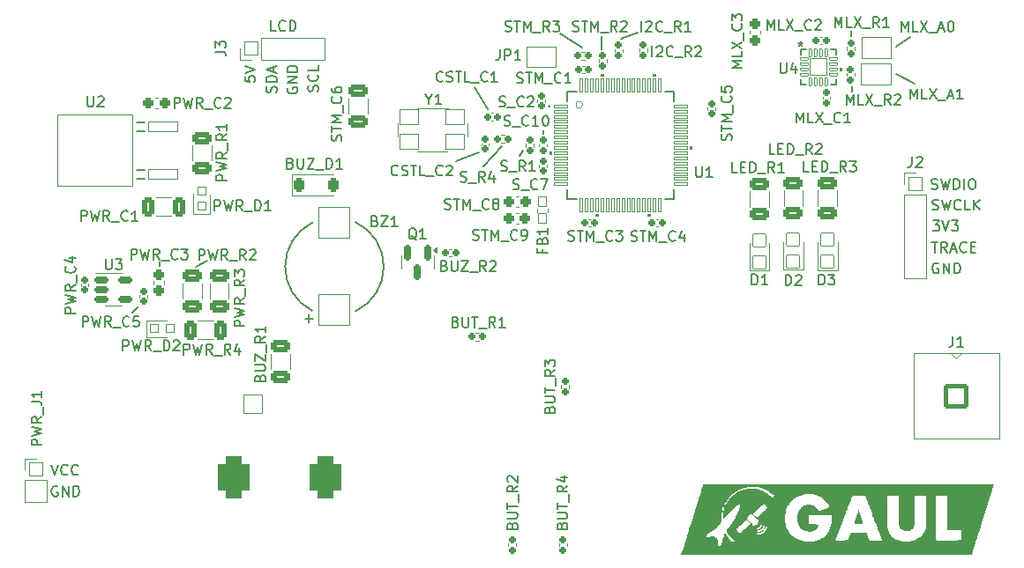
<source format=gbr>
%TF.GenerationSoftware,KiCad,Pcbnew,8.0.6*%
%TF.CreationDate,2025-03-03T18:48:18-05:00*%
%TF.ProjectId,receiver,72656365-6976-4657-922e-6b696361645f,rev?*%
%TF.SameCoordinates,Original*%
%TF.FileFunction,Legend,Top*%
%TF.FilePolarity,Positive*%
%FSLAX46Y46*%
G04 Gerber Fmt 4.6, Leading zero omitted, Abs format (unit mm)*
G04 Created by KiCad (PCBNEW 8.0.6) date 2025-03-03 18:48:18*
%MOMM*%
%LPD*%
G01*
G04 APERTURE LIST*
G04 Aperture macros list*
%AMRoundRect*
0 Rectangle with rounded corners*
0 $1 Rounding radius*
0 $2 $3 $4 $5 $6 $7 $8 $9 X,Y pos of 4 corners*
0 Add a 4 corners polygon primitive as box body*
4,1,4,$2,$3,$4,$5,$6,$7,$8,$9,$2,$3,0*
0 Add four circle primitives for the rounded corners*
1,1,$1+$1,$2,$3*
1,1,$1+$1,$4,$5*
1,1,$1+$1,$6,$7*
1,1,$1+$1,$8,$9*
0 Add four rect primitives between the rounded corners*
20,1,$1+$1,$2,$3,$4,$5,0*
20,1,$1+$1,$4,$5,$6,$7,0*
20,1,$1+$1,$6,$7,$8,$9,0*
20,1,$1+$1,$8,$9,$2,$3,0*%
%AMFreePoly0*
4,1,16,0.526870,0.776870,0.531618,0.771079,1.031618,0.021079,1.037262,-0.007452,1.031618,-0.021079,0.531618,-0.771079,0.507452,-0.787262,0.500000,-0.788000,-0.500000,-0.788000,-0.526870,-0.776870,-0.538000,-0.750000,-0.538000,0.750000,-0.526870,0.776870,-0.500000,0.788000,0.500000,0.788000,0.526870,0.776870,0.526870,0.776870,$1*%
%AMFreePoly1*
4,1,16,0.526870,0.776870,0.538000,0.750000,0.538000,-0.750000,0.526870,-0.776870,0.500000,-0.788000,-0.650000,-0.788000,-0.676870,-0.776870,-0.688000,-0.750000,-0.681618,-0.728921,-0.195670,0.000000,-0.681618,0.728921,-0.687262,0.757452,-0.671079,0.781618,-0.650000,0.788000,0.500000,0.788000,0.526870,0.776870,0.526870,0.776870,$1*%
G04 Aperture macros list end*
%ADD10C,0.153000*%
%ADD11C,0.150000*%
%ADD12C,0.135000*%
%ADD13C,0.120000*%
%ADD14C,0.152400*%
%ADD15C,0.000000*%
%ADD16C,0.100000*%
%ADD17C,0.200000*%
%ADD18RoundRect,0.169000X-0.531500X-0.169000X0.531500X-0.169000X0.531500X0.169000X-0.531500X0.169000X0*%
%ADD19RoundRect,0.244000X0.244000X0.269000X-0.244000X0.269000X-0.244000X-0.269000X0.244000X-0.269000X0*%
%ADD20RoundRect,0.159000X-0.159000X-0.189000X0.159000X-0.189000X0.159000X0.189000X-0.159000X0.189000X0*%
%ADD21RoundRect,0.038000X0.355600X-0.127000X0.355600X0.127000X-0.355600X0.127000X-0.355600X-0.127000X0*%
%ADD22RoundRect,0.038000X-0.127000X-0.355600X0.127000X-0.355600X0.127000X0.355600X-0.127000X0.355600X0*%
%ADD23RoundRect,0.038000X-0.838200X-0.838200X0.838200X-0.838200X0.838200X0.838200X-0.838200X0.838200X0*%
%ADD24RoundRect,0.038000X-0.400000X-0.400000X0.400000X-0.400000X0.400000X0.400000X-0.400000X0.400000X0*%
%ADD25RoundRect,0.159000X-0.189000X0.159000X-0.189000X-0.159000X0.189000X-0.159000X0.189000X0.159000X0*%
%ADD26C,2.276000*%
%ADD27FreePoly0,0.000000*%
%ADD28FreePoly1,0.000000*%
%ADD29RoundRect,0.038000X1.500000X-1.500000X1.500000X1.500000X-1.500000X1.500000X-1.500000X-1.500000X0*%
%ADD30RoundRect,0.154000X-0.154000X-0.204000X0.154000X-0.204000X0.154000X0.204000X-0.154000X0.204000X0*%
%ADD31RoundRect,0.038000X-0.675000X-0.675000X0.675000X-0.675000X0.675000X0.675000X-0.675000X0.675000X0*%
%ADD32O,1.426000X1.426000*%
%ADD33RoundRect,0.159000X0.159000X0.189000X-0.159000X0.189000X-0.159000X-0.189000X0.159000X-0.189000X0*%
%ADD34RoundRect,0.038000X0.600000X-0.600000X0.600000X0.600000X-0.600000X0.600000X-0.600000X-0.600000X0*%
%ADD35RoundRect,0.154000X0.204000X-0.154000X0.204000X0.154000X-0.204000X0.154000X-0.204000X-0.154000X0*%
%ADD36RoundRect,0.266889X-0.646111X0.333611X-0.646111X-0.333611X0.646111X-0.333611X0.646111X0.333611X0*%
%ADD37RoundRect,0.159000X0.189000X-0.159000X0.189000X0.159000X-0.189000X0.159000X-0.189000X-0.159000X0*%
%ADD38RoundRect,0.266889X0.646111X-0.333611X0.646111X0.333611X-0.646111X0.333611X-0.646111X-0.333611X0*%
%ADD39RoundRect,0.154000X-0.204000X0.154000X-0.204000X-0.154000X0.204000X-0.154000X0.204000X0.154000X0*%
%ADD40RoundRect,0.266889X0.333611X0.646111X-0.333611X0.646111X-0.333611X-0.646111X0.333611X-0.646111X0*%
%ADD41RoundRect,0.038000X0.675000X-0.675000X0.675000X0.675000X-0.675000X0.675000X-0.675000X-0.675000X0*%
%ADD42RoundRect,0.038000X0.400000X-0.400000X0.400000X0.400000X-0.400000X0.400000X-0.400000X-0.400000X0*%
%ADD43FreePoly0,180.000000*%
%ADD44FreePoly1,180.000000*%
%ADD45RoundRect,0.266521X-0.346479X-0.671479X0.346479X-0.671479X0.346479X0.671479X-0.346479X0.671479X0*%
%ADD46RoundRect,0.244000X-0.244000X-0.394000X0.244000X-0.394000X0.244000X0.394000X-0.244000X0.394000X0*%
%ADD47RoundRect,0.169000X-0.169000X0.606500X-0.169000X-0.606500X0.169000X-0.606500X0.169000X0.606500X0*%
%ADD48RoundRect,0.038000X-0.596900X-0.152400X0.596900X-0.152400X0.596900X0.152400X-0.596900X0.152400X0*%
%ADD49RoundRect,0.038000X0.152400X-0.596900X0.152400X0.596900X-0.152400X0.596900X-0.152400X-0.596900X0*%
%ADD50RoundRect,0.244000X-0.269000X0.244000X-0.269000X-0.244000X0.269000X-0.244000X0.269000X0.244000X0*%
%ADD51RoundRect,0.154000X0.154000X0.204000X-0.154000X0.204000X-0.154000X-0.204000X0.154000X-0.204000X0*%
%ADD52RoundRect,0.206712X-0.981288X0.981288X-0.981288X-0.981288X0.981288X-0.981288X0.981288X0.981288X0*%
%ADD53C,2.576000*%
%ADD54RoundRect,0.266521X-0.671479X0.346479X-0.671479X-0.346479X0.671479X-0.346479X0.671479X0.346479X0*%
%ADD55RoundRect,0.038000X0.400000X-0.500000X0.400000X0.500000X-0.400000X0.500000X-0.400000X-0.500000X0*%
%ADD56RoundRect,0.038000X-0.900000X0.700000X-0.900000X-0.700000X0.900000X-0.700000X0.900000X0.700000X0*%
%ADD57RoundRect,0.038000X1.397000X-0.469900X1.397000X0.469900X-1.397000X0.469900X-1.397000X-0.469900X0*%
%ADD58RoundRect,0.038000X3.619500X-3.416300X3.619500X3.416300X-3.619500X3.416300X-3.619500X-3.416300X0*%
%ADD59RoundRect,0.038000X-0.900000X0.900000X-0.900000X-0.900000X0.900000X-0.900000X0.900000X0.900000X0*%
%ADD60C,1.876000*%
%ADD61RoundRect,0.769000X-0.769000X1.269000X-0.769000X-1.269000X0.769000X-1.269000X0.769000X1.269000X0*%
%ADD62C,2.076000*%
%ADD63C,2.235000*%
G04 APERTURE END LIST*
D10*
X117351858Y-97549290D02*
X118399230Y-97025604D01*
X148391590Y-86911204D02*
X148708469Y-86390618D01*
D11*
X184560273Y-76376720D02*
X185901103Y-75461550D01*
D10*
X144917243Y-87941059D02*
X146694027Y-86005837D01*
X180330973Y-80214462D02*
X180330973Y-80712677D01*
X152297414Y-75162914D02*
X154396093Y-76507380D01*
D12*
X156265414Y-75356630D02*
X156289746Y-76646182D01*
D10*
X158101572Y-75638396D02*
X159724769Y-75080935D01*
X113838798Y-97091065D02*
X113848132Y-97471228D01*
D11*
X184581556Y-79079664D02*
X186326764Y-79973551D01*
D10*
X180201806Y-74863260D02*
X180205416Y-75400367D01*
X144125047Y-80302023D02*
X145378738Y-82382510D01*
X111210654Y-101944907D02*
X111850372Y-101369161D01*
X142302995Y-87431790D02*
X144498511Y-86583008D01*
X150655009Y-84432761D02*
X150655009Y-84783591D01*
X125025246Y-74895819D02*
X124549056Y-74895819D01*
X124549056Y-74895819D02*
X124549056Y-73895819D01*
X125930008Y-74800580D02*
X125882389Y-74848200D01*
X125882389Y-74848200D02*
X125739532Y-74895819D01*
X125739532Y-74895819D02*
X125644294Y-74895819D01*
X125644294Y-74895819D02*
X125501437Y-74848200D01*
X125501437Y-74848200D02*
X125406199Y-74752961D01*
X125406199Y-74752961D02*
X125358580Y-74657723D01*
X125358580Y-74657723D02*
X125310961Y-74467247D01*
X125310961Y-74467247D02*
X125310961Y-74324390D01*
X125310961Y-74324390D02*
X125358580Y-74133914D01*
X125358580Y-74133914D02*
X125406199Y-74038676D01*
X125406199Y-74038676D02*
X125501437Y-73943438D01*
X125501437Y-73943438D02*
X125644294Y-73895819D01*
X125644294Y-73895819D02*
X125739532Y-73895819D01*
X125739532Y-73895819D02*
X125882389Y-73943438D01*
X125882389Y-73943438D02*
X125930008Y-73991057D01*
X126358580Y-74895819D02*
X126358580Y-73895819D01*
X126358580Y-73895819D02*
X126596675Y-73895819D01*
X126596675Y-73895819D02*
X126739532Y-73943438D01*
X126739532Y-73943438D02*
X126834770Y-74038676D01*
X126834770Y-74038676D02*
X126882389Y-74133914D01*
X126882389Y-74133914D02*
X126930008Y-74324390D01*
X126930008Y-74324390D02*
X126930008Y-74467247D01*
X126930008Y-74467247D02*
X126882389Y-74657723D01*
X126882389Y-74657723D02*
X126834770Y-74752961D01*
X126834770Y-74752961D02*
X126739532Y-74848200D01*
X126739532Y-74848200D02*
X126596675Y-74895819D01*
X126596675Y-74895819D02*
X126358580Y-74895819D01*
X187949887Y-90065879D02*
X188092744Y-90113498D01*
X188092744Y-90113498D02*
X188330839Y-90113498D01*
X188330839Y-90113498D02*
X188426077Y-90065879D01*
X188426077Y-90065879D02*
X188473696Y-90018259D01*
X188473696Y-90018259D02*
X188521315Y-89923021D01*
X188521315Y-89923021D02*
X188521315Y-89827783D01*
X188521315Y-89827783D02*
X188473696Y-89732545D01*
X188473696Y-89732545D02*
X188426077Y-89684926D01*
X188426077Y-89684926D02*
X188330839Y-89637307D01*
X188330839Y-89637307D02*
X188140363Y-89589688D01*
X188140363Y-89589688D02*
X188045125Y-89542069D01*
X188045125Y-89542069D02*
X187997506Y-89494450D01*
X187997506Y-89494450D02*
X187949887Y-89399212D01*
X187949887Y-89399212D02*
X187949887Y-89303974D01*
X187949887Y-89303974D02*
X187997506Y-89208736D01*
X187997506Y-89208736D02*
X188045125Y-89161117D01*
X188045125Y-89161117D02*
X188140363Y-89113498D01*
X188140363Y-89113498D02*
X188378458Y-89113498D01*
X188378458Y-89113498D02*
X188521315Y-89161117D01*
X188854649Y-89113498D02*
X189092744Y-90113498D01*
X189092744Y-90113498D02*
X189283220Y-89399212D01*
X189283220Y-89399212D02*
X189473696Y-90113498D01*
X189473696Y-90113498D02*
X189711792Y-89113498D01*
X190092744Y-90113498D02*
X190092744Y-89113498D01*
X190092744Y-89113498D02*
X190330839Y-89113498D01*
X190330839Y-89113498D02*
X190473696Y-89161117D01*
X190473696Y-89161117D02*
X190568934Y-89256355D01*
X190568934Y-89256355D02*
X190616553Y-89351593D01*
X190616553Y-89351593D02*
X190664172Y-89542069D01*
X190664172Y-89542069D02*
X190664172Y-89684926D01*
X190664172Y-89684926D02*
X190616553Y-89875402D01*
X190616553Y-89875402D02*
X190568934Y-89970640D01*
X190568934Y-89970640D02*
X190473696Y-90065879D01*
X190473696Y-90065879D02*
X190330839Y-90113498D01*
X190330839Y-90113498D02*
X190092744Y-90113498D01*
X191092744Y-90113498D02*
X191092744Y-89113498D01*
X191759410Y-89113498D02*
X191949886Y-89113498D01*
X191949886Y-89113498D02*
X192045124Y-89161117D01*
X192045124Y-89161117D02*
X192140362Y-89256355D01*
X192140362Y-89256355D02*
X192187981Y-89446831D01*
X192187981Y-89446831D02*
X192187981Y-89780164D01*
X192187981Y-89780164D02*
X192140362Y-89970640D01*
X192140362Y-89970640D02*
X192045124Y-90065879D01*
X192045124Y-90065879D02*
X191949886Y-90113498D01*
X191949886Y-90113498D02*
X191759410Y-90113498D01*
X191759410Y-90113498D02*
X191664172Y-90065879D01*
X191664172Y-90065879D02*
X191568934Y-89970640D01*
X191568934Y-89970640D02*
X191521315Y-89780164D01*
X191521315Y-89780164D02*
X191521315Y-89446831D01*
X191521315Y-89446831D02*
X191568934Y-89256355D01*
X191568934Y-89256355D02*
X191664172Y-89161117D01*
X191664172Y-89161117D02*
X191759410Y-89113498D01*
X126149484Y-80355781D02*
X126101865Y-80451019D01*
X126101865Y-80451019D02*
X126101865Y-80593876D01*
X126101865Y-80593876D02*
X126149484Y-80736733D01*
X126149484Y-80736733D02*
X126244722Y-80831971D01*
X126244722Y-80831971D02*
X126339960Y-80879590D01*
X126339960Y-80879590D02*
X126530436Y-80927209D01*
X126530436Y-80927209D02*
X126673293Y-80927209D01*
X126673293Y-80927209D02*
X126863769Y-80879590D01*
X126863769Y-80879590D02*
X126959007Y-80831971D01*
X126959007Y-80831971D02*
X127054246Y-80736733D01*
X127054246Y-80736733D02*
X127101865Y-80593876D01*
X127101865Y-80593876D02*
X127101865Y-80498638D01*
X127101865Y-80498638D02*
X127054246Y-80355781D01*
X127054246Y-80355781D02*
X127006626Y-80308162D01*
X127006626Y-80308162D02*
X126673293Y-80308162D01*
X126673293Y-80308162D02*
X126673293Y-80498638D01*
X127101865Y-79879590D02*
X126101865Y-79879590D01*
X126101865Y-79879590D02*
X127101865Y-79308162D01*
X127101865Y-79308162D02*
X126101865Y-79308162D01*
X127101865Y-78831971D02*
X126101865Y-78831971D01*
X126101865Y-78831971D02*
X126101865Y-78593876D01*
X126101865Y-78593876D02*
X126149484Y-78451019D01*
X126149484Y-78451019D02*
X126244722Y-78355781D01*
X126244722Y-78355781D02*
X126339960Y-78308162D01*
X126339960Y-78308162D02*
X126530436Y-78260543D01*
X126530436Y-78260543D02*
X126673293Y-78260543D01*
X126673293Y-78260543D02*
X126863769Y-78308162D01*
X126863769Y-78308162D02*
X126959007Y-78355781D01*
X126959007Y-78355781D02*
X127054246Y-78451019D01*
X127054246Y-78451019D02*
X127101865Y-78593876D01*
X127101865Y-78593876D02*
X127101865Y-78831971D01*
X188037747Y-92068443D02*
X188180604Y-92116062D01*
X188180604Y-92116062D02*
X188418699Y-92116062D01*
X188418699Y-92116062D02*
X188513937Y-92068443D01*
X188513937Y-92068443D02*
X188561556Y-92020823D01*
X188561556Y-92020823D02*
X188609175Y-91925585D01*
X188609175Y-91925585D02*
X188609175Y-91830347D01*
X188609175Y-91830347D02*
X188561556Y-91735109D01*
X188561556Y-91735109D02*
X188513937Y-91687490D01*
X188513937Y-91687490D02*
X188418699Y-91639871D01*
X188418699Y-91639871D02*
X188228223Y-91592252D01*
X188228223Y-91592252D02*
X188132985Y-91544633D01*
X188132985Y-91544633D02*
X188085366Y-91497014D01*
X188085366Y-91497014D02*
X188037747Y-91401776D01*
X188037747Y-91401776D02*
X188037747Y-91306538D01*
X188037747Y-91306538D02*
X188085366Y-91211300D01*
X188085366Y-91211300D02*
X188132985Y-91163681D01*
X188132985Y-91163681D02*
X188228223Y-91116062D01*
X188228223Y-91116062D02*
X188466318Y-91116062D01*
X188466318Y-91116062D02*
X188609175Y-91163681D01*
X188942509Y-91116062D02*
X189180604Y-92116062D01*
X189180604Y-92116062D02*
X189371080Y-91401776D01*
X189371080Y-91401776D02*
X189561556Y-92116062D01*
X189561556Y-92116062D02*
X189799652Y-91116062D01*
X190752032Y-92020823D02*
X190704413Y-92068443D01*
X190704413Y-92068443D02*
X190561556Y-92116062D01*
X190561556Y-92116062D02*
X190466318Y-92116062D01*
X190466318Y-92116062D02*
X190323461Y-92068443D01*
X190323461Y-92068443D02*
X190228223Y-91973204D01*
X190228223Y-91973204D02*
X190180604Y-91877966D01*
X190180604Y-91877966D02*
X190132985Y-91687490D01*
X190132985Y-91687490D02*
X190132985Y-91544633D01*
X190132985Y-91544633D02*
X190180604Y-91354157D01*
X190180604Y-91354157D02*
X190228223Y-91258919D01*
X190228223Y-91258919D02*
X190323461Y-91163681D01*
X190323461Y-91163681D02*
X190466318Y-91116062D01*
X190466318Y-91116062D02*
X190561556Y-91116062D01*
X190561556Y-91116062D02*
X190704413Y-91163681D01*
X190704413Y-91163681D02*
X190752032Y-91211300D01*
X191656794Y-92116062D02*
X191180604Y-92116062D01*
X191180604Y-92116062D02*
X191180604Y-91116062D01*
X191990128Y-92116062D02*
X191990128Y-91116062D01*
X192561556Y-92116062D02*
X192132985Y-91544633D01*
X192561556Y-91116062D02*
X191990128Y-91687490D01*
X188615811Y-97261931D02*
X188520573Y-97214312D01*
X188520573Y-97214312D02*
X188377716Y-97214312D01*
X188377716Y-97214312D02*
X188234859Y-97261931D01*
X188234859Y-97261931D02*
X188139621Y-97357169D01*
X188139621Y-97357169D02*
X188092002Y-97452407D01*
X188092002Y-97452407D02*
X188044383Y-97642883D01*
X188044383Y-97642883D02*
X188044383Y-97785740D01*
X188044383Y-97785740D02*
X188092002Y-97976216D01*
X188092002Y-97976216D02*
X188139621Y-98071454D01*
X188139621Y-98071454D02*
X188234859Y-98166693D01*
X188234859Y-98166693D02*
X188377716Y-98214312D01*
X188377716Y-98214312D02*
X188472954Y-98214312D01*
X188472954Y-98214312D02*
X188615811Y-98166693D01*
X188615811Y-98166693D02*
X188663430Y-98119073D01*
X188663430Y-98119073D02*
X188663430Y-97785740D01*
X188663430Y-97785740D02*
X188472954Y-97785740D01*
X189092002Y-98214312D02*
X189092002Y-97214312D01*
X189092002Y-97214312D02*
X189663430Y-98214312D01*
X189663430Y-98214312D02*
X189663430Y-97214312D01*
X190139621Y-98214312D02*
X190139621Y-97214312D01*
X190139621Y-97214312D02*
X190377716Y-97214312D01*
X190377716Y-97214312D02*
X190520573Y-97261931D01*
X190520573Y-97261931D02*
X190615811Y-97357169D01*
X190615811Y-97357169D02*
X190663430Y-97452407D01*
X190663430Y-97452407D02*
X190711049Y-97642883D01*
X190711049Y-97642883D02*
X190711049Y-97785740D01*
X190711049Y-97785740D02*
X190663430Y-97976216D01*
X190663430Y-97976216D02*
X190615811Y-98071454D01*
X190615811Y-98071454D02*
X190520573Y-98166693D01*
X190520573Y-98166693D02*
X190377716Y-98214312D01*
X190377716Y-98214312D02*
X190139621Y-98214312D01*
X129044687Y-80702100D02*
X129092306Y-80559243D01*
X129092306Y-80559243D02*
X129092306Y-80321148D01*
X129092306Y-80321148D02*
X129044687Y-80225910D01*
X129044687Y-80225910D02*
X128997067Y-80178291D01*
X128997067Y-80178291D02*
X128901829Y-80130672D01*
X128901829Y-80130672D02*
X128806591Y-80130672D01*
X128806591Y-80130672D02*
X128711353Y-80178291D01*
X128711353Y-80178291D02*
X128663734Y-80225910D01*
X128663734Y-80225910D02*
X128616115Y-80321148D01*
X128616115Y-80321148D02*
X128568496Y-80511624D01*
X128568496Y-80511624D02*
X128520877Y-80606862D01*
X128520877Y-80606862D02*
X128473258Y-80654481D01*
X128473258Y-80654481D02*
X128378020Y-80702100D01*
X128378020Y-80702100D02*
X128282782Y-80702100D01*
X128282782Y-80702100D02*
X128187544Y-80654481D01*
X128187544Y-80654481D02*
X128139925Y-80606862D01*
X128139925Y-80606862D02*
X128092306Y-80511624D01*
X128092306Y-80511624D02*
X128092306Y-80273529D01*
X128092306Y-80273529D02*
X128139925Y-80130672D01*
X128997067Y-79130672D02*
X129044687Y-79178291D01*
X129044687Y-79178291D02*
X129092306Y-79321148D01*
X129092306Y-79321148D02*
X129092306Y-79416386D01*
X129092306Y-79416386D02*
X129044687Y-79559243D01*
X129044687Y-79559243D02*
X128949448Y-79654481D01*
X128949448Y-79654481D02*
X128854210Y-79702100D01*
X128854210Y-79702100D02*
X128663734Y-79749719D01*
X128663734Y-79749719D02*
X128520877Y-79749719D01*
X128520877Y-79749719D02*
X128330401Y-79702100D01*
X128330401Y-79702100D02*
X128235163Y-79654481D01*
X128235163Y-79654481D02*
X128139925Y-79559243D01*
X128139925Y-79559243D02*
X128092306Y-79416386D01*
X128092306Y-79416386D02*
X128092306Y-79321148D01*
X128092306Y-79321148D02*
X128139925Y-79178291D01*
X128139925Y-79178291D02*
X128187544Y-79130672D01*
X129092306Y-78225910D02*
X129092306Y-78702100D01*
X129092306Y-78702100D02*
X128092306Y-78702100D01*
X125040110Y-80796883D02*
X125087729Y-80654026D01*
X125087729Y-80654026D02*
X125087729Y-80415931D01*
X125087729Y-80415931D02*
X125040110Y-80320693D01*
X125040110Y-80320693D02*
X124992490Y-80273074D01*
X124992490Y-80273074D02*
X124897252Y-80225455D01*
X124897252Y-80225455D02*
X124802014Y-80225455D01*
X124802014Y-80225455D02*
X124706776Y-80273074D01*
X124706776Y-80273074D02*
X124659157Y-80320693D01*
X124659157Y-80320693D02*
X124611538Y-80415931D01*
X124611538Y-80415931D02*
X124563919Y-80606407D01*
X124563919Y-80606407D02*
X124516300Y-80701645D01*
X124516300Y-80701645D02*
X124468681Y-80749264D01*
X124468681Y-80749264D02*
X124373443Y-80796883D01*
X124373443Y-80796883D02*
X124278205Y-80796883D01*
X124278205Y-80796883D02*
X124182967Y-80749264D01*
X124182967Y-80749264D02*
X124135348Y-80701645D01*
X124135348Y-80701645D02*
X124087729Y-80606407D01*
X124087729Y-80606407D02*
X124087729Y-80368312D01*
X124087729Y-80368312D02*
X124135348Y-80225455D01*
X125087729Y-79796883D02*
X124087729Y-79796883D01*
X124087729Y-79796883D02*
X124087729Y-79558788D01*
X124087729Y-79558788D02*
X124135348Y-79415931D01*
X124135348Y-79415931D02*
X124230586Y-79320693D01*
X124230586Y-79320693D02*
X124325824Y-79273074D01*
X124325824Y-79273074D02*
X124516300Y-79225455D01*
X124516300Y-79225455D02*
X124659157Y-79225455D01*
X124659157Y-79225455D02*
X124849633Y-79273074D01*
X124849633Y-79273074D02*
X124944871Y-79320693D01*
X124944871Y-79320693D02*
X125040110Y-79415931D01*
X125040110Y-79415931D02*
X125087729Y-79558788D01*
X125087729Y-79558788D02*
X125087729Y-79796883D01*
X124802014Y-78844502D02*
X124802014Y-78368312D01*
X125087729Y-78939740D02*
X124087729Y-78606407D01*
X124087729Y-78606407D02*
X125087729Y-78273074D01*
X104060606Y-118689998D02*
X103965368Y-118642379D01*
X103965368Y-118642379D02*
X103822511Y-118642379D01*
X103822511Y-118642379D02*
X103679654Y-118689998D01*
X103679654Y-118689998D02*
X103584416Y-118785236D01*
X103584416Y-118785236D02*
X103536797Y-118880474D01*
X103536797Y-118880474D02*
X103489178Y-119070950D01*
X103489178Y-119070950D02*
X103489178Y-119213807D01*
X103489178Y-119213807D02*
X103536797Y-119404283D01*
X103536797Y-119404283D02*
X103584416Y-119499521D01*
X103584416Y-119499521D02*
X103679654Y-119594760D01*
X103679654Y-119594760D02*
X103822511Y-119642379D01*
X103822511Y-119642379D02*
X103917749Y-119642379D01*
X103917749Y-119642379D02*
X104060606Y-119594760D01*
X104060606Y-119594760D02*
X104108225Y-119547140D01*
X104108225Y-119547140D02*
X104108225Y-119213807D01*
X104108225Y-119213807D02*
X103917749Y-119213807D01*
X104536797Y-119642379D02*
X104536797Y-118642379D01*
X104536797Y-118642379D02*
X105108225Y-119642379D01*
X105108225Y-119642379D02*
X105108225Y-118642379D01*
X105584416Y-119642379D02*
X105584416Y-118642379D01*
X105584416Y-118642379D02*
X105822511Y-118642379D01*
X105822511Y-118642379D02*
X105965368Y-118689998D01*
X105965368Y-118689998D02*
X106060606Y-118785236D01*
X106060606Y-118785236D02*
X106108225Y-118880474D01*
X106108225Y-118880474D02*
X106155844Y-119070950D01*
X106155844Y-119070950D02*
X106155844Y-119213807D01*
X106155844Y-119213807D02*
X106108225Y-119404283D01*
X106108225Y-119404283D02*
X106060606Y-119499521D01*
X106060606Y-119499521D02*
X105965368Y-119594760D01*
X105965368Y-119594760D02*
X105822511Y-119642379D01*
X105822511Y-119642379D02*
X105584416Y-119642379D01*
X188097090Y-93133059D02*
X188716137Y-93133059D01*
X188716137Y-93133059D02*
X188382804Y-93514011D01*
X188382804Y-93514011D02*
X188525661Y-93514011D01*
X188525661Y-93514011D02*
X188620899Y-93561630D01*
X188620899Y-93561630D02*
X188668518Y-93609249D01*
X188668518Y-93609249D02*
X188716137Y-93704487D01*
X188716137Y-93704487D02*
X188716137Y-93942582D01*
X188716137Y-93942582D02*
X188668518Y-94037820D01*
X188668518Y-94037820D02*
X188620899Y-94085440D01*
X188620899Y-94085440D02*
X188525661Y-94133059D01*
X188525661Y-94133059D02*
X188239947Y-94133059D01*
X188239947Y-94133059D02*
X188144709Y-94085440D01*
X188144709Y-94085440D02*
X188097090Y-94037820D01*
X189001852Y-93133059D02*
X189335185Y-94133059D01*
X189335185Y-94133059D02*
X189668518Y-93133059D01*
X189906614Y-93133059D02*
X190525661Y-93133059D01*
X190525661Y-93133059D02*
X190192328Y-93514011D01*
X190192328Y-93514011D02*
X190335185Y-93514011D01*
X190335185Y-93514011D02*
X190430423Y-93561630D01*
X190430423Y-93561630D02*
X190478042Y-93609249D01*
X190478042Y-93609249D02*
X190525661Y-93704487D01*
X190525661Y-93704487D02*
X190525661Y-93942582D01*
X190525661Y-93942582D02*
X190478042Y-94037820D01*
X190478042Y-94037820D02*
X190430423Y-94085440D01*
X190430423Y-94085440D02*
X190335185Y-94133059D01*
X190335185Y-94133059D02*
X190049471Y-94133059D01*
X190049471Y-94133059D02*
X189954233Y-94085440D01*
X189954233Y-94085440D02*
X189906614Y-94037820D01*
X103456815Y-116598933D02*
X103790148Y-117598933D01*
X103790148Y-117598933D02*
X104123481Y-116598933D01*
X105028243Y-117503694D02*
X104980624Y-117551314D01*
X104980624Y-117551314D02*
X104837767Y-117598933D01*
X104837767Y-117598933D02*
X104742529Y-117598933D01*
X104742529Y-117598933D02*
X104599672Y-117551314D01*
X104599672Y-117551314D02*
X104504434Y-117456075D01*
X104504434Y-117456075D02*
X104456815Y-117360837D01*
X104456815Y-117360837D02*
X104409196Y-117170361D01*
X104409196Y-117170361D02*
X104409196Y-117027504D01*
X104409196Y-117027504D02*
X104456815Y-116837028D01*
X104456815Y-116837028D02*
X104504434Y-116741790D01*
X104504434Y-116741790D02*
X104599672Y-116646552D01*
X104599672Y-116646552D02*
X104742529Y-116598933D01*
X104742529Y-116598933D02*
X104837767Y-116598933D01*
X104837767Y-116598933D02*
X104980624Y-116646552D01*
X104980624Y-116646552D02*
X105028243Y-116694171D01*
X106028243Y-117503694D02*
X105980624Y-117551314D01*
X105980624Y-117551314D02*
X105837767Y-117598933D01*
X105837767Y-117598933D02*
X105742529Y-117598933D01*
X105742529Y-117598933D02*
X105599672Y-117551314D01*
X105599672Y-117551314D02*
X105504434Y-117456075D01*
X105504434Y-117456075D02*
X105456815Y-117360837D01*
X105456815Y-117360837D02*
X105409196Y-117170361D01*
X105409196Y-117170361D02*
X105409196Y-117027504D01*
X105409196Y-117027504D02*
X105456815Y-116837028D01*
X105456815Y-116837028D02*
X105504434Y-116741790D01*
X105504434Y-116741790D02*
X105599672Y-116646552D01*
X105599672Y-116646552D02*
X105742529Y-116598933D01*
X105742529Y-116598933D02*
X105837767Y-116598933D01*
X105837767Y-116598933D02*
X105980624Y-116646552D01*
X105980624Y-116646552D02*
X106028243Y-116694171D01*
X187973070Y-95195898D02*
X188544498Y-95195898D01*
X188258784Y-96195898D02*
X188258784Y-95195898D01*
X189449260Y-96195898D02*
X189115927Y-95719707D01*
X188877832Y-96195898D02*
X188877832Y-95195898D01*
X188877832Y-95195898D02*
X189258784Y-95195898D01*
X189258784Y-95195898D02*
X189354022Y-95243517D01*
X189354022Y-95243517D02*
X189401641Y-95291136D01*
X189401641Y-95291136D02*
X189449260Y-95386374D01*
X189449260Y-95386374D02*
X189449260Y-95529231D01*
X189449260Y-95529231D02*
X189401641Y-95624469D01*
X189401641Y-95624469D02*
X189354022Y-95672088D01*
X189354022Y-95672088D02*
X189258784Y-95719707D01*
X189258784Y-95719707D02*
X188877832Y-95719707D01*
X189830213Y-95910183D02*
X190306403Y-95910183D01*
X189734975Y-96195898D02*
X190068308Y-95195898D01*
X190068308Y-95195898D02*
X190401641Y-96195898D01*
X191306403Y-96100659D02*
X191258784Y-96148279D01*
X191258784Y-96148279D02*
X191115927Y-96195898D01*
X191115927Y-96195898D02*
X191020689Y-96195898D01*
X191020689Y-96195898D02*
X190877832Y-96148279D01*
X190877832Y-96148279D02*
X190782594Y-96053040D01*
X190782594Y-96053040D02*
X190734975Y-95957802D01*
X190734975Y-95957802D02*
X190687356Y-95767326D01*
X190687356Y-95767326D02*
X190687356Y-95624469D01*
X190687356Y-95624469D02*
X190734975Y-95433993D01*
X190734975Y-95433993D02*
X190782594Y-95338755D01*
X190782594Y-95338755D02*
X190877832Y-95243517D01*
X190877832Y-95243517D02*
X191020689Y-95195898D01*
X191020689Y-95195898D02*
X191115927Y-95195898D01*
X191115927Y-95195898D02*
X191258784Y-95243517D01*
X191258784Y-95243517D02*
X191306403Y-95291136D01*
X191734975Y-95672088D02*
X192068308Y-95672088D01*
X192211165Y-96195898D02*
X191734975Y-96195898D01*
X191734975Y-96195898D02*
X191734975Y-95195898D01*
X191734975Y-95195898D02*
X192211165Y-95195898D01*
X122038049Y-79254158D02*
X122038049Y-79730348D01*
X122038049Y-79730348D02*
X122514239Y-79777967D01*
X122514239Y-79777967D02*
X122466620Y-79730348D01*
X122466620Y-79730348D02*
X122419001Y-79635110D01*
X122419001Y-79635110D02*
X122419001Y-79397015D01*
X122419001Y-79397015D02*
X122466620Y-79301777D01*
X122466620Y-79301777D02*
X122514239Y-79254158D01*
X122514239Y-79254158D02*
X122609477Y-79206539D01*
X122609477Y-79206539D02*
X122847572Y-79206539D01*
X122847572Y-79206539D02*
X122942810Y-79254158D01*
X122942810Y-79254158D02*
X122990430Y-79301777D01*
X122990430Y-79301777D02*
X123038049Y-79397015D01*
X123038049Y-79397015D02*
X123038049Y-79635110D01*
X123038049Y-79635110D02*
X122990430Y-79730348D01*
X122990430Y-79730348D02*
X122942810Y-79777967D01*
X122038049Y-78920824D02*
X123038049Y-78587491D01*
X123038049Y-78587491D02*
X122038049Y-78254158D01*
X108690416Y-96818058D02*
X108690416Y-97627581D01*
X108690416Y-97627581D02*
X108738035Y-97722819D01*
X108738035Y-97722819D02*
X108785654Y-97770439D01*
X108785654Y-97770439D02*
X108880892Y-97818058D01*
X108880892Y-97818058D02*
X109071368Y-97818058D01*
X109071368Y-97818058D02*
X109166606Y-97770439D01*
X109166606Y-97770439D02*
X109214225Y-97722819D01*
X109214225Y-97722819D02*
X109261844Y-97627581D01*
X109261844Y-97627581D02*
X109261844Y-96818058D01*
X109642797Y-96818058D02*
X110261844Y-96818058D01*
X110261844Y-96818058D02*
X109928511Y-97199010D01*
X109928511Y-97199010D02*
X110071368Y-97199010D01*
X110071368Y-97199010D02*
X110166606Y-97246629D01*
X110166606Y-97246629D02*
X110214225Y-97294248D01*
X110214225Y-97294248D02*
X110261844Y-97389486D01*
X110261844Y-97389486D02*
X110261844Y-97627581D01*
X110261844Y-97627581D02*
X110214225Y-97722819D01*
X110214225Y-97722819D02*
X110166606Y-97770439D01*
X110166606Y-97770439D02*
X110071368Y-97818058D01*
X110071368Y-97818058D02*
X109785654Y-97818058D01*
X109785654Y-97818058D02*
X109690416Y-97770439D01*
X109690416Y-97770439D02*
X109642797Y-97722819D01*
X143943505Y-94967699D02*
X144086362Y-95015318D01*
X144086362Y-95015318D02*
X144324457Y-95015318D01*
X144324457Y-95015318D02*
X144419695Y-94967699D01*
X144419695Y-94967699D02*
X144467314Y-94920079D01*
X144467314Y-94920079D02*
X144514933Y-94824841D01*
X144514933Y-94824841D02*
X144514933Y-94729603D01*
X144514933Y-94729603D02*
X144467314Y-94634365D01*
X144467314Y-94634365D02*
X144419695Y-94586746D01*
X144419695Y-94586746D02*
X144324457Y-94539127D01*
X144324457Y-94539127D02*
X144133981Y-94491508D01*
X144133981Y-94491508D02*
X144038743Y-94443889D01*
X144038743Y-94443889D02*
X143991124Y-94396270D01*
X143991124Y-94396270D02*
X143943505Y-94301032D01*
X143943505Y-94301032D02*
X143943505Y-94205794D01*
X143943505Y-94205794D02*
X143991124Y-94110556D01*
X143991124Y-94110556D02*
X144038743Y-94062937D01*
X144038743Y-94062937D02*
X144133981Y-94015318D01*
X144133981Y-94015318D02*
X144372076Y-94015318D01*
X144372076Y-94015318D02*
X144514933Y-94062937D01*
X144800648Y-94015318D02*
X145372076Y-94015318D01*
X145086362Y-95015318D02*
X145086362Y-94015318D01*
X145705410Y-95015318D02*
X145705410Y-94015318D01*
X145705410Y-94015318D02*
X146038743Y-94729603D01*
X146038743Y-94729603D02*
X146372076Y-94015318D01*
X146372076Y-94015318D02*
X146372076Y-95015318D01*
X146610172Y-95110556D02*
X147372076Y-95110556D01*
X148181600Y-94920079D02*
X148133981Y-94967699D01*
X148133981Y-94967699D02*
X147991124Y-95015318D01*
X147991124Y-95015318D02*
X147895886Y-95015318D01*
X147895886Y-95015318D02*
X147753029Y-94967699D01*
X147753029Y-94967699D02*
X147657791Y-94872460D01*
X147657791Y-94872460D02*
X147610172Y-94777222D01*
X147610172Y-94777222D02*
X147562553Y-94586746D01*
X147562553Y-94586746D02*
X147562553Y-94443889D01*
X147562553Y-94443889D02*
X147610172Y-94253413D01*
X147610172Y-94253413D02*
X147657791Y-94158175D01*
X147657791Y-94158175D02*
X147753029Y-94062937D01*
X147753029Y-94062937D02*
X147895886Y-94015318D01*
X147895886Y-94015318D02*
X147991124Y-94015318D01*
X147991124Y-94015318D02*
X148133981Y-94062937D01*
X148133981Y-94062937D02*
X148181600Y-94110556D01*
X148657791Y-95015318D02*
X148848267Y-95015318D01*
X148848267Y-95015318D02*
X148943505Y-94967699D01*
X148943505Y-94967699D02*
X148991124Y-94920079D01*
X148991124Y-94920079D02*
X149086362Y-94777222D01*
X149086362Y-94777222D02*
X149133981Y-94586746D01*
X149133981Y-94586746D02*
X149133981Y-94205794D01*
X149133981Y-94205794D02*
X149086362Y-94110556D01*
X149086362Y-94110556D02*
X149038743Y-94062937D01*
X149038743Y-94062937D02*
X148943505Y-94015318D01*
X148943505Y-94015318D02*
X148753029Y-94015318D01*
X148753029Y-94015318D02*
X148657791Y-94062937D01*
X148657791Y-94062937D02*
X148610172Y-94110556D01*
X148610172Y-94110556D02*
X148562553Y-94205794D01*
X148562553Y-94205794D02*
X148562553Y-94443889D01*
X148562553Y-94443889D02*
X148610172Y-94539127D01*
X148610172Y-94539127D02*
X148657791Y-94586746D01*
X148657791Y-94586746D02*
X148753029Y-94634365D01*
X148753029Y-94634365D02*
X148943505Y-94634365D01*
X148943505Y-94634365D02*
X149038743Y-94586746D01*
X149038743Y-94586746D02*
X149086362Y-94539127D01*
X149086362Y-94539127D02*
X149133981Y-94443889D01*
X141038123Y-79703424D02*
X140990504Y-79751044D01*
X140990504Y-79751044D02*
X140847647Y-79798663D01*
X140847647Y-79798663D02*
X140752409Y-79798663D01*
X140752409Y-79798663D02*
X140609552Y-79751044D01*
X140609552Y-79751044D02*
X140514314Y-79655805D01*
X140514314Y-79655805D02*
X140466695Y-79560567D01*
X140466695Y-79560567D02*
X140419076Y-79370091D01*
X140419076Y-79370091D02*
X140419076Y-79227234D01*
X140419076Y-79227234D02*
X140466695Y-79036758D01*
X140466695Y-79036758D02*
X140514314Y-78941520D01*
X140514314Y-78941520D02*
X140609552Y-78846282D01*
X140609552Y-78846282D02*
X140752409Y-78798663D01*
X140752409Y-78798663D02*
X140847647Y-78798663D01*
X140847647Y-78798663D02*
X140990504Y-78846282D01*
X140990504Y-78846282D02*
X141038123Y-78893901D01*
X141419076Y-79751044D02*
X141561933Y-79798663D01*
X141561933Y-79798663D02*
X141800028Y-79798663D01*
X141800028Y-79798663D02*
X141895266Y-79751044D01*
X141895266Y-79751044D02*
X141942885Y-79703424D01*
X141942885Y-79703424D02*
X141990504Y-79608186D01*
X141990504Y-79608186D02*
X141990504Y-79512948D01*
X141990504Y-79512948D02*
X141942885Y-79417710D01*
X141942885Y-79417710D02*
X141895266Y-79370091D01*
X141895266Y-79370091D02*
X141800028Y-79322472D01*
X141800028Y-79322472D02*
X141609552Y-79274853D01*
X141609552Y-79274853D02*
X141514314Y-79227234D01*
X141514314Y-79227234D02*
X141466695Y-79179615D01*
X141466695Y-79179615D02*
X141419076Y-79084377D01*
X141419076Y-79084377D02*
X141419076Y-78989139D01*
X141419076Y-78989139D02*
X141466695Y-78893901D01*
X141466695Y-78893901D02*
X141514314Y-78846282D01*
X141514314Y-78846282D02*
X141609552Y-78798663D01*
X141609552Y-78798663D02*
X141847647Y-78798663D01*
X141847647Y-78798663D02*
X141990504Y-78846282D01*
X142276219Y-78798663D02*
X142847647Y-78798663D01*
X142561933Y-79798663D02*
X142561933Y-78798663D01*
X143657171Y-79798663D02*
X143180981Y-79798663D01*
X143180981Y-79798663D02*
X143180981Y-78798663D01*
X143752410Y-79893901D02*
X144514314Y-79893901D01*
X145323838Y-79703424D02*
X145276219Y-79751044D01*
X145276219Y-79751044D02*
X145133362Y-79798663D01*
X145133362Y-79798663D02*
X145038124Y-79798663D01*
X145038124Y-79798663D02*
X144895267Y-79751044D01*
X144895267Y-79751044D02*
X144800029Y-79655805D01*
X144800029Y-79655805D02*
X144752410Y-79560567D01*
X144752410Y-79560567D02*
X144704791Y-79370091D01*
X144704791Y-79370091D02*
X144704791Y-79227234D01*
X144704791Y-79227234D02*
X144752410Y-79036758D01*
X144752410Y-79036758D02*
X144800029Y-78941520D01*
X144800029Y-78941520D02*
X144895267Y-78846282D01*
X144895267Y-78846282D02*
X145038124Y-78798663D01*
X145038124Y-78798663D02*
X145133362Y-78798663D01*
X145133362Y-78798663D02*
X145276219Y-78846282D01*
X145276219Y-78846282D02*
X145323838Y-78893901D01*
X146276219Y-79798663D02*
X145704791Y-79798663D01*
X145990505Y-79798663D02*
X145990505Y-78798663D01*
X145990505Y-78798663D02*
X145895267Y-78941520D01*
X145895267Y-78941520D02*
X145800029Y-79036758D01*
X145800029Y-79036758D02*
X145704791Y-79084377D01*
X173448707Y-77971807D02*
X173448707Y-78781330D01*
X173448707Y-78781330D02*
X173496326Y-78876568D01*
X173496326Y-78876568D02*
X173543945Y-78924188D01*
X173543945Y-78924188D02*
X173639183Y-78971807D01*
X173639183Y-78971807D02*
X173829659Y-78971807D01*
X173829659Y-78971807D02*
X173924897Y-78924188D01*
X173924897Y-78924188D02*
X173972516Y-78876568D01*
X173972516Y-78876568D02*
X174020135Y-78781330D01*
X174020135Y-78781330D02*
X174020135Y-77971807D01*
X174924897Y-78305140D02*
X174924897Y-78971807D01*
X174686802Y-77924188D02*
X174448707Y-78638473D01*
X174448707Y-78638473D02*
X175067754Y-78638473D01*
X175384843Y-75906399D02*
X175384843Y-76144494D01*
X175146748Y-76049256D02*
X175384843Y-76144494D01*
X175384843Y-76144494D02*
X175622938Y-76049256D01*
X175241986Y-76334970D02*
X175384843Y-76144494D01*
X175384843Y-76144494D02*
X175527700Y-76334970D01*
X110340973Y-105641040D02*
X110340973Y-104641040D01*
X110340973Y-104641040D02*
X110721925Y-104641040D01*
X110721925Y-104641040D02*
X110817163Y-104688659D01*
X110817163Y-104688659D02*
X110864782Y-104736278D01*
X110864782Y-104736278D02*
X110912401Y-104831516D01*
X110912401Y-104831516D02*
X110912401Y-104974373D01*
X110912401Y-104974373D02*
X110864782Y-105069611D01*
X110864782Y-105069611D02*
X110817163Y-105117230D01*
X110817163Y-105117230D02*
X110721925Y-105164849D01*
X110721925Y-105164849D02*
X110340973Y-105164849D01*
X111245735Y-104641040D02*
X111483830Y-105641040D01*
X111483830Y-105641040D02*
X111674306Y-104926754D01*
X111674306Y-104926754D02*
X111864782Y-105641040D01*
X111864782Y-105641040D02*
X112102878Y-104641040D01*
X113055258Y-105641040D02*
X112721925Y-105164849D01*
X112483830Y-105641040D02*
X112483830Y-104641040D01*
X112483830Y-104641040D02*
X112864782Y-104641040D01*
X112864782Y-104641040D02*
X112960020Y-104688659D01*
X112960020Y-104688659D02*
X113007639Y-104736278D01*
X113007639Y-104736278D02*
X113055258Y-104831516D01*
X113055258Y-104831516D02*
X113055258Y-104974373D01*
X113055258Y-104974373D02*
X113007639Y-105069611D01*
X113007639Y-105069611D02*
X112960020Y-105117230D01*
X112960020Y-105117230D02*
X112864782Y-105164849D01*
X112864782Y-105164849D02*
X112483830Y-105164849D01*
X113245735Y-105736278D02*
X114007639Y-105736278D01*
X114245735Y-105641040D02*
X114245735Y-104641040D01*
X114245735Y-104641040D02*
X114483830Y-104641040D01*
X114483830Y-104641040D02*
X114626687Y-104688659D01*
X114626687Y-104688659D02*
X114721925Y-104783897D01*
X114721925Y-104783897D02*
X114769544Y-104879135D01*
X114769544Y-104879135D02*
X114817163Y-105069611D01*
X114817163Y-105069611D02*
X114817163Y-105212468D01*
X114817163Y-105212468D02*
X114769544Y-105402944D01*
X114769544Y-105402944D02*
X114721925Y-105498182D01*
X114721925Y-105498182D02*
X114626687Y-105593421D01*
X114626687Y-105593421D02*
X114483830Y-105641040D01*
X114483830Y-105641040D02*
X114245735Y-105641040D01*
X115198116Y-104736278D02*
X115245735Y-104688659D01*
X115245735Y-104688659D02*
X115340973Y-104641040D01*
X115340973Y-104641040D02*
X115579068Y-104641040D01*
X115579068Y-104641040D02*
X115674306Y-104688659D01*
X115674306Y-104688659D02*
X115721925Y-104736278D01*
X115721925Y-104736278D02*
X115769544Y-104831516D01*
X115769544Y-104831516D02*
X115769544Y-104926754D01*
X115769544Y-104926754D02*
X115721925Y-105069611D01*
X115721925Y-105069611D02*
X115150497Y-105641040D01*
X115150497Y-105641040D02*
X115769544Y-105641040D01*
X105783564Y-102029025D02*
X104783564Y-102029025D01*
X104783564Y-102029025D02*
X104783564Y-101648073D01*
X104783564Y-101648073D02*
X104831183Y-101552835D01*
X104831183Y-101552835D02*
X104878802Y-101505216D01*
X104878802Y-101505216D02*
X104974040Y-101457597D01*
X104974040Y-101457597D02*
X105116897Y-101457597D01*
X105116897Y-101457597D02*
X105212135Y-101505216D01*
X105212135Y-101505216D02*
X105259754Y-101552835D01*
X105259754Y-101552835D02*
X105307373Y-101648073D01*
X105307373Y-101648073D02*
X105307373Y-102029025D01*
X104783564Y-101124263D02*
X105783564Y-100886168D01*
X105783564Y-100886168D02*
X105069278Y-100695692D01*
X105069278Y-100695692D02*
X105783564Y-100505216D01*
X105783564Y-100505216D02*
X104783564Y-100267121D01*
X105783564Y-99314740D02*
X105307373Y-99648073D01*
X105783564Y-99886168D02*
X104783564Y-99886168D01*
X104783564Y-99886168D02*
X104783564Y-99505216D01*
X104783564Y-99505216D02*
X104831183Y-99409978D01*
X104831183Y-99409978D02*
X104878802Y-99362359D01*
X104878802Y-99362359D02*
X104974040Y-99314740D01*
X104974040Y-99314740D02*
X105116897Y-99314740D01*
X105116897Y-99314740D02*
X105212135Y-99362359D01*
X105212135Y-99362359D02*
X105259754Y-99409978D01*
X105259754Y-99409978D02*
X105307373Y-99505216D01*
X105307373Y-99505216D02*
X105307373Y-99886168D01*
X105878802Y-99124264D02*
X105878802Y-98362359D01*
X105688325Y-97552835D02*
X105735945Y-97600454D01*
X105735945Y-97600454D02*
X105783564Y-97743311D01*
X105783564Y-97743311D02*
X105783564Y-97838549D01*
X105783564Y-97838549D02*
X105735945Y-97981406D01*
X105735945Y-97981406D02*
X105640706Y-98076644D01*
X105640706Y-98076644D02*
X105545468Y-98124263D01*
X105545468Y-98124263D02*
X105354992Y-98171882D01*
X105354992Y-98171882D02*
X105212135Y-98171882D01*
X105212135Y-98171882D02*
X105021659Y-98124263D01*
X105021659Y-98124263D02*
X104926421Y-98076644D01*
X104926421Y-98076644D02*
X104831183Y-97981406D01*
X104831183Y-97981406D02*
X104783564Y-97838549D01*
X104783564Y-97838549D02*
X104783564Y-97743311D01*
X104783564Y-97743311D02*
X104831183Y-97600454D01*
X104831183Y-97600454D02*
X104878802Y-97552835D01*
X105116897Y-96695692D02*
X105783564Y-96695692D01*
X104735945Y-96933787D02*
X105450230Y-97171882D01*
X105450230Y-97171882D02*
X105450230Y-96552835D01*
X146526873Y-76696959D02*
X146526873Y-77411244D01*
X146526873Y-77411244D02*
X146479254Y-77554101D01*
X146479254Y-77554101D02*
X146384016Y-77649340D01*
X146384016Y-77649340D02*
X146241159Y-77696959D01*
X146241159Y-77696959D02*
X146145921Y-77696959D01*
X147003064Y-77696959D02*
X147003064Y-76696959D01*
X147003064Y-76696959D02*
X147384016Y-76696959D01*
X147384016Y-76696959D02*
X147479254Y-76744578D01*
X147479254Y-76744578D02*
X147526873Y-76792197D01*
X147526873Y-76792197D02*
X147574492Y-76887435D01*
X147574492Y-76887435D02*
X147574492Y-77030292D01*
X147574492Y-77030292D02*
X147526873Y-77125530D01*
X147526873Y-77125530D02*
X147479254Y-77173149D01*
X147479254Y-77173149D02*
X147384016Y-77220768D01*
X147384016Y-77220768D02*
X147003064Y-77220768D01*
X148526873Y-77696959D02*
X147955445Y-77696959D01*
X148241159Y-77696959D02*
X148241159Y-76696959D01*
X148241159Y-76696959D02*
X148145921Y-76839816D01*
X148145921Y-76839816D02*
X148050683Y-76935054D01*
X148050683Y-76935054D02*
X147955445Y-76982673D01*
X134539746Y-93178981D02*
X134682603Y-93226600D01*
X134682603Y-93226600D02*
X134730222Y-93274219D01*
X134730222Y-93274219D02*
X134777841Y-93369457D01*
X134777841Y-93369457D02*
X134777841Y-93512314D01*
X134777841Y-93512314D02*
X134730222Y-93607552D01*
X134730222Y-93607552D02*
X134682603Y-93655172D01*
X134682603Y-93655172D02*
X134587365Y-93702791D01*
X134587365Y-93702791D02*
X134206413Y-93702791D01*
X134206413Y-93702791D02*
X134206413Y-92702791D01*
X134206413Y-92702791D02*
X134539746Y-92702791D01*
X134539746Y-92702791D02*
X134634984Y-92750410D01*
X134634984Y-92750410D02*
X134682603Y-92798029D01*
X134682603Y-92798029D02*
X134730222Y-92893267D01*
X134730222Y-92893267D02*
X134730222Y-92988505D01*
X134730222Y-92988505D02*
X134682603Y-93083743D01*
X134682603Y-93083743D02*
X134634984Y-93131362D01*
X134634984Y-93131362D02*
X134539746Y-93178981D01*
X134539746Y-93178981D02*
X134206413Y-93178981D01*
X135111175Y-92702791D02*
X135777841Y-92702791D01*
X135777841Y-92702791D02*
X135111175Y-93702791D01*
X135111175Y-93702791D02*
X135777841Y-93702791D01*
X136682603Y-93702791D02*
X136111175Y-93702791D01*
X136396889Y-93702791D02*
X136396889Y-92702791D01*
X136396889Y-92702791D02*
X136301651Y-92845648D01*
X136301651Y-92845648D02*
X136206413Y-92940886D01*
X136206413Y-92940886D02*
X136111175Y-92988505D01*
X128183543Y-102954201D02*
X128183543Y-102192297D01*
X128564496Y-102573249D02*
X127802591Y-102573249D01*
X142267309Y-102868059D02*
X142410166Y-102915678D01*
X142410166Y-102915678D02*
X142457785Y-102963297D01*
X142457785Y-102963297D02*
X142505404Y-103058535D01*
X142505404Y-103058535D02*
X142505404Y-103201392D01*
X142505404Y-103201392D02*
X142457785Y-103296630D01*
X142457785Y-103296630D02*
X142410166Y-103344250D01*
X142410166Y-103344250D02*
X142314928Y-103391869D01*
X142314928Y-103391869D02*
X141933976Y-103391869D01*
X141933976Y-103391869D02*
X141933976Y-102391869D01*
X141933976Y-102391869D02*
X142267309Y-102391869D01*
X142267309Y-102391869D02*
X142362547Y-102439488D01*
X142362547Y-102439488D02*
X142410166Y-102487107D01*
X142410166Y-102487107D02*
X142457785Y-102582345D01*
X142457785Y-102582345D02*
X142457785Y-102677583D01*
X142457785Y-102677583D02*
X142410166Y-102772821D01*
X142410166Y-102772821D02*
X142362547Y-102820440D01*
X142362547Y-102820440D02*
X142267309Y-102868059D01*
X142267309Y-102868059D02*
X141933976Y-102868059D01*
X142933976Y-102391869D02*
X142933976Y-103201392D01*
X142933976Y-103201392D02*
X142981595Y-103296630D01*
X142981595Y-103296630D02*
X143029214Y-103344250D01*
X143029214Y-103344250D02*
X143124452Y-103391869D01*
X143124452Y-103391869D02*
X143314928Y-103391869D01*
X143314928Y-103391869D02*
X143410166Y-103344250D01*
X143410166Y-103344250D02*
X143457785Y-103296630D01*
X143457785Y-103296630D02*
X143505404Y-103201392D01*
X143505404Y-103201392D02*
X143505404Y-102391869D01*
X143838738Y-102391869D02*
X144410166Y-102391869D01*
X144124452Y-103391869D02*
X144124452Y-102391869D01*
X144505405Y-103487107D02*
X145267309Y-103487107D01*
X146076833Y-103391869D02*
X145743500Y-102915678D01*
X145505405Y-103391869D02*
X145505405Y-102391869D01*
X145505405Y-102391869D02*
X145886357Y-102391869D01*
X145886357Y-102391869D02*
X145981595Y-102439488D01*
X145981595Y-102439488D02*
X146029214Y-102487107D01*
X146029214Y-102487107D02*
X146076833Y-102582345D01*
X146076833Y-102582345D02*
X146076833Y-102725202D01*
X146076833Y-102725202D02*
X146029214Y-102820440D01*
X146029214Y-102820440D02*
X145981595Y-102868059D01*
X145981595Y-102868059D02*
X145886357Y-102915678D01*
X145886357Y-102915678D02*
X145505405Y-102915678D01*
X147029214Y-103391869D02*
X146457786Y-103391869D01*
X146743500Y-103391869D02*
X146743500Y-102391869D01*
X146743500Y-102391869D02*
X146648262Y-102534726D01*
X146648262Y-102534726D02*
X146553024Y-102629964D01*
X146553024Y-102629964D02*
X146457786Y-102677583D01*
X174973228Y-83732226D02*
X174973228Y-82732226D01*
X174973228Y-82732226D02*
X175306561Y-83446511D01*
X175306561Y-83446511D02*
X175639894Y-82732226D01*
X175639894Y-82732226D02*
X175639894Y-83732226D01*
X176592275Y-83732226D02*
X176116085Y-83732226D01*
X176116085Y-83732226D02*
X176116085Y-82732226D01*
X176830371Y-82732226D02*
X177497037Y-83732226D01*
X177497037Y-82732226D02*
X176830371Y-83732226D01*
X177639895Y-83827464D02*
X178401799Y-83827464D01*
X179211323Y-83636987D02*
X179163704Y-83684607D01*
X179163704Y-83684607D02*
X179020847Y-83732226D01*
X179020847Y-83732226D02*
X178925609Y-83732226D01*
X178925609Y-83732226D02*
X178782752Y-83684607D01*
X178782752Y-83684607D02*
X178687514Y-83589368D01*
X178687514Y-83589368D02*
X178639895Y-83494130D01*
X178639895Y-83494130D02*
X178592276Y-83303654D01*
X178592276Y-83303654D02*
X178592276Y-83160797D01*
X178592276Y-83160797D02*
X178639895Y-82970321D01*
X178639895Y-82970321D02*
X178687514Y-82875083D01*
X178687514Y-82875083D02*
X178782752Y-82779845D01*
X178782752Y-82779845D02*
X178925609Y-82732226D01*
X178925609Y-82732226D02*
X179020847Y-82732226D01*
X179020847Y-82732226D02*
X179163704Y-82779845D01*
X179163704Y-82779845D02*
X179211323Y-82827464D01*
X180163704Y-83732226D02*
X179592276Y-83732226D01*
X179877990Y-83732226D02*
X179877990Y-82732226D01*
X179877990Y-82732226D02*
X179782752Y-82875083D01*
X179782752Y-82875083D02*
X179687514Y-82970321D01*
X179687514Y-82970321D02*
X179592276Y-83017940D01*
X102556265Y-114722408D02*
X101556265Y-114722408D01*
X101556265Y-114722408D02*
X101556265Y-114341456D01*
X101556265Y-114341456D02*
X101603884Y-114246218D01*
X101603884Y-114246218D02*
X101651503Y-114198599D01*
X101651503Y-114198599D02*
X101746741Y-114150980D01*
X101746741Y-114150980D02*
X101889598Y-114150980D01*
X101889598Y-114150980D02*
X101984836Y-114198599D01*
X101984836Y-114198599D02*
X102032455Y-114246218D01*
X102032455Y-114246218D02*
X102080074Y-114341456D01*
X102080074Y-114341456D02*
X102080074Y-114722408D01*
X101556265Y-113817646D02*
X102556265Y-113579551D01*
X102556265Y-113579551D02*
X101841979Y-113389075D01*
X101841979Y-113389075D02*
X102556265Y-113198599D01*
X102556265Y-113198599D02*
X101556265Y-112960504D01*
X102556265Y-112008123D02*
X102080074Y-112341456D01*
X102556265Y-112579551D02*
X101556265Y-112579551D01*
X101556265Y-112579551D02*
X101556265Y-112198599D01*
X101556265Y-112198599D02*
X101603884Y-112103361D01*
X101603884Y-112103361D02*
X101651503Y-112055742D01*
X101651503Y-112055742D02*
X101746741Y-112008123D01*
X101746741Y-112008123D02*
X101889598Y-112008123D01*
X101889598Y-112008123D02*
X101984836Y-112055742D01*
X101984836Y-112055742D02*
X102032455Y-112103361D01*
X102032455Y-112103361D02*
X102080074Y-112198599D01*
X102080074Y-112198599D02*
X102080074Y-112579551D01*
X102651503Y-111817647D02*
X102651503Y-111055742D01*
X101556265Y-110531932D02*
X102270550Y-110531932D01*
X102270550Y-110531932D02*
X102413407Y-110579551D01*
X102413407Y-110579551D02*
X102508646Y-110674789D01*
X102508646Y-110674789D02*
X102556265Y-110817646D01*
X102556265Y-110817646D02*
X102556265Y-110912884D01*
X102556265Y-109531932D02*
X102556265Y-110103360D01*
X102556265Y-109817646D02*
X101556265Y-109817646D01*
X101556265Y-109817646D02*
X101699122Y-109912884D01*
X101699122Y-109912884D02*
X101794360Y-110008122D01*
X101794360Y-110008122D02*
X101841979Y-110103360D01*
X153099921Y-95041392D02*
X153242778Y-95089011D01*
X153242778Y-95089011D02*
X153480873Y-95089011D01*
X153480873Y-95089011D02*
X153576111Y-95041392D01*
X153576111Y-95041392D02*
X153623730Y-94993772D01*
X153623730Y-94993772D02*
X153671349Y-94898534D01*
X153671349Y-94898534D02*
X153671349Y-94803296D01*
X153671349Y-94803296D02*
X153623730Y-94708058D01*
X153623730Y-94708058D02*
X153576111Y-94660439D01*
X153576111Y-94660439D02*
X153480873Y-94612820D01*
X153480873Y-94612820D02*
X153290397Y-94565201D01*
X153290397Y-94565201D02*
X153195159Y-94517582D01*
X153195159Y-94517582D02*
X153147540Y-94469963D01*
X153147540Y-94469963D02*
X153099921Y-94374725D01*
X153099921Y-94374725D02*
X153099921Y-94279487D01*
X153099921Y-94279487D02*
X153147540Y-94184249D01*
X153147540Y-94184249D02*
X153195159Y-94136630D01*
X153195159Y-94136630D02*
X153290397Y-94089011D01*
X153290397Y-94089011D02*
X153528492Y-94089011D01*
X153528492Y-94089011D02*
X153671349Y-94136630D01*
X153957064Y-94089011D02*
X154528492Y-94089011D01*
X154242778Y-95089011D02*
X154242778Y-94089011D01*
X154861826Y-95089011D02*
X154861826Y-94089011D01*
X154861826Y-94089011D02*
X155195159Y-94803296D01*
X155195159Y-94803296D02*
X155528492Y-94089011D01*
X155528492Y-94089011D02*
X155528492Y-95089011D01*
X155766588Y-95184249D02*
X156528492Y-95184249D01*
X157338016Y-94993772D02*
X157290397Y-95041392D01*
X157290397Y-95041392D02*
X157147540Y-95089011D01*
X157147540Y-95089011D02*
X157052302Y-95089011D01*
X157052302Y-95089011D02*
X156909445Y-95041392D01*
X156909445Y-95041392D02*
X156814207Y-94946153D01*
X156814207Y-94946153D02*
X156766588Y-94850915D01*
X156766588Y-94850915D02*
X156718969Y-94660439D01*
X156718969Y-94660439D02*
X156718969Y-94517582D01*
X156718969Y-94517582D02*
X156766588Y-94327106D01*
X156766588Y-94327106D02*
X156814207Y-94231868D01*
X156814207Y-94231868D02*
X156909445Y-94136630D01*
X156909445Y-94136630D02*
X157052302Y-94089011D01*
X157052302Y-94089011D02*
X157147540Y-94089011D01*
X157147540Y-94089011D02*
X157290397Y-94136630D01*
X157290397Y-94136630D02*
X157338016Y-94184249D01*
X157671350Y-94089011D02*
X158290397Y-94089011D01*
X158290397Y-94089011D02*
X157957064Y-94469963D01*
X157957064Y-94469963D02*
X158099921Y-94469963D01*
X158099921Y-94469963D02*
X158195159Y-94517582D01*
X158195159Y-94517582D02*
X158242778Y-94565201D01*
X158242778Y-94565201D02*
X158290397Y-94660439D01*
X158290397Y-94660439D02*
X158290397Y-94898534D01*
X158290397Y-94898534D02*
X158242778Y-94993772D01*
X158242778Y-94993772D02*
X158195159Y-95041392D01*
X158195159Y-95041392D02*
X158099921Y-95089011D01*
X158099921Y-95089011D02*
X157814207Y-95089011D01*
X157814207Y-95089011D02*
X157718969Y-95041392D01*
X157718969Y-95041392D02*
X157671350Y-94993772D01*
X177144357Y-99315155D02*
X177144357Y-98315155D01*
X177144357Y-98315155D02*
X177382452Y-98315155D01*
X177382452Y-98315155D02*
X177525309Y-98362774D01*
X177525309Y-98362774D02*
X177620547Y-98458012D01*
X177620547Y-98458012D02*
X177668166Y-98553250D01*
X177668166Y-98553250D02*
X177715785Y-98743726D01*
X177715785Y-98743726D02*
X177715785Y-98886583D01*
X177715785Y-98886583D02*
X177668166Y-99077059D01*
X177668166Y-99077059D02*
X177620547Y-99172297D01*
X177620547Y-99172297D02*
X177525309Y-99267536D01*
X177525309Y-99267536D02*
X177382452Y-99315155D01*
X177382452Y-99315155D02*
X177144357Y-99315155D01*
X178049119Y-98315155D02*
X178668166Y-98315155D01*
X178668166Y-98315155D02*
X178334833Y-98696107D01*
X178334833Y-98696107D02*
X178477690Y-98696107D01*
X178477690Y-98696107D02*
X178572928Y-98743726D01*
X178572928Y-98743726D02*
X178620547Y-98791345D01*
X178620547Y-98791345D02*
X178668166Y-98886583D01*
X178668166Y-98886583D02*
X178668166Y-99124678D01*
X178668166Y-99124678D02*
X178620547Y-99219916D01*
X178620547Y-99219916D02*
X178572928Y-99267536D01*
X178572928Y-99267536D02*
X178477690Y-99315155D01*
X178477690Y-99315155D02*
X178191976Y-99315155D01*
X178191976Y-99315155D02*
X178096738Y-99267536D01*
X178096738Y-99267536D02*
X178049119Y-99219916D01*
X159124364Y-95078239D02*
X159267221Y-95125858D01*
X159267221Y-95125858D02*
X159505316Y-95125858D01*
X159505316Y-95125858D02*
X159600554Y-95078239D01*
X159600554Y-95078239D02*
X159648173Y-95030619D01*
X159648173Y-95030619D02*
X159695792Y-94935381D01*
X159695792Y-94935381D02*
X159695792Y-94840143D01*
X159695792Y-94840143D02*
X159648173Y-94744905D01*
X159648173Y-94744905D02*
X159600554Y-94697286D01*
X159600554Y-94697286D02*
X159505316Y-94649667D01*
X159505316Y-94649667D02*
X159314840Y-94602048D01*
X159314840Y-94602048D02*
X159219602Y-94554429D01*
X159219602Y-94554429D02*
X159171983Y-94506810D01*
X159171983Y-94506810D02*
X159124364Y-94411572D01*
X159124364Y-94411572D02*
X159124364Y-94316334D01*
X159124364Y-94316334D02*
X159171983Y-94221096D01*
X159171983Y-94221096D02*
X159219602Y-94173477D01*
X159219602Y-94173477D02*
X159314840Y-94125858D01*
X159314840Y-94125858D02*
X159552935Y-94125858D01*
X159552935Y-94125858D02*
X159695792Y-94173477D01*
X159981507Y-94125858D02*
X160552935Y-94125858D01*
X160267221Y-95125858D02*
X160267221Y-94125858D01*
X160886269Y-95125858D02*
X160886269Y-94125858D01*
X160886269Y-94125858D02*
X161219602Y-94840143D01*
X161219602Y-94840143D02*
X161552935Y-94125858D01*
X161552935Y-94125858D02*
X161552935Y-95125858D01*
X161791031Y-95221096D02*
X162552935Y-95221096D01*
X163362459Y-95030619D02*
X163314840Y-95078239D01*
X163314840Y-95078239D02*
X163171983Y-95125858D01*
X163171983Y-95125858D02*
X163076745Y-95125858D01*
X163076745Y-95125858D02*
X162933888Y-95078239D01*
X162933888Y-95078239D02*
X162838650Y-94983000D01*
X162838650Y-94983000D02*
X162791031Y-94887762D01*
X162791031Y-94887762D02*
X162743412Y-94697286D01*
X162743412Y-94697286D02*
X162743412Y-94554429D01*
X162743412Y-94554429D02*
X162791031Y-94363953D01*
X162791031Y-94363953D02*
X162838650Y-94268715D01*
X162838650Y-94268715D02*
X162933888Y-94173477D01*
X162933888Y-94173477D02*
X163076745Y-94125858D01*
X163076745Y-94125858D02*
X163171983Y-94125858D01*
X163171983Y-94125858D02*
X163314840Y-94173477D01*
X163314840Y-94173477D02*
X163362459Y-94221096D01*
X164219602Y-94459191D02*
X164219602Y-95125858D01*
X163981507Y-94078239D02*
X163743412Y-94792524D01*
X163743412Y-94792524D02*
X164362459Y-94792524D01*
X148153399Y-79852311D02*
X148296256Y-79899930D01*
X148296256Y-79899930D02*
X148534351Y-79899930D01*
X148534351Y-79899930D02*
X148629589Y-79852311D01*
X148629589Y-79852311D02*
X148677208Y-79804691D01*
X148677208Y-79804691D02*
X148724827Y-79709453D01*
X148724827Y-79709453D02*
X148724827Y-79614215D01*
X148724827Y-79614215D02*
X148677208Y-79518977D01*
X148677208Y-79518977D02*
X148629589Y-79471358D01*
X148629589Y-79471358D02*
X148534351Y-79423739D01*
X148534351Y-79423739D02*
X148343875Y-79376120D01*
X148343875Y-79376120D02*
X148248637Y-79328501D01*
X148248637Y-79328501D02*
X148201018Y-79280882D01*
X148201018Y-79280882D02*
X148153399Y-79185644D01*
X148153399Y-79185644D02*
X148153399Y-79090406D01*
X148153399Y-79090406D02*
X148201018Y-78995168D01*
X148201018Y-78995168D02*
X148248637Y-78947549D01*
X148248637Y-78947549D02*
X148343875Y-78899930D01*
X148343875Y-78899930D02*
X148581970Y-78899930D01*
X148581970Y-78899930D02*
X148724827Y-78947549D01*
X149010542Y-78899930D02*
X149581970Y-78899930D01*
X149296256Y-79899930D02*
X149296256Y-78899930D01*
X149915304Y-79899930D02*
X149915304Y-78899930D01*
X149915304Y-78899930D02*
X150248637Y-79614215D01*
X150248637Y-79614215D02*
X150581970Y-78899930D01*
X150581970Y-78899930D02*
X150581970Y-79899930D01*
X150820066Y-79995168D02*
X151581970Y-79995168D01*
X152391494Y-79804691D02*
X152343875Y-79852311D01*
X152343875Y-79852311D02*
X152201018Y-79899930D01*
X152201018Y-79899930D02*
X152105780Y-79899930D01*
X152105780Y-79899930D02*
X151962923Y-79852311D01*
X151962923Y-79852311D02*
X151867685Y-79757072D01*
X151867685Y-79757072D02*
X151820066Y-79661834D01*
X151820066Y-79661834D02*
X151772447Y-79471358D01*
X151772447Y-79471358D02*
X151772447Y-79328501D01*
X151772447Y-79328501D02*
X151820066Y-79138025D01*
X151820066Y-79138025D02*
X151867685Y-79042787D01*
X151867685Y-79042787D02*
X151962923Y-78947549D01*
X151962923Y-78947549D02*
X152105780Y-78899930D01*
X152105780Y-78899930D02*
X152201018Y-78899930D01*
X152201018Y-78899930D02*
X152343875Y-78947549D01*
X152343875Y-78947549D02*
X152391494Y-78995168D01*
X153343875Y-79899930D02*
X152772447Y-79899930D01*
X153058161Y-79899930D02*
X153058161Y-78899930D01*
X153058161Y-78899930D02*
X152962923Y-79042787D01*
X152962923Y-79042787D02*
X152867685Y-79138025D01*
X152867685Y-79138025D02*
X152772447Y-79185644D01*
X146630568Y-88325887D02*
X146773425Y-88373506D01*
X146773425Y-88373506D02*
X147011520Y-88373506D01*
X147011520Y-88373506D02*
X147106758Y-88325887D01*
X147106758Y-88325887D02*
X147154377Y-88278267D01*
X147154377Y-88278267D02*
X147201996Y-88183029D01*
X147201996Y-88183029D02*
X147201996Y-88087791D01*
X147201996Y-88087791D02*
X147154377Y-87992553D01*
X147154377Y-87992553D02*
X147106758Y-87944934D01*
X147106758Y-87944934D02*
X147011520Y-87897315D01*
X147011520Y-87897315D02*
X146821044Y-87849696D01*
X146821044Y-87849696D02*
X146725806Y-87802077D01*
X146725806Y-87802077D02*
X146678187Y-87754458D01*
X146678187Y-87754458D02*
X146630568Y-87659220D01*
X146630568Y-87659220D02*
X146630568Y-87563982D01*
X146630568Y-87563982D02*
X146678187Y-87468744D01*
X146678187Y-87468744D02*
X146725806Y-87421125D01*
X146725806Y-87421125D02*
X146821044Y-87373506D01*
X146821044Y-87373506D02*
X147059139Y-87373506D01*
X147059139Y-87373506D02*
X147201996Y-87421125D01*
X147392473Y-88468744D02*
X148154377Y-88468744D01*
X148963901Y-88373506D02*
X148630568Y-87897315D01*
X148392473Y-88373506D02*
X148392473Y-87373506D01*
X148392473Y-87373506D02*
X148773425Y-87373506D01*
X148773425Y-87373506D02*
X148868663Y-87421125D01*
X148868663Y-87421125D02*
X148916282Y-87468744D01*
X148916282Y-87468744D02*
X148963901Y-87563982D01*
X148963901Y-87563982D02*
X148963901Y-87706839D01*
X148963901Y-87706839D02*
X148916282Y-87802077D01*
X148916282Y-87802077D02*
X148868663Y-87849696D01*
X148868663Y-87849696D02*
X148773425Y-87897315D01*
X148773425Y-87897315D02*
X148392473Y-87897315D01*
X149916282Y-88373506D02*
X149344854Y-88373506D01*
X149630568Y-88373506D02*
X149630568Y-87373506D01*
X149630568Y-87373506D02*
X149535330Y-87516363D01*
X149535330Y-87516363D02*
X149440092Y-87611601D01*
X149440092Y-87611601D02*
X149344854Y-87659220D01*
X141216846Y-92001536D02*
X141359703Y-92049155D01*
X141359703Y-92049155D02*
X141597798Y-92049155D01*
X141597798Y-92049155D02*
X141693036Y-92001536D01*
X141693036Y-92001536D02*
X141740655Y-91953916D01*
X141740655Y-91953916D02*
X141788274Y-91858678D01*
X141788274Y-91858678D02*
X141788274Y-91763440D01*
X141788274Y-91763440D02*
X141740655Y-91668202D01*
X141740655Y-91668202D02*
X141693036Y-91620583D01*
X141693036Y-91620583D02*
X141597798Y-91572964D01*
X141597798Y-91572964D02*
X141407322Y-91525345D01*
X141407322Y-91525345D02*
X141312084Y-91477726D01*
X141312084Y-91477726D02*
X141264465Y-91430107D01*
X141264465Y-91430107D02*
X141216846Y-91334869D01*
X141216846Y-91334869D02*
X141216846Y-91239631D01*
X141216846Y-91239631D02*
X141264465Y-91144393D01*
X141264465Y-91144393D02*
X141312084Y-91096774D01*
X141312084Y-91096774D02*
X141407322Y-91049155D01*
X141407322Y-91049155D02*
X141645417Y-91049155D01*
X141645417Y-91049155D02*
X141788274Y-91096774D01*
X142073989Y-91049155D02*
X142645417Y-91049155D01*
X142359703Y-92049155D02*
X142359703Y-91049155D01*
X142978751Y-92049155D02*
X142978751Y-91049155D01*
X142978751Y-91049155D02*
X143312084Y-91763440D01*
X143312084Y-91763440D02*
X143645417Y-91049155D01*
X143645417Y-91049155D02*
X143645417Y-92049155D01*
X143883513Y-92144393D02*
X144645417Y-92144393D01*
X145454941Y-91953916D02*
X145407322Y-92001536D01*
X145407322Y-92001536D02*
X145264465Y-92049155D01*
X145264465Y-92049155D02*
X145169227Y-92049155D01*
X145169227Y-92049155D02*
X145026370Y-92001536D01*
X145026370Y-92001536D02*
X144931132Y-91906297D01*
X144931132Y-91906297D02*
X144883513Y-91811059D01*
X144883513Y-91811059D02*
X144835894Y-91620583D01*
X144835894Y-91620583D02*
X144835894Y-91477726D01*
X144835894Y-91477726D02*
X144883513Y-91287250D01*
X144883513Y-91287250D02*
X144931132Y-91192012D01*
X144931132Y-91192012D02*
X145026370Y-91096774D01*
X145026370Y-91096774D02*
X145169227Y-91049155D01*
X145169227Y-91049155D02*
X145264465Y-91049155D01*
X145264465Y-91049155D02*
X145407322Y-91096774D01*
X145407322Y-91096774D02*
X145454941Y-91144393D01*
X146026370Y-91477726D02*
X145931132Y-91430107D01*
X145931132Y-91430107D02*
X145883513Y-91382488D01*
X145883513Y-91382488D02*
X145835894Y-91287250D01*
X145835894Y-91287250D02*
X145835894Y-91239631D01*
X145835894Y-91239631D02*
X145883513Y-91144393D01*
X145883513Y-91144393D02*
X145931132Y-91096774D01*
X145931132Y-91096774D02*
X146026370Y-91049155D01*
X146026370Y-91049155D02*
X146216846Y-91049155D01*
X146216846Y-91049155D02*
X146312084Y-91096774D01*
X146312084Y-91096774D02*
X146359703Y-91144393D01*
X146359703Y-91144393D02*
X146407322Y-91239631D01*
X146407322Y-91239631D02*
X146407322Y-91287250D01*
X146407322Y-91287250D02*
X146359703Y-91382488D01*
X146359703Y-91382488D02*
X146312084Y-91430107D01*
X146312084Y-91430107D02*
X146216846Y-91477726D01*
X146216846Y-91477726D02*
X146026370Y-91477726D01*
X146026370Y-91477726D02*
X145931132Y-91525345D01*
X145931132Y-91525345D02*
X145883513Y-91572964D01*
X145883513Y-91572964D02*
X145835894Y-91668202D01*
X145835894Y-91668202D02*
X145835894Y-91858678D01*
X145835894Y-91858678D02*
X145883513Y-91953916D01*
X145883513Y-91953916D02*
X145931132Y-92001536D01*
X145931132Y-92001536D02*
X146026370Y-92049155D01*
X146026370Y-92049155D02*
X146216846Y-92049155D01*
X146216846Y-92049155D02*
X146312084Y-92001536D01*
X146312084Y-92001536D02*
X146359703Y-91953916D01*
X146359703Y-91953916D02*
X146407322Y-91858678D01*
X146407322Y-91858678D02*
X146407322Y-91668202D01*
X146407322Y-91668202D02*
X146359703Y-91572964D01*
X146359703Y-91572964D02*
X146312084Y-91525345D01*
X146312084Y-91525345D02*
X146216846Y-91477726D01*
X169295565Y-88512526D02*
X168819375Y-88512526D01*
X168819375Y-88512526D02*
X168819375Y-87512526D01*
X169628899Y-87988716D02*
X169962232Y-87988716D01*
X170105089Y-88512526D02*
X169628899Y-88512526D01*
X169628899Y-88512526D02*
X169628899Y-87512526D01*
X169628899Y-87512526D02*
X170105089Y-87512526D01*
X170533661Y-88512526D02*
X170533661Y-87512526D01*
X170533661Y-87512526D02*
X170771756Y-87512526D01*
X170771756Y-87512526D02*
X170914613Y-87560145D01*
X170914613Y-87560145D02*
X171009851Y-87655383D01*
X171009851Y-87655383D02*
X171057470Y-87750621D01*
X171057470Y-87750621D02*
X171105089Y-87941097D01*
X171105089Y-87941097D02*
X171105089Y-88083954D01*
X171105089Y-88083954D02*
X171057470Y-88274430D01*
X171057470Y-88274430D02*
X171009851Y-88369668D01*
X171009851Y-88369668D02*
X170914613Y-88464907D01*
X170914613Y-88464907D02*
X170771756Y-88512526D01*
X170771756Y-88512526D02*
X170533661Y-88512526D01*
X171295566Y-88607764D02*
X172057470Y-88607764D01*
X172866994Y-88512526D02*
X172533661Y-88036335D01*
X172295566Y-88512526D02*
X172295566Y-87512526D01*
X172295566Y-87512526D02*
X172676518Y-87512526D01*
X172676518Y-87512526D02*
X172771756Y-87560145D01*
X172771756Y-87560145D02*
X172819375Y-87607764D01*
X172819375Y-87607764D02*
X172866994Y-87703002D01*
X172866994Y-87703002D02*
X172866994Y-87845859D01*
X172866994Y-87845859D02*
X172819375Y-87941097D01*
X172819375Y-87941097D02*
X172771756Y-87988716D01*
X172771756Y-87988716D02*
X172676518Y-88036335D01*
X172676518Y-88036335D02*
X172295566Y-88036335D01*
X173819375Y-88512526D02*
X173247947Y-88512526D01*
X173533661Y-88512526D02*
X173533661Y-87512526D01*
X173533661Y-87512526D02*
X173438423Y-87655383D01*
X173438423Y-87655383D02*
X173343185Y-87750621D01*
X173343185Y-87750621D02*
X173247947Y-87798240D01*
X106465261Y-103333740D02*
X106465261Y-102333740D01*
X106465261Y-102333740D02*
X106846213Y-102333740D01*
X106846213Y-102333740D02*
X106941451Y-102381359D01*
X106941451Y-102381359D02*
X106989070Y-102428978D01*
X106989070Y-102428978D02*
X107036689Y-102524216D01*
X107036689Y-102524216D02*
X107036689Y-102667073D01*
X107036689Y-102667073D02*
X106989070Y-102762311D01*
X106989070Y-102762311D02*
X106941451Y-102809930D01*
X106941451Y-102809930D02*
X106846213Y-102857549D01*
X106846213Y-102857549D02*
X106465261Y-102857549D01*
X107370023Y-102333740D02*
X107608118Y-103333740D01*
X107608118Y-103333740D02*
X107798594Y-102619454D01*
X107798594Y-102619454D02*
X107989070Y-103333740D01*
X107989070Y-103333740D02*
X108227166Y-102333740D01*
X109179546Y-103333740D02*
X108846213Y-102857549D01*
X108608118Y-103333740D02*
X108608118Y-102333740D01*
X108608118Y-102333740D02*
X108989070Y-102333740D01*
X108989070Y-102333740D02*
X109084308Y-102381359D01*
X109084308Y-102381359D02*
X109131927Y-102428978D01*
X109131927Y-102428978D02*
X109179546Y-102524216D01*
X109179546Y-102524216D02*
X109179546Y-102667073D01*
X109179546Y-102667073D02*
X109131927Y-102762311D01*
X109131927Y-102762311D02*
X109084308Y-102809930D01*
X109084308Y-102809930D02*
X108989070Y-102857549D01*
X108989070Y-102857549D02*
X108608118Y-102857549D01*
X109370023Y-103428978D02*
X110131927Y-103428978D01*
X110941451Y-103238501D02*
X110893832Y-103286121D01*
X110893832Y-103286121D02*
X110750975Y-103333740D01*
X110750975Y-103333740D02*
X110655737Y-103333740D01*
X110655737Y-103333740D02*
X110512880Y-103286121D01*
X110512880Y-103286121D02*
X110417642Y-103190882D01*
X110417642Y-103190882D02*
X110370023Y-103095644D01*
X110370023Y-103095644D02*
X110322404Y-102905168D01*
X110322404Y-102905168D02*
X110322404Y-102762311D01*
X110322404Y-102762311D02*
X110370023Y-102571835D01*
X110370023Y-102571835D02*
X110417642Y-102476597D01*
X110417642Y-102476597D02*
X110512880Y-102381359D01*
X110512880Y-102381359D02*
X110655737Y-102333740D01*
X110655737Y-102333740D02*
X110750975Y-102333740D01*
X110750975Y-102333740D02*
X110893832Y-102381359D01*
X110893832Y-102381359D02*
X110941451Y-102428978D01*
X111846213Y-102333740D02*
X111370023Y-102333740D01*
X111370023Y-102333740D02*
X111322404Y-102809930D01*
X111322404Y-102809930D02*
X111370023Y-102762311D01*
X111370023Y-102762311D02*
X111465261Y-102714692D01*
X111465261Y-102714692D02*
X111703356Y-102714692D01*
X111703356Y-102714692D02*
X111798594Y-102762311D01*
X111798594Y-102762311D02*
X111846213Y-102809930D01*
X111846213Y-102809930D02*
X111893832Y-102905168D01*
X111893832Y-102905168D02*
X111893832Y-103143263D01*
X111893832Y-103143263D02*
X111846213Y-103238501D01*
X111846213Y-103238501D02*
X111798594Y-103286121D01*
X111798594Y-103286121D02*
X111703356Y-103333740D01*
X111703356Y-103333740D02*
X111465261Y-103333740D01*
X111465261Y-103333740D02*
X111370023Y-103286121D01*
X111370023Y-103286121D02*
X111322404Y-103238501D01*
X120314615Y-89275146D02*
X119314615Y-89275146D01*
X119314615Y-89275146D02*
X119314615Y-88894194D01*
X119314615Y-88894194D02*
X119362234Y-88798956D01*
X119362234Y-88798956D02*
X119409853Y-88751337D01*
X119409853Y-88751337D02*
X119505091Y-88703718D01*
X119505091Y-88703718D02*
X119647948Y-88703718D01*
X119647948Y-88703718D02*
X119743186Y-88751337D01*
X119743186Y-88751337D02*
X119790805Y-88798956D01*
X119790805Y-88798956D02*
X119838424Y-88894194D01*
X119838424Y-88894194D02*
X119838424Y-89275146D01*
X119314615Y-88370384D02*
X120314615Y-88132289D01*
X120314615Y-88132289D02*
X119600329Y-87941813D01*
X119600329Y-87941813D02*
X120314615Y-87751337D01*
X120314615Y-87751337D02*
X119314615Y-87513242D01*
X120314615Y-86560861D02*
X119838424Y-86894194D01*
X120314615Y-87132289D02*
X119314615Y-87132289D01*
X119314615Y-87132289D02*
X119314615Y-86751337D01*
X119314615Y-86751337D02*
X119362234Y-86656099D01*
X119362234Y-86656099D02*
X119409853Y-86608480D01*
X119409853Y-86608480D02*
X119505091Y-86560861D01*
X119505091Y-86560861D02*
X119647948Y-86560861D01*
X119647948Y-86560861D02*
X119743186Y-86608480D01*
X119743186Y-86608480D02*
X119790805Y-86656099D01*
X119790805Y-86656099D02*
X119838424Y-86751337D01*
X119838424Y-86751337D02*
X119838424Y-87132289D01*
X120409853Y-86370385D02*
X120409853Y-85608480D01*
X120314615Y-84798956D02*
X119838424Y-85132289D01*
X120314615Y-85370384D02*
X119314615Y-85370384D01*
X119314615Y-85370384D02*
X119314615Y-84989432D01*
X119314615Y-84989432D02*
X119362234Y-84894194D01*
X119362234Y-84894194D02*
X119409853Y-84846575D01*
X119409853Y-84846575D02*
X119505091Y-84798956D01*
X119505091Y-84798956D02*
X119647948Y-84798956D01*
X119647948Y-84798956D02*
X119743186Y-84846575D01*
X119743186Y-84846575D02*
X119790805Y-84894194D01*
X119790805Y-84894194D02*
X119838424Y-84989432D01*
X119838424Y-84989432D02*
X119838424Y-85370384D01*
X120314615Y-83846575D02*
X120314615Y-84418003D01*
X120314615Y-84132289D02*
X119314615Y-84132289D01*
X119314615Y-84132289D02*
X119457472Y-84227527D01*
X119457472Y-84227527D02*
X119552710Y-84322765D01*
X119552710Y-84322765D02*
X119600329Y-84418003D01*
X123496599Y-108248312D02*
X123544218Y-108105455D01*
X123544218Y-108105455D02*
X123591837Y-108057836D01*
X123591837Y-108057836D02*
X123687075Y-108010217D01*
X123687075Y-108010217D02*
X123829932Y-108010217D01*
X123829932Y-108010217D02*
X123925170Y-108057836D01*
X123925170Y-108057836D02*
X123972790Y-108105455D01*
X123972790Y-108105455D02*
X124020409Y-108200693D01*
X124020409Y-108200693D02*
X124020409Y-108581645D01*
X124020409Y-108581645D02*
X123020409Y-108581645D01*
X123020409Y-108581645D02*
X123020409Y-108248312D01*
X123020409Y-108248312D02*
X123068028Y-108153074D01*
X123068028Y-108153074D02*
X123115647Y-108105455D01*
X123115647Y-108105455D02*
X123210885Y-108057836D01*
X123210885Y-108057836D02*
X123306123Y-108057836D01*
X123306123Y-108057836D02*
X123401361Y-108105455D01*
X123401361Y-108105455D02*
X123448980Y-108153074D01*
X123448980Y-108153074D02*
X123496599Y-108248312D01*
X123496599Y-108248312D02*
X123496599Y-108581645D01*
X123020409Y-107581645D02*
X123829932Y-107581645D01*
X123829932Y-107581645D02*
X123925170Y-107534026D01*
X123925170Y-107534026D02*
X123972790Y-107486407D01*
X123972790Y-107486407D02*
X124020409Y-107391169D01*
X124020409Y-107391169D02*
X124020409Y-107200693D01*
X124020409Y-107200693D02*
X123972790Y-107105455D01*
X123972790Y-107105455D02*
X123925170Y-107057836D01*
X123925170Y-107057836D02*
X123829932Y-107010217D01*
X123829932Y-107010217D02*
X123020409Y-107010217D01*
X123020409Y-106629264D02*
X123020409Y-105962598D01*
X123020409Y-105962598D02*
X124020409Y-106629264D01*
X124020409Y-106629264D02*
X124020409Y-105962598D01*
X124115647Y-105819741D02*
X124115647Y-105057836D01*
X124020409Y-104248312D02*
X123544218Y-104581645D01*
X124020409Y-104819740D02*
X123020409Y-104819740D01*
X123020409Y-104819740D02*
X123020409Y-104438788D01*
X123020409Y-104438788D02*
X123068028Y-104343550D01*
X123068028Y-104343550D02*
X123115647Y-104295931D01*
X123115647Y-104295931D02*
X123210885Y-104248312D01*
X123210885Y-104248312D02*
X123353742Y-104248312D01*
X123353742Y-104248312D02*
X123448980Y-104295931D01*
X123448980Y-104295931D02*
X123496599Y-104343550D01*
X123496599Y-104343550D02*
X123544218Y-104438788D01*
X123544218Y-104438788D02*
X123544218Y-104819740D01*
X124020409Y-103295931D02*
X124020409Y-103867359D01*
X124020409Y-103581645D02*
X123020409Y-103581645D01*
X123020409Y-103581645D02*
X123163266Y-103676883D01*
X123163266Y-103676883D02*
X123258504Y-103772121D01*
X123258504Y-103772121D02*
X123306123Y-103867359D01*
X142745541Y-89365542D02*
X142888398Y-89413161D01*
X142888398Y-89413161D02*
X143126493Y-89413161D01*
X143126493Y-89413161D02*
X143221731Y-89365542D01*
X143221731Y-89365542D02*
X143269350Y-89317922D01*
X143269350Y-89317922D02*
X143316969Y-89222684D01*
X143316969Y-89222684D02*
X143316969Y-89127446D01*
X143316969Y-89127446D02*
X143269350Y-89032208D01*
X143269350Y-89032208D02*
X143221731Y-88984589D01*
X143221731Y-88984589D02*
X143126493Y-88936970D01*
X143126493Y-88936970D02*
X142936017Y-88889351D01*
X142936017Y-88889351D02*
X142840779Y-88841732D01*
X142840779Y-88841732D02*
X142793160Y-88794113D01*
X142793160Y-88794113D02*
X142745541Y-88698875D01*
X142745541Y-88698875D02*
X142745541Y-88603637D01*
X142745541Y-88603637D02*
X142793160Y-88508399D01*
X142793160Y-88508399D02*
X142840779Y-88460780D01*
X142840779Y-88460780D02*
X142936017Y-88413161D01*
X142936017Y-88413161D02*
X143174112Y-88413161D01*
X143174112Y-88413161D02*
X143316969Y-88460780D01*
X143507446Y-89508399D02*
X144269350Y-89508399D01*
X145078874Y-89413161D02*
X144745541Y-88936970D01*
X144507446Y-89413161D02*
X144507446Y-88413161D01*
X144507446Y-88413161D02*
X144888398Y-88413161D01*
X144888398Y-88413161D02*
X144983636Y-88460780D01*
X144983636Y-88460780D02*
X145031255Y-88508399D01*
X145031255Y-88508399D02*
X145078874Y-88603637D01*
X145078874Y-88603637D02*
X145078874Y-88746494D01*
X145078874Y-88746494D02*
X145031255Y-88841732D01*
X145031255Y-88841732D02*
X144983636Y-88889351D01*
X144983636Y-88889351D02*
X144888398Y-88936970D01*
X144888398Y-88936970D02*
X144507446Y-88936970D01*
X145936017Y-88746494D02*
X145936017Y-89413161D01*
X145697922Y-88365542D02*
X145459827Y-89079827D01*
X145459827Y-89079827D02*
X146078874Y-89079827D01*
X146939430Y-83976443D02*
X147082287Y-84024062D01*
X147082287Y-84024062D02*
X147320382Y-84024062D01*
X147320382Y-84024062D02*
X147415620Y-83976443D01*
X147415620Y-83976443D02*
X147463239Y-83928823D01*
X147463239Y-83928823D02*
X147510858Y-83833585D01*
X147510858Y-83833585D02*
X147510858Y-83738347D01*
X147510858Y-83738347D02*
X147463239Y-83643109D01*
X147463239Y-83643109D02*
X147415620Y-83595490D01*
X147415620Y-83595490D02*
X147320382Y-83547871D01*
X147320382Y-83547871D02*
X147129906Y-83500252D01*
X147129906Y-83500252D02*
X147034668Y-83452633D01*
X147034668Y-83452633D02*
X146987049Y-83405014D01*
X146987049Y-83405014D02*
X146939430Y-83309776D01*
X146939430Y-83309776D02*
X146939430Y-83214538D01*
X146939430Y-83214538D02*
X146987049Y-83119300D01*
X146987049Y-83119300D02*
X147034668Y-83071681D01*
X147034668Y-83071681D02*
X147129906Y-83024062D01*
X147129906Y-83024062D02*
X147368001Y-83024062D01*
X147368001Y-83024062D02*
X147510858Y-83071681D01*
X147701335Y-84119300D02*
X148463239Y-84119300D01*
X149272763Y-83928823D02*
X149225144Y-83976443D01*
X149225144Y-83976443D02*
X149082287Y-84024062D01*
X149082287Y-84024062D02*
X148987049Y-84024062D01*
X148987049Y-84024062D02*
X148844192Y-83976443D01*
X148844192Y-83976443D02*
X148748954Y-83881204D01*
X148748954Y-83881204D02*
X148701335Y-83785966D01*
X148701335Y-83785966D02*
X148653716Y-83595490D01*
X148653716Y-83595490D02*
X148653716Y-83452633D01*
X148653716Y-83452633D02*
X148701335Y-83262157D01*
X148701335Y-83262157D02*
X148748954Y-83166919D01*
X148748954Y-83166919D02*
X148844192Y-83071681D01*
X148844192Y-83071681D02*
X148987049Y-83024062D01*
X148987049Y-83024062D02*
X149082287Y-83024062D01*
X149082287Y-83024062D02*
X149225144Y-83071681D01*
X149225144Y-83071681D02*
X149272763Y-83119300D01*
X150225144Y-84024062D02*
X149653716Y-84024062D01*
X149939430Y-84024062D02*
X149939430Y-83024062D01*
X149939430Y-83024062D02*
X149844192Y-83166919D01*
X149844192Y-83166919D02*
X149748954Y-83262157D01*
X149748954Y-83262157D02*
X149653716Y-83309776D01*
X150844192Y-83024062D02*
X150939430Y-83024062D01*
X150939430Y-83024062D02*
X151034668Y-83071681D01*
X151034668Y-83071681D02*
X151082287Y-83119300D01*
X151082287Y-83119300D02*
X151129906Y-83214538D01*
X151129906Y-83214538D02*
X151177525Y-83405014D01*
X151177525Y-83405014D02*
X151177525Y-83643109D01*
X151177525Y-83643109D02*
X151129906Y-83833585D01*
X151129906Y-83833585D02*
X151082287Y-83928823D01*
X151082287Y-83928823D02*
X151034668Y-83976443D01*
X151034668Y-83976443D02*
X150939430Y-84024062D01*
X150939430Y-84024062D02*
X150844192Y-84024062D01*
X150844192Y-84024062D02*
X150748954Y-83976443D01*
X150748954Y-83976443D02*
X150701335Y-83928823D01*
X150701335Y-83928823D02*
X150653716Y-83833585D01*
X150653716Y-83833585D02*
X150606097Y-83643109D01*
X150606097Y-83643109D02*
X150606097Y-83405014D01*
X150606097Y-83405014D02*
X150653716Y-83214538D01*
X150653716Y-83214538D02*
X150701335Y-83119300D01*
X150701335Y-83119300D02*
X150748954Y-83071681D01*
X150748954Y-83071681D02*
X150844192Y-83024062D01*
X161130007Y-77366096D02*
X161130007Y-76366096D01*
X161558578Y-76461334D02*
X161606197Y-76413715D01*
X161606197Y-76413715D02*
X161701435Y-76366096D01*
X161701435Y-76366096D02*
X161939530Y-76366096D01*
X161939530Y-76366096D02*
X162034768Y-76413715D01*
X162034768Y-76413715D02*
X162082387Y-76461334D01*
X162082387Y-76461334D02*
X162130006Y-76556572D01*
X162130006Y-76556572D02*
X162130006Y-76651810D01*
X162130006Y-76651810D02*
X162082387Y-76794667D01*
X162082387Y-76794667D02*
X161510959Y-77366096D01*
X161510959Y-77366096D02*
X162130006Y-77366096D01*
X163130006Y-77270857D02*
X163082387Y-77318477D01*
X163082387Y-77318477D02*
X162939530Y-77366096D01*
X162939530Y-77366096D02*
X162844292Y-77366096D01*
X162844292Y-77366096D02*
X162701435Y-77318477D01*
X162701435Y-77318477D02*
X162606197Y-77223238D01*
X162606197Y-77223238D02*
X162558578Y-77128000D01*
X162558578Y-77128000D02*
X162510959Y-76937524D01*
X162510959Y-76937524D02*
X162510959Y-76794667D01*
X162510959Y-76794667D02*
X162558578Y-76604191D01*
X162558578Y-76604191D02*
X162606197Y-76508953D01*
X162606197Y-76508953D02*
X162701435Y-76413715D01*
X162701435Y-76413715D02*
X162844292Y-76366096D01*
X162844292Y-76366096D02*
X162939530Y-76366096D01*
X162939530Y-76366096D02*
X163082387Y-76413715D01*
X163082387Y-76413715D02*
X163130006Y-76461334D01*
X163320483Y-77461334D02*
X164082387Y-77461334D01*
X164891911Y-77366096D02*
X164558578Y-76889905D01*
X164320483Y-77366096D02*
X164320483Y-76366096D01*
X164320483Y-76366096D02*
X164701435Y-76366096D01*
X164701435Y-76366096D02*
X164796673Y-76413715D01*
X164796673Y-76413715D02*
X164844292Y-76461334D01*
X164844292Y-76461334D02*
X164891911Y-76556572D01*
X164891911Y-76556572D02*
X164891911Y-76699429D01*
X164891911Y-76699429D02*
X164844292Y-76794667D01*
X164844292Y-76794667D02*
X164796673Y-76842286D01*
X164796673Y-76842286D02*
X164701435Y-76889905D01*
X164701435Y-76889905D02*
X164320483Y-76889905D01*
X165272864Y-76461334D02*
X165320483Y-76413715D01*
X165320483Y-76413715D02*
X165415721Y-76366096D01*
X165415721Y-76366096D02*
X165653816Y-76366096D01*
X165653816Y-76366096D02*
X165749054Y-76413715D01*
X165749054Y-76413715D02*
X165796673Y-76461334D01*
X165796673Y-76461334D02*
X165844292Y-76556572D01*
X165844292Y-76556572D02*
X165844292Y-76651810D01*
X165844292Y-76651810D02*
X165796673Y-76794667D01*
X165796673Y-76794667D02*
X165225245Y-77366096D01*
X165225245Y-77366096D02*
X165844292Y-77366096D01*
X116188800Y-106011984D02*
X116188800Y-105011984D01*
X116188800Y-105011984D02*
X116569752Y-105011984D01*
X116569752Y-105011984D02*
X116664990Y-105059603D01*
X116664990Y-105059603D02*
X116712609Y-105107222D01*
X116712609Y-105107222D02*
X116760228Y-105202460D01*
X116760228Y-105202460D02*
X116760228Y-105345317D01*
X116760228Y-105345317D02*
X116712609Y-105440555D01*
X116712609Y-105440555D02*
X116664990Y-105488174D01*
X116664990Y-105488174D02*
X116569752Y-105535793D01*
X116569752Y-105535793D02*
X116188800Y-105535793D01*
X117093562Y-105011984D02*
X117331657Y-106011984D01*
X117331657Y-106011984D02*
X117522133Y-105297698D01*
X117522133Y-105297698D02*
X117712609Y-106011984D01*
X117712609Y-106011984D02*
X117950705Y-105011984D01*
X118903085Y-106011984D02*
X118569752Y-105535793D01*
X118331657Y-106011984D02*
X118331657Y-105011984D01*
X118331657Y-105011984D02*
X118712609Y-105011984D01*
X118712609Y-105011984D02*
X118807847Y-105059603D01*
X118807847Y-105059603D02*
X118855466Y-105107222D01*
X118855466Y-105107222D02*
X118903085Y-105202460D01*
X118903085Y-105202460D02*
X118903085Y-105345317D01*
X118903085Y-105345317D02*
X118855466Y-105440555D01*
X118855466Y-105440555D02*
X118807847Y-105488174D01*
X118807847Y-105488174D02*
X118712609Y-105535793D01*
X118712609Y-105535793D02*
X118331657Y-105535793D01*
X119093562Y-106107222D02*
X119855466Y-106107222D01*
X120664990Y-106011984D02*
X120331657Y-105535793D01*
X120093562Y-106011984D02*
X120093562Y-105011984D01*
X120093562Y-105011984D02*
X120474514Y-105011984D01*
X120474514Y-105011984D02*
X120569752Y-105059603D01*
X120569752Y-105059603D02*
X120617371Y-105107222D01*
X120617371Y-105107222D02*
X120664990Y-105202460D01*
X120664990Y-105202460D02*
X120664990Y-105345317D01*
X120664990Y-105345317D02*
X120617371Y-105440555D01*
X120617371Y-105440555D02*
X120569752Y-105488174D01*
X120569752Y-105488174D02*
X120474514Y-105535793D01*
X120474514Y-105535793D02*
X120093562Y-105535793D01*
X121522133Y-105345317D02*
X121522133Y-106011984D01*
X121284038Y-104964365D02*
X121045943Y-105678650D01*
X121045943Y-105678650D02*
X121664990Y-105678650D01*
X153524189Y-74899918D02*
X153667046Y-74947537D01*
X153667046Y-74947537D02*
X153905141Y-74947537D01*
X153905141Y-74947537D02*
X154000379Y-74899918D01*
X154000379Y-74899918D02*
X154047998Y-74852298D01*
X154047998Y-74852298D02*
X154095617Y-74757060D01*
X154095617Y-74757060D02*
X154095617Y-74661822D01*
X154095617Y-74661822D02*
X154047998Y-74566584D01*
X154047998Y-74566584D02*
X154000379Y-74518965D01*
X154000379Y-74518965D02*
X153905141Y-74471346D01*
X153905141Y-74471346D02*
X153714665Y-74423727D01*
X153714665Y-74423727D02*
X153619427Y-74376108D01*
X153619427Y-74376108D02*
X153571808Y-74328489D01*
X153571808Y-74328489D02*
X153524189Y-74233251D01*
X153524189Y-74233251D02*
X153524189Y-74138013D01*
X153524189Y-74138013D02*
X153571808Y-74042775D01*
X153571808Y-74042775D02*
X153619427Y-73995156D01*
X153619427Y-73995156D02*
X153714665Y-73947537D01*
X153714665Y-73947537D02*
X153952760Y-73947537D01*
X153952760Y-73947537D02*
X154095617Y-73995156D01*
X154381332Y-73947537D02*
X154952760Y-73947537D01*
X154667046Y-74947537D02*
X154667046Y-73947537D01*
X155286094Y-74947537D02*
X155286094Y-73947537D01*
X155286094Y-73947537D02*
X155619427Y-74661822D01*
X155619427Y-74661822D02*
X155952760Y-73947537D01*
X155952760Y-73947537D02*
X155952760Y-74947537D01*
X156190856Y-75042775D02*
X156952760Y-75042775D01*
X157762284Y-74947537D02*
X157428951Y-74471346D01*
X157190856Y-74947537D02*
X157190856Y-73947537D01*
X157190856Y-73947537D02*
X157571808Y-73947537D01*
X157571808Y-73947537D02*
X157667046Y-73995156D01*
X157667046Y-73995156D02*
X157714665Y-74042775D01*
X157714665Y-74042775D02*
X157762284Y-74138013D01*
X157762284Y-74138013D02*
X157762284Y-74280870D01*
X157762284Y-74280870D02*
X157714665Y-74376108D01*
X157714665Y-74376108D02*
X157667046Y-74423727D01*
X157667046Y-74423727D02*
X157571808Y-74471346D01*
X157571808Y-74471346D02*
X157190856Y-74471346D01*
X158143237Y-74042775D02*
X158190856Y-73995156D01*
X158190856Y-73995156D02*
X158286094Y-73947537D01*
X158286094Y-73947537D02*
X158524189Y-73947537D01*
X158524189Y-73947537D02*
X158619427Y-73995156D01*
X158619427Y-73995156D02*
X158667046Y-74042775D01*
X158667046Y-74042775D02*
X158714665Y-74138013D01*
X158714665Y-74138013D02*
X158714665Y-74233251D01*
X158714665Y-74233251D02*
X158667046Y-74376108D01*
X158667046Y-74376108D02*
X158095618Y-74947537D01*
X158095618Y-74947537D02*
X158714665Y-74947537D01*
X119217050Y-76895113D02*
X119931335Y-76895113D01*
X119931335Y-76895113D02*
X120074192Y-76942732D01*
X120074192Y-76942732D02*
X120169431Y-77037970D01*
X120169431Y-77037970D02*
X120217050Y-77180827D01*
X120217050Y-77180827D02*
X120217050Y-77276065D01*
X119217050Y-76514160D02*
X119217050Y-75895113D01*
X119217050Y-75895113D02*
X119598002Y-76228446D01*
X119598002Y-76228446D02*
X119598002Y-76085589D01*
X119598002Y-76085589D02*
X119645621Y-75990351D01*
X119645621Y-75990351D02*
X119693240Y-75942732D01*
X119693240Y-75942732D02*
X119788478Y-75895113D01*
X119788478Y-75895113D02*
X120026573Y-75895113D01*
X120026573Y-75895113D02*
X120121811Y-75942732D01*
X120121811Y-75942732D02*
X120169431Y-75990351D01*
X120169431Y-75990351D02*
X120217050Y-76085589D01*
X120217050Y-76085589D02*
X120217050Y-76371303D01*
X120217050Y-76371303D02*
X120169431Y-76466541D01*
X120169431Y-76466541D02*
X120121811Y-76514160D01*
X152494651Y-122445523D02*
X152542270Y-122302666D01*
X152542270Y-122302666D02*
X152589889Y-122255047D01*
X152589889Y-122255047D02*
X152685127Y-122207428D01*
X152685127Y-122207428D02*
X152827984Y-122207428D01*
X152827984Y-122207428D02*
X152923222Y-122255047D01*
X152923222Y-122255047D02*
X152970842Y-122302666D01*
X152970842Y-122302666D02*
X153018461Y-122397904D01*
X153018461Y-122397904D02*
X153018461Y-122778856D01*
X153018461Y-122778856D02*
X152018461Y-122778856D01*
X152018461Y-122778856D02*
X152018461Y-122445523D01*
X152018461Y-122445523D02*
X152066080Y-122350285D01*
X152066080Y-122350285D02*
X152113699Y-122302666D01*
X152113699Y-122302666D02*
X152208937Y-122255047D01*
X152208937Y-122255047D02*
X152304175Y-122255047D01*
X152304175Y-122255047D02*
X152399413Y-122302666D01*
X152399413Y-122302666D02*
X152447032Y-122350285D01*
X152447032Y-122350285D02*
X152494651Y-122445523D01*
X152494651Y-122445523D02*
X152494651Y-122778856D01*
X152018461Y-121778856D02*
X152827984Y-121778856D01*
X152827984Y-121778856D02*
X152923222Y-121731237D01*
X152923222Y-121731237D02*
X152970842Y-121683618D01*
X152970842Y-121683618D02*
X153018461Y-121588380D01*
X153018461Y-121588380D02*
X153018461Y-121397904D01*
X153018461Y-121397904D02*
X152970842Y-121302666D01*
X152970842Y-121302666D02*
X152923222Y-121255047D01*
X152923222Y-121255047D02*
X152827984Y-121207428D01*
X152827984Y-121207428D02*
X152018461Y-121207428D01*
X152018461Y-120874094D02*
X152018461Y-120302666D01*
X153018461Y-120588380D02*
X152018461Y-120588380D01*
X153113699Y-120207428D02*
X153113699Y-119445523D01*
X153018461Y-118635999D02*
X152542270Y-118969332D01*
X153018461Y-119207427D02*
X152018461Y-119207427D01*
X152018461Y-119207427D02*
X152018461Y-118826475D01*
X152018461Y-118826475D02*
X152066080Y-118731237D01*
X152066080Y-118731237D02*
X152113699Y-118683618D01*
X152113699Y-118683618D02*
X152208937Y-118635999D01*
X152208937Y-118635999D02*
X152351794Y-118635999D01*
X152351794Y-118635999D02*
X152447032Y-118683618D01*
X152447032Y-118683618D02*
X152494651Y-118731237D01*
X152494651Y-118731237D02*
X152542270Y-118826475D01*
X152542270Y-118826475D02*
X152542270Y-119207427D01*
X152351794Y-117778856D02*
X153018461Y-117778856D01*
X151970842Y-118016951D02*
X152685127Y-118255046D01*
X152685127Y-118255046D02*
X152685127Y-117635999D01*
X147779661Y-90090564D02*
X147922518Y-90138183D01*
X147922518Y-90138183D02*
X148160613Y-90138183D01*
X148160613Y-90138183D02*
X148255851Y-90090564D01*
X148255851Y-90090564D02*
X148303470Y-90042944D01*
X148303470Y-90042944D02*
X148351089Y-89947706D01*
X148351089Y-89947706D02*
X148351089Y-89852468D01*
X148351089Y-89852468D02*
X148303470Y-89757230D01*
X148303470Y-89757230D02*
X148255851Y-89709611D01*
X148255851Y-89709611D02*
X148160613Y-89661992D01*
X148160613Y-89661992D02*
X147970137Y-89614373D01*
X147970137Y-89614373D02*
X147874899Y-89566754D01*
X147874899Y-89566754D02*
X147827280Y-89519135D01*
X147827280Y-89519135D02*
X147779661Y-89423897D01*
X147779661Y-89423897D02*
X147779661Y-89328659D01*
X147779661Y-89328659D02*
X147827280Y-89233421D01*
X147827280Y-89233421D02*
X147874899Y-89185802D01*
X147874899Y-89185802D02*
X147970137Y-89138183D01*
X147970137Y-89138183D02*
X148208232Y-89138183D01*
X148208232Y-89138183D02*
X148351089Y-89185802D01*
X148541566Y-90233421D02*
X149303470Y-90233421D01*
X150112994Y-90042944D02*
X150065375Y-90090564D01*
X150065375Y-90090564D02*
X149922518Y-90138183D01*
X149922518Y-90138183D02*
X149827280Y-90138183D01*
X149827280Y-90138183D02*
X149684423Y-90090564D01*
X149684423Y-90090564D02*
X149589185Y-89995325D01*
X149589185Y-89995325D02*
X149541566Y-89900087D01*
X149541566Y-89900087D02*
X149493947Y-89709611D01*
X149493947Y-89709611D02*
X149493947Y-89566754D01*
X149493947Y-89566754D02*
X149541566Y-89376278D01*
X149541566Y-89376278D02*
X149589185Y-89281040D01*
X149589185Y-89281040D02*
X149684423Y-89185802D01*
X149684423Y-89185802D02*
X149827280Y-89138183D01*
X149827280Y-89138183D02*
X149922518Y-89138183D01*
X149922518Y-89138183D02*
X150065375Y-89185802D01*
X150065375Y-89185802D02*
X150112994Y-89233421D01*
X150446328Y-89138183D02*
X151112994Y-89138183D01*
X151112994Y-89138183D02*
X150684423Y-90138183D01*
X119118852Y-92174630D02*
X119118852Y-91174630D01*
X119118852Y-91174630D02*
X119499804Y-91174630D01*
X119499804Y-91174630D02*
X119595042Y-91222249D01*
X119595042Y-91222249D02*
X119642661Y-91269868D01*
X119642661Y-91269868D02*
X119690280Y-91365106D01*
X119690280Y-91365106D02*
X119690280Y-91507963D01*
X119690280Y-91507963D02*
X119642661Y-91603201D01*
X119642661Y-91603201D02*
X119595042Y-91650820D01*
X119595042Y-91650820D02*
X119499804Y-91698439D01*
X119499804Y-91698439D02*
X119118852Y-91698439D01*
X120023614Y-91174630D02*
X120261709Y-92174630D01*
X120261709Y-92174630D02*
X120452185Y-91460344D01*
X120452185Y-91460344D02*
X120642661Y-92174630D01*
X120642661Y-92174630D02*
X120880757Y-91174630D01*
X121833137Y-92174630D02*
X121499804Y-91698439D01*
X121261709Y-92174630D02*
X121261709Y-91174630D01*
X121261709Y-91174630D02*
X121642661Y-91174630D01*
X121642661Y-91174630D02*
X121737899Y-91222249D01*
X121737899Y-91222249D02*
X121785518Y-91269868D01*
X121785518Y-91269868D02*
X121833137Y-91365106D01*
X121833137Y-91365106D02*
X121833137Y-91507963D01*
X121833137Y-91507963D02*
X121785518Y-91603201D01*
X121785518Y-91603201D02*
X121737899Y-91650820D01*
X121737899Y-91650820D02*
X121642661Y-91698439D01*
X121642661Y-91698439D02*
X121261709Y-91698439D01*
X122023614Y-92269868D02*
X122785518Y-92269868D01*
X123023614Y-92174630D02*
X123023614Y-91174630D01*
X123023614Y-91174630D02*
X123261709Y-91174630D01*
X123261709Y-91174630D02*
X123404566Y-91222249D01*
X123404566Y-91222249D02*
X123499804Y-91317487D01*
X123499804Y-91317487D02*
X123547423Y-91412725D01*
X123547423Y-91412725D02*
X123595042Y-91603201D01*
X123595042Y-91603201D02*
X123595042Y-91746058D01*
X123595042Y-91746058D02*
X123547423Y-91936534D01*
X123547423Y-91936534D02*
X123499804Y-92031772D01*
X123499804Y-92031772D02*
X123404566Y-92127011D01*
X123404566Y-92127011D02*
X123261709Y-92174630D01*
X123261709Y-92174630D02*
X123023614Y-92174630D01*
X124547423Y-92174630D02*
X123975995Y-92174630D01*
X124261709Y-92174630D02*
X124261709Y-91174630D01*
X124261709Y-91174630D02*
X124166471Y-91317487D01*
X124166471Y-91317487D02*
X124071233Y-91412725D01*
X124071233Y-91412725D02*
X123975995Y-91460344D01*
X185039896Y-74958476D02*
X185039896Y-73958476D01*
X185039896Y-73958476D02*
X185373229Y-74672761D01*
X185373229Y-74672761D02*
X185706562Y-73958476D01*
X185706562Y-73958476D02*
X185706562Y-74958476D01*
X186658943Y-74958476D02*
X186182753Y-74958476D01*
X186182753Y-74958476D02*
X186182753Y-73958476D01*
X186897039Y-73958476D02*
X187563705Y-74958476D01*
X187563705Y-73958476D02*
X186897039Y-74958476D01*
X187706563Y-75053714D02*
X188468467Y-75053714D01*
X188658944Y-74672761D02*
X189135134Y-74672761D01*
X188563706Y-74958476D02*
X188897039Y-73958476D01*
X188897039Y-73958476D02*
X189230372Y-74958476D01*
X189754182Y-73958476D02*
X189849420Y-73958476D01*
X189849420Y-73958476D02*
X189944658Y-74006095D01*
X189944658Y-74006095D02*
X189992277Y-74053714D01*
X189992277Y-74053714D02*
X190039896Y-74148952D01*
X190039896Y-74148952D02*
X190087515Y-74339428D01*
X190087515Y-74339428D02*
X190087515Y-74577523D01*
X190087515Y-74577523D02*
X190039896Y-74767999D01*
X190039896Y-74767999D02*
X189992277Y-74863237D01*
X189992277Y-74863237D02*
X189944658Y-74910857D01*
X189944658Y-74910857D02*
X189849420Y-74958476D01*
X189849420Y-74958476D02*
X189754182Y-74958476D01*
X189754182Y-74958476D02*
X189658944Y-74910857D01*
X189658944Y-74910857D02*
X189611325Y-74863237D01*
X189611325Y-74863237D02*
X189563706Y-74767999D01*
X189563706Y-74767999D02*
X189516087Y-74577523D01*
X189516087Y-74577523D02*
X189516087Y-74339428D01*
X189516087Y-74339428D02*
X189563706Y-74148952D01*
X189563706Y-74148952D02*
X189611325Y-74053714D01*
X189611325Y-74053714D02*
X189658944Y-74006095D01*
X189658944Y-74006095D02*
X189754182Y-73958476D01*
X172907697Y-86757533D02*
X172431507Y-86757533D01*
X172431507Y-86757533D02*
X172431507Y-85757533D01*
X173241031Y-86233723D02*
X173574364Y-86233723D01*
X173717221Y-86757533D02*
X173241031Y-86757533D01*
X173241031Y-86757533D02*
X173241031Y-85757533D01*
X173241031Y-85757533D02*
X173717221Y-85757533D01*
X174145793Y-86757533D02*
X174145793Y-85757533D01*
X174145793Y-85757533D02*
X174383888Y-85757533D01*
X174383888Y-85757533D02*
X174526745Y-85805152D01*
X174526745Y-85805152D02*
X174621983Y-85900390D01*
X174621983Y-85900390D02*
X174669602Y-85995628D01*
X174669602Y-85995628D02*
X174717221Y-86186104D01*
X174717221Y-86186104D02*
X174717221Y-86328961D01*
X174717221Y-86328961D02*
X174669602Y-86519437D01*
X174669602Y-86519437D02*
X174621983Y-86614675D01*
X174621983Y-86614675D02*
X174526745Y-86709914D01*
X174526745Y-86709914D02*
X174383888Y-86757533D01*
X174383888Y-86757533D02*
X174145793Y-86757533D01*
X174907698Y-86852771D02*
X175669602Y-86852771D01*
X176479126Y-86757533D02*
X176145793Y-86281342D01*
X175907698Y-86757533D02*
X175907698Y-85757533D01*
X175907698Y-85757533D02*
X176288650Y-85757533D01*
X176288650Y-85757533D02*
X176383888Y-85805152D01*
X176383888Y-85805152D02*
X176431507Y-85852771D01*
X176431507Y-85852771D02*
X176479126Y-85948009D01*
X176479126Y-85948009D02*
X176479126Y-86090866D01*
X176479126Y-86090866D02*
X176431507Y-86186104D01*
X176431507Y-86186104D02*
X176383888Y-86233723D01*
X176383888Y-86233723D02*
X176288650Y-86281342D01*
X176288650Y-86281342D02*
X175907698Y-86281342D01*
X176860079Y-85852771D02*
X176907698Y-85805152D01*
X176907698Y-85805152D02*
X177002936Y-85757533D01*
X177002936Y-85757533D02*
X177241031Y-85757533D01*
X177241031Y-85757533D02*
X177336269Y-85805152D01*
X177336269Y-85805152D02*
X177383888Y-85852771D01*
X177383888Y-85852771D02*
X177431507Y-85948009D01*
X177431507Y-85948009D02*
X177431507Y-86043247D01*
X177431507Y-86043247D02*
X177383888Y-86186104D01*
X177383888Y-86186104D02*
X176812460Y-86757533D01*
X176812460Y-86757533D02*
X177431507Y-86757533D01*
X122017829Y-103294600D02*
X121017829Y-103294600D01*
X121017829Y-103294600D02*
X121017829Y-102913648D01*
X121017829Y-102913648D02*
X121065448Y-102818410D01*
X121065448Y-102818410D02*
X121113067Y-102770791D01*
X121113067Y-102770791D02*
X121208305Y-102723172D01*
X121208305Y-102723172D02*
X121351162Y-102723172D01*
X121351162Y-102723172D02*
X121446400Y-102770791D01*
X121446400Y-102770791D02*
X121494019Y-102818410D01*
X121494019Y-102818410D02*
X121541638Y-102913648D01*
X121541638Y-102913648D02*
X121541638Y-103294600D01*
X121017829Y-102389838D02*
X122017829Y-102151743D01*
X122017829Y-102151743D02*
X121303543Y-101961267D01*
X121303543Y-101961267D02*
X122017829Y-101770791D01*
X122017829Y-101770791D02*
X121017829Y-101532696D01*
X122017829Y-100580315D02*
X121541638Y-100913648D01*
X122017829Y-101151743D02*
X121017829Y-101151743D01*
X121017829Y-101151743D02*
X121017829Y-100770791D01*
X121017829Y-100770791D02*
X121065448Y-100675553D01*
X121065448Y-100675553D02*
X121113067Y-100627934D01*
X121113067Y-100627934D02*
X121208305Y-100580315D01*
X121208305Y-100580315D02*
X121351162Y-100580315D01*
X121351162Y-100580315D02*
X121446400Y-100627934D01*
X121446400Y-100627934D02*
X121494019Y-100675553D01*
X121494019Y-100675553D02*
X121541638Y-100770791D01*
X121541638Y-100770791D02*
X121541638Y-101151743D01*
X122113067Y-100389839D02*
X122113067Y-99627934D01*
X122017829Y-98818410D02*
X121541638Y-99151743D01*
X122017829Y-99389838D02*
X121017829Y-99389838D01*
X121017829Y-99389838D02*
X121017829Y-99008886D01*
X121017829Y-99008886D02*
X121065448Y-98913648D01*
X121065448Y-98913648D02*
X121113067Y-98866029D01*
X121113067Y-98866029D02*
X121208305Y-98818410D01*
X121208305Y-98818410D02*
X121351162Y-98818410D01*
X121351162Y-98818410D02*
X121446400Y-98866029D01*
X121446400Y-98866029D02*
X121494019Y-98913648D01*
X121494019Y-98913648D02*
X121541638Y-99008886D01*
X121541638Y-99008886D02*
X121541638Y-99389838D01*
X121017829Y-98485076D02*
X121017829Y-97866029D01*
X121017829Y-97866029D02*
X121398781Y-98199362D01*
X121398781Y-98199362D02*
X121398781Y-98056505D01*
X121398781Y-98056505D02*
X121446400Y-97961267D01*
X121446400Y-97961267D02*
X121494019Y-97913648D01*
X121494019Y-97913648D02*
X121589257Y-97866029D01*
X121589257Y-97866029D02*
X121827352Y-97866029D01*
X121827352Y-97866029D02*
X121922590Y-97913648D01*
X121922590Y-97913648D02*
X121970210Y-97961267D01*
X121970210Y-97961267D02*
X122017829Y-98056505D01*
X122017829Y-98056505D02*
X122017829Y-98342219D01*
X122017829Y-98342219D02*
X121970210Y-98437457D01*
X121970210Y-98437457D02*
X121922590Y-98485076D01*
X117650756Y-96912940D02*
X117650756Y-95912940D01*
X117650756Y-95912940D02*
X118031708Y-95912940D01*
X118031708Y-95912940D02*
X118126946Y-95960559D01*
X118126946Y-95960559D02*
X118174565Y-96008178D01*
X118174565Y-96008178D02*
X118222184Y-96103416D01*
X118222184Y-96103416D02*
X118222184Y-96246273D01*
X118222184Y-96246273D02*
X118174565Y-96341511D01*
X118174565Y-96341511D02*
X118126946Y-96389130D01*
X118126946Y-96389130D02*
X118031708Y-96436749D01*
X118031708Y-96436749D02*
X117650756Y-96436749D01*
X118555518Y-95912940D02*
X118793613Y-96912940D01*
X118793613Y-96912940D02*
X118984089Y-96198654D01*
X118984089Y-96198654D02*
X119174565Y-96912940D01*
X119174565Y-96912940D02*
X119412661Y-95912940D01*
X120365041Y-96912940D02*
X120031708Y-96436749D01*
X119793613Y-96912940D02*
X119793613Y-95912940D01*
X119793613Y-95912940D02*
X120174565Y-95912940D01*
X120174565Y-95912940D02*
X120269803Y-95960559D01*
X120269803Y-95960559D02*
X120317422Y-96008178D01*
X120317422Y-96008178D02*
X120365041Y-96103416D01*
X120365041Y-96103416D02*
X120365041Y-96246273D01*
X120365041Y-96246273D02*
X120317422Y-96341511D01*
X120317422Y-96341511D02*
X120269803Y-96389130D01*
X120269803Y-96389130D02*
X120174565Y-96436749D01*
X120174565Y-96436749D02*
X119793613Y-96436749D01*
X120555518Y-97008178D02*
X121317422Y-97008178D01*
X122126946Y-96912940D02*
X121793613Y-96436749D01*
X121555518Y-96912940D02*
X121555518Y-95912940D01*
X121555518Y-95912940D02*
X121936470Y-95912940D01*
X121936470Y-95912940D02*
X122031708Y-95960559D01*
X122031708Y-95960559D02*
X122079327Y-96008178D01*
X122079327Y-96008178D02*
X122126946Y-96103416D01*
X122126946Y-96103416D02*
X122126946Y-96246273D01*
X122126946Y-96246273D02*
X122079327Y-96341511D01*
X122079327Y-96341511D02*
X122031708Y-96389130D01*
X122031708Y-96389130D02*
X121936470Y-96436749D01*
X121936470Y-96436749D02*
X121555518Y-96436749D01*
X122507899Y-96008178D02*
X122555518Y-95960559D01*
X122555518Y-95960559D02*
X122650756Y-95912940D01*
X122650756Y-95912940D02*
X122888851Y-95912940D01*
X122888851Y-95912940D02*
X122984089Y-95960559D01*
X122984089Y-95960559D02*
X123031708Y-96008178D01*
X123031708Y-96008178D02*
X123079327Y-96103416D01*
X123079327Y-96103416D02*
X123079327Y-96198654D01*
X123079327Y-96198654D02*
X123031708Y-96341511D01*
X123031708Y-96341511D02*
X122460280Y-96912940D01*
X122460280Y-96912940D02*
X123079327Y-96912940D01*
X173953330Y-99344048D02*
X173953330Y-98344048D01*
X173953330Y-98344048D02*
X174191425Y-98344048D01*
X174191425Y-98344048D02*
X174334282Y-98391667D01*
X174334282Y-98391667D02*
X174429520Y-98486905D01*
X174429520Y-98486905D02*
X174477139Y-98582143D01*
X174477139Y-98582143D02*
X174524758Y-98772619D01*
X174524758Y-98772619D02*
X174524758Y-98915476D01*
X174524758Y-98915476D02*
X174477139Y-99105952D01*
X174477139Y-99105952D02*
X174429520Y-99201190D01*
X174429520Y-99201190D02*
X174334282Y-99296429D01*
X174334282Y-99296429D02*
X174191425Y-99344048D01*
X174191425Y-99344048D02*
X173953330Y-99344048D01*
X174905711Y-98439286D02*
X174953330Y-98391667D01*
X174953330Y-98391667D02*
X175048568Y-98344048D01*
X175048568Y-98344048D02*
X175286663Y-98344048D01*
X175286663Y-98344048D02*
X175381901Y-98391667D01*
X175381901Y-98391667D02*
X175429520Y-98439286D01*
X175429520Y-98439286D02*
X175477139Y-98534524D01*
X175477139Y-98534524D02*
X175477139Y-98629762D01*
X175477139Y-98629762D02*
X175429520Y-98772619D01*
X175429520Y-98772619D02*
X174858092Y-99344048D01*
X174858092Y-99344048D02*
X175477139Y-99344048D01*
X176185608Y-88420042D02*
X175709418Y-88420042D01*
X175709418Y-88420042D02*
X175709418Y-87420042D01*
X176518942Y-87896232D02*
X176852275Y-87896232D01*
X176995132Y-88420042D02*
X176518942Y-88420042D01*
X176518942Y-88420042D02*
X176518942Y-87420042D01*
X176518942Y-87420042D02*
X176995132Y-87420042D01*
X177423704Y-88420042D02*
X177423704Y-87420042D01*
X177423704Y-87420042D02*
X177661799Y-87420042D01*
X177661799Y-87420042D02*
X177804656Y-87467661D01*
X177804656Y-87467661D02*
X177899894Y-87562899D01*
X177899894Y-87562899D02*
X177947513Y-87658137D01*
X177947513Y-87658137D02*
X177995132Y-87848613D01*
X177995132Y-87848613D02*
X177995132Y-87991470D01*
X177995132Y-87991470D02*
X177947513Y-88181946D01*
X177947513Y-88181946D02*
X177899894Y-88277184D01*
X177899894Y-88277184D02*
X177804656Y-88372423D01*
X177804656Y-88372423D02*
X177661799Y-88420042D01*
X177661799Y-88420042D02*
X177423704Y-88420042D01*
X178185609Y-88515280D02*
X178947513Y-88515280D01*
X179757037Y-88420042D02*
X179423704Y-87943851D01*
X179185609Y-88420042D02*
X179185609Y-87420042D01*
X179185609Y-87420042D02*
X179566561Y-87420042D01*
X179566561Y-87420042D02*
X179661799Y-87467661D01*
X179661799Y-87467661D02*
X179709418Y-87515280D01*
X179709418Y-87515280D02*
X179757037Y-87610518D01*
X179757037Y-87610518D02*
X179757037Y-87753375D01*
X179757037Y-87753375D02*
X179709418Y-87848613D01*
X179709418Y-87848613D02*
X179661799Y-87896232D01*
X179661799Y-87896232D02*
X179566561Y-87943851D01*
X179566561Y-87943851D02*
X179185609Y-87943851D01*
X180090371Y-87420042D02*
X180709418Y-87420042D01*
X180709418Y-87420042D02*
X180376085Y-87800994D01*
X180376085Y-87800994D02*
X180518942Y-87800994D01*
X180518942Y-87800994D02*
X180614180Y-87848613D01*
X180614180Y-87848613D02*
X180661799Y-87896232D01*
X180661799Y-87896232D02*
X180709418Y-87991470D01*
X180709418Y-87991470D02*
X180709418Y-88229565D01*
X180709418Y-88229565D02*
X180661799Y-88324803D01*
X180661799Y-88324803D02*
X180614180Y-88372423D01*
X180614180Y-88372423D02*
X180518942Y-88420042D01*
X180518942Y-88420042D02*
X180233228Y-88420042D01*
X180233228Y-88420042D02*
X180137990Y-88372423D01*
X180137990Y-88372423D02*
X180090371Y-88324803D01*
X160112198Y-74959702D02*
X160112198Y-73959702D01*
X160540769Y-74054940D02*
X160588388Y-74007321D01*
X160588388Y-74007321D02*
X160683626Y-73959702D01*
X160683626Y-73959702D02*
X160921721Y-73959702D01*
X160921721Y-73959702D02*
X161016959Y-74007321D01*
X161016959Y-74007321D02*
X161064578Y-74054940D01*
X161064578Y-74054940D02*
X161112197Y-74150178D01*
X161112197Y-74150178D02*
X161112197Y-74245416D01*
X161112197Y-74245416D02*
X161064578Y-74388273D01*
X161064578Y-74388273D02*
X160493150Y-74959702D01*
X160493150Y-74959702D02*
X161112197Y-74959702D01*
X162112197Y-74864463D02*
X162064578Y-74912083D01*
X162064578Y-74912083D02*
X161921721Y-74959702D01*
X161921721Y-74959702D02*
X161826483Y-74959702D01*
X161826483Y-74959702D02*
X161683626Y-74912083D01*
X161683626Y-74912083D02*
X161588388Y-74816844D01*
X161588388Y-74816844D02*
X161540769Y-74721606D01*
X161540769Y-74721606D02*
X161493150Y-74531130D01*
X161493150Y-74531130D02*
X161493150Y-74388273D01*
X161493150Y-74388273D02*
X161540769Y-74197797D01*
X161540769Y-74197797D02*
X161588388Y-74102559D01*
X161588388Y-74102559D02*
X161683626Y-74007321D01*
X161683626Y-74007321D02*
X161826483Y-73959702D01*
X161826483Y-73959702D02*
X161921721Y-73959702D01*
X161921721Y-73959702D02*
X162064578Y-74007321D01*
X162064578Y-74007321D02*
X162112197Y-74054940D01*
X162302674Y-75054940D02*
X163064578Y-75054940D01*
X163874102Y-74959702D02*
X163540769Y-74483511D01*
X163302674Y-74959702D02*
X163302674Y-73959702D01*
X163302674Y-73959702D02*
X163683626Y-73959702D01*
X163683626Y-73959702D02*
X163778864Y-74007321D01*
X163778864Y-74007321D02*
X163826483Y-74054940D01*
X163826483Y-74054940D02*
X163874102Y-74150178D01*
X163874102Y-74150178D02*
X163874102Y-74293035D01*
X163874102Y-74293035D02*
X163826483Y-74388273D01*
X163826483Y-74388273D02*
X163778864Y-74435892D01*
X163778864Y-74435892D02*
X163683626Y-74483511D01*
X163683626Y-74483511D02*
X163302674Y-74483511D01*
X164826483Y-74959702D02*
X164255055Y-74959702D01*
X164540769Y-74959702D02*
X164540769Y-73959702D01*
X164540769Y-73959702D02*
X164445531Y-74102559D01*
X164445531Y-74102559D02*
X164350293Y-74197797D01*
X164350293Y-74197797D02*
X164255055Y-74245416D01*
X151298680Y-111285585D02*
X151346299Y-111142728D01*
X151346299Y-111142728D02*
X151393918Y-111095109D01*
X151393918Y-111095109D02*
X151489156Y-111047490D01*
X151489156Y-111047490D02*
X151632013Y-111047490D01*
X151632013Y-111047490D02*
X151727251Y-111095109D01*
X151727251Y-111095109D02*
X151774871Y-111142728D01*
X151774871Y-111142728D02*
X151822490Y-111237966D01*
X151822490Y-111237966D02*
X151822490Y-111618918D01*
X151822490Y-111618918D02*
X150822490Y-111618918D01*
X150822490Y-111618918D02*
X150822490Y-111285585D01*
X150822490Y-111285585D02*
X150870109Y-111190347D01*
X150870109Y-111190347D02*
X150917728Y-111142728D01*
X150917728Y-111142728D02*
X151012966Y-111095109D01*
X151012966Y-111095109D02*
X151108204Y-111095109D01*
X151108204Y-111095109D02*
X151203442Y-111142728D01*
X151203442Y-111142728D02*
X151251061Y-111190347D01*
X151251061Y-111190347D02*
X151298680Y-111285585D01*
X151298680Y-111285585D02*
X151298680Y-111618918D01*
X150822490Y-110618918D02*
X151632013Y-110618918D01*
X151632013Y-110618918D02*
X151727251Y-110571299D01*
X151727251Y-110571299D02*
X151774871Y-110523680D01*
X151774871Y-110523680D02*
X151822490Y-110428442D01*
X151822490Y-110428442D02*
X151822490Y-110237966D01*
X151822490Y-110237966D02*
X151774871Y-110142728D01*
X151774871Y-110142728D02*
X151727251Y-110095109D01*
X151727251Y-110095109D02*
X151632013Y-110047490D01*
X151632013Y-110047490D02*
X150822490Y-110047490D01*
X150822490Y-109714156D02*
X150822490Y-109142728D01*
X151822490Y-109428442D02*
X150822490Y-109428442D01*
X151917728Y-109047490D02*
X151917728Y-108285585D01*
X151822490Y-107476061D02*
X151346299Y-107809394D01*
X151822490Y-108047489D02*
X150822490Y-108047489D01*
X150822490Y-108047489D02*
X150822490Y-107666537D01*
X150822490Y-107666537D02*
X150870109Y-107571299D01*
X150870109Y-107571299D02*
X150917728Y-107523680D01*
X150917728Y-107523680D02*
X151012966Y-107476061D01*
X151012966Y-107476061D02*
X151155823Y-107476061D01*
X151155823Y-107476061D02*
X151251061Y-107523680D01*
X151251061Y-107523680D02*
X151298680Y-107571299D01*
X151298680Y-107571299D02*
X151346299Y-107666537D01*
X151346299Y-107666537D02*
X151346299Y-108047489D01*
X150822490Y-107142727D02*
X150822490Y-106523680D01*
X150822490Y-106523680D02*
X151203442Y-106857013D01*
X151203442Y-106857013D02*
X151203442Y-106714156D01*
X151203442Y-106714156D02*
X151251061Y-106618918D01*
X151251061Y-106618918D02*
X151298680Y-106571299D01*
X151298680Y-106571299D02*
X151393918Y-106523680D01*
X151393918Y-106523680D02*
X151632013Y-106523680D01*
X151632013Y-106523680D02*
X151727251Y-106571299D01*
X151727251Y-106571299D02*
X151774871Y-106618918D01*
X151774871Y-106618918D02*
X151822490Y-106714156D01*
X151822490Y-106714156D02*
X151822490Y-106999870D01*
X151822490Y-106999870D02*
X151774871Y-107095108D01*
X151774871Y-107095108D02*
X151727251Y-107142727D01*
X106319653Y-93179591D02*
X106319653Y-92179591D01*
X106319653Y-92179591D02*
X106700605Y-92179591D01*
X106700605Y-92179591D02*
X106795843Y-92227210D01*
X106795843Y-92227210D02*
X106843462Y-92274829D01*
X106843462Y-92274829D02*
X106891081Y-92370067D01*
X106891081Y-92370067D02*
X106891081Y-92512924D01*
X106891081Y-92512924D02*
X106843462Y-92608162D01*
X106843462Y-92608162D02*
X106795843Y-92655781D01*
X106795843Y-92655781D02*
X106700605Y-92703400D01*
X106700605Y-92703400D02*
X106319653Y-92703400D01*
X107224415Y-92179591D02*
X107462510Y-93179591D01*
X107462510Y-93179591D02*
X107652986Y-92465305D01*
X107652986Y-92465305D02*
X107843462Y-93179591D01*
X107843462Y-93179591D02*
X108081558Y-92179591D01*
X109033938Y-93179591D02*
X108700605Y-92703400D01*
X108462510Y-93179591D02*
X108462510Y-92179591D01*
X108462510Y-92179591D02*
X108843462Y-92179591D01*
X108843462Y-92179591D02*
X108938700Y-92227210D01*
X108938700Y-92227210D02*
X108986319Y-92274829D01*
X108986319Y-92274829D02*
X109033938Y-92370067D01*
X109033938Y-92370067D02*
X109033938Y-92512924D01*
X109033938Y-92512924D02*
X108986319Y-92608162D01*
X108986319Y-92608162D02*
X108938700Y-92655781D01*
X108938700Y-92655781D02*
X108843462Y-92703400D01*
X108843462Y-92703400D02*
X108462510Y-92703400D01*
X109224415Y-93274829D02*
X109986319Y-93274829D01*
X110795843Y-93084352D02*
X110748224Y-93131972D01*
X110748224Y-93131972D02*
X110605367Y-93179591D01*
X110605367Y-93179591D02*
X110510129Y-93179591D01*
X110510129Y-93179591D02*
X110367272Y-93131972D01*
X110367272Y-93131972D02*
X110272034Y-93036733D01*
X110272034Y-93036733D02*
X110224415Y-92941495D01*
X110224415Y-92941495D02*
X110176796Y-92751019D01*
X110176796Y-92751019D02*
X110176796Y-92608162D01*
X110176796Y-92608162D02*
X110224415Y-92417686D01*
X110224415Y-92417686D02*
X110272034Y-92322448D01*
X110272034Y-92322448D02*
X110367272Y-92227210D01*
X110367272Y-92227210D02*
X110510129Y-92179591D01*
X110510129Y-92179591D02*
X110605367Y-92179591D01*
X110605367Y-92179591D02*
X110748224Y-92227210D01*
X110748224Y-92227210D02*
X110795843Y-92274829D01*
X111748224Y-93179591D02*
X111176796Y-93179591D01*
X111462510Y-93179591D02*
X111462510Y-92179591D01*
X111462510Y-92179591D02*
X111367272Y-92322448D01*
X111367272Y-92322448D02*
X111272034Y-92417686D01*
X111272034Y-92417686D02*
X111176796Y-92465305D01*
X126429993Y-87617921D02*
X126572850Y-87665540D01*
X126572850Y-87665540D02*
X126620469Y-87713159D01*
X126620469Y-87713159D02*
X126668088Y-87808397D01*
X126668088Y-87808397D02*
X126668088Y-87951254D01*
X126668088Y-87951254D02*
X126620469Y-88046492D01*
X126620469Y-88046492D02*
X126572850Y-88094112D01*
X126572850Y-88094112D02*
X126477612Y-88141731D01*
X126477612Y-88141731D02*
X126096660Y-88141731D01*
X126096660Y-88141731D02*
X126096660Y-87141731D01*
X126096660Y-87141731D02*
X126429993Y-87141731D01*
X126429993Y-87141731D02*
X126525231Y-87189350D01*
X126525231Y-87189350D02*
X126572850Y-87236969D01*
X126572850Y-87236969D02*
X126620469Y-87332207D01*
X126620469Y-87332207D02*
X126620469Y-87427445D01*
X126620469Y-87427445D02*
X126572850Y-87522683D01*
X126572850Y-87522683D02*
X126525231Y-87570302D01*
X126525231Y-87570302D02*
X126429993Y-87617921D01*
X126429993Y-87617921D02*
X126096660Y-87617921D01*
X127096660Y-87141731D02*
X127096660Y-87951254D01*
X127096660Y-87951254D02*
X127144279Y-88046492D01*
X127144279Y-88046492D02*
X127191898Y-88094112D01*
X127191898Y-88094112D02*
X127287136Y-88141731D01*
X127287136Y-88141731D02*
X127477612Y-88141731D01*
X127477612Y-88141731D02*
X127572850Y-88094112D01*
X127572850Y-88094112D02*
X127620469Y-88046492D01*
X127620469Y-88046492D02*
X127668088Y-87951254D01*
X127668088Y-87951254D02*
X127668088Y-87141731D01*
X128049041Y-87141731D02*
X128715707Y-87141731D01*
X128715707Y-87141731D02*
X128049041Y-88141731D01*
X128049041Y-88141731D02*
X128715707Y-88141731D01*
X128858565Y-88236969D02*
X129620469Y-88236969D01*
X129858565Y-88141731D02*
X129858565Y-87141731D01*
X129858565Y-87141731D02*
X130096660Y-87141731D01*
X130096660Y-87141731D02*
X130239517Y-87189350D01*
X130239517Y-87189350D02*
X130334755Y-87284588D01*
X130334755Y-87284588D02*
X130382374Y-87379826D01*
X130382374Y-87379826D02*
X130429993Y-87570302D01*
X130429993Y-87570302D02*
X130429993Y-87713159D01*
X130429993Y-87713159D02*
X130382374Y-87903635D01*
X130382374Y-87903635D02*
X130334755Y-87998873D01*
X130334755Y-87998873D02*
X130239517Y-88094112D01*
X130239517Y-88094112D02*
X130096660Y-88141731D01*
X130096660Y-88141731D02*
X129858565Y-88141731D01*
X131382374Y-88141731D02*
X130810946Y-88141731D01*
X131096660Y-88141731D02*
X131096660Y-87141731D01*
X131096660Y-87141731D02*
X131001422Y-87284588D01*
X131001422Y-87284588D02*
X130906184Y-87379826D01*
X130906184Y-87379826D02*
X130810946Y-87427445D01*
X146476306Y-82145933D02*
X146619163Y-82193552D01*
X146619163Y-82193552D02*
X146857258Y-82193552D01*
X146857258Y-82193552D02*
X146952496Y-82145933D01*
X146952496Y-82145933D02*
X147000115Y-82098313D01*
X147000115Y-82098313D02*
X147047734Y-82003075D01*
X147047734Y-82003075D02*
X147047734Y-81907837D01*
X147047734Y-81907837D02*
X147000115Y-81812599D01*
X147000115Y-81812599D02*
X146952496Y-81764980D01*
X146952496Y-81764980D02*
X146857258Y-81717361D01*
X146857258Y-81717361D02*
X146666782Y-81669742D01*
X146666782Y-81669742D02*
X146571544Y-81622123D01*
X146571544Y-81622123D02*
X146523925Y-81574504D01*
X146523925Y-81574504D02*
X146476306Y-81479266D01*
X146476306Y-81479266D02*
X146476306Y-81384028D01*
X146476306Y-81384028D02*
X146523925Y-81288790D01*
X146523925Y-81288790D02*
X146571544Y-81241171D01*
X146571544Y-81241171D02*
X146666782Y-81193552D01*
X146666782Y-81193552D02*
X146904877Y-81193552D01*
X146904877Y-81193552D02*
X147047734Y-81241171D01*
X147238211Y-82288790D02*
X148000115Y-82288790D01*
X148809639Y-82098313D02*
X148762020Y-82145933D01*
X148762020Y-82145933D02*
X148619163Y-82193552D01*
X148619163Y-82193552D02*
X148523925Y-82193552D01*
X148523925Y-82193552D02*
X148381068Y-82145933D01*
X148381068Y-82145933D02*
X148285830Y-82050694D01*
X148285830Y-82050694D02*
X148238211Y-81955456D01*
X148238211Y-81955456D02*
X148190592Y-81764980D01*
X148190592Y-81764980D02*
X148190592Y-81622123D01*
X148190592Y-81622123D02*
X148238211Y-81431647D01*
X148238211Y-81431647D02*
X148285830Y-81336409D01*
X148285830Y-81336409D02*
X148381068Y-81241171D01*
X148381068Y-81241171D02*
X148523925Y-81193552D01*
X148523925Y-81193552D02*
X148619163Y-81193552D01*
X148619163Y-81193552D02*
X148762020Y-81241171D01*
X148762020Y-81241171D02*
X148809639Y-81288790D01*
X149190592Y-81288790D02*
X149238211Y-81241171D01*
X149238211Y-81241171D02*
X149333449Y-81193552D01*
X149333449Y-81193552D02*
X149571544Y-81193552D01*
X149571544Y-81193552D02*
X149666782Y-81241171D01*
X149666782Y-81241171D02*
X149714401Y-81288790D01*
X149714401Y-81288790D02*
X149762020Y-81384028D01*
X149762020Y-81384028D02*
X149762020Y-81479266D01*
X149762020Y-81479266D02*
X149714401Y-81622123D01*
X149714401Y-81622123D02*
X149142973Y-82193552D01*
X149142973Y-82193552D02*
X149762020Y-82193552D01*
X138516569Y-94983443D02*
X138421331Y-94935824D01*
X138421331Y-94935824D02*
X138326093Y-94840586D01*
X138326093Y-94840586D02*
X138183236Y-94697728D01*
X138183236Y-94697728D02*
X138087998Y-94650109D01*
X138087998Y-94650109D02*
X137992760Y-94650109D01*
X138040379Y-94888205D02*
X137945141Y-94840586D01*
X137945141Y-94840586D02*
X137849903Y-94745347D01*
X137849903Y-94745347D02*
X137802284Y-94554871D01*
X137802284Y-94554871D02*
X137802284Y-94221538D01*
X137802284Y-94221538D02*
X137849903Y-94031062D01*
X137849903Y-94031062D02*
X137945141Y-93935824D01*
X137945141Y-93935824D02*
X138040379Y-93888205D01*
X138040379Y-93888205D02*
X138230855Y-93888205D01*
X138230855Y-93888205D02*
X138326093Y-93935824D01*
X138326093Y-93935824D02*
X138421331Y-94031062D01*
X138421331Y-94031062D02*
X138468950Y-94221538D01*
X138468950Y-94221538D02*
X138468950Y-94554871D01*
X138468950Y-94554871D02*
X138421331Y-94745347D01*
X138421331Y-94745347D02*
X138326093Y-94840586D01*
X138326093Y-94840586D02*
X138230855Y-94888205D01*
X138230855Y-94888205D02*
X138040379Y-94888205D01*
X139421331Y-94888205D02*
X138849903Y-94888205D01*
X139135617Y-94888205D02*
X139135617Y-93888205D01*
X139135617Y-93888205D02*
X139040379Y-94031062D01*
X139040379Y-94031062D02*
X138945141Y-94126300D01*
X138945141Y-94126300D02*
X138849903Y-94173919D01*
X185912500Y-81449800D02*
X185912500Y-80449800D01*
X185912500Y-80449800D02*
X186245833Y-81164085D01*
X186245833Y-81164085D02*
X186579166Y-80449800D01*
X186579166Y-80449800D02*
X186579166Y-81449800D01*
X187531547Y-81449800D02*
X187055357Y-81449800D01*
X187055357Y-81449800D02*
X187055357Y-80449800D01*
X187769643Y-80449800D02*
X188436309Y-81449800D01*
X188436309Y-80449800D02*
X187769643Y-81449800D01*
X188579167Y-81545038D02*
X189341071Y-81545038D01*
X189531548Y-81164085D02*
X190007738Y-81164085D01*
X189436310Y-81449800D02*
X189769643Y-80449800D01*
X189769643Y-80449800D02*
X190102976Y-81449800D01*
X190960119Y-81449800D02*
X190388691Y-81449800D01*
X190674405Y-81449800D02*
X190674405Y-80449800D01*
X190674405Y-80449800D02*
X190579167Y-80592657D01*
X190579167Y-80592657D02*
X190483929Y-80687895D01*
X190483929Y-80687895D02*
X190388691Y-80735514D01*
X186082057Y-86998434D02*
X186082057Y-87712719D01*
X186082057Y-87712719D02*
X186034438Y-87855576D01*
X186034438Y-87855576D02*
X185939200Y-87950815D01*
X185939200Y-87950815D02*
X185796343Y-87998434D01*
X185796343Y-87998434D02*
X185701105Y-87998434D01*
X186510629Y-87093672D02*
X186558248Y-87046053D01*
X186558248Y-87046053D02*
X186653486Y-86998434D01*
X186653486Y-86998434D02*
X186891581Y-86998434D01*
X186891581Y-86998434D02*
X186986819Y-87046053D01*
X186986819Y-87046053D02*
X187034438Y-87093672D01*
X187034438Y-87093672D02*
X187082057Y-87188910D01*
X187082057Y-87188910D02*
X187082057Y-87284148D01*
X187082057Y-87284148D02*
X187034438Y-87427005D01*
X187034438Y-87427005D02*
X186463010Y-87998434D01*
X186463010Y-87998434D02*
X187082057Y-87998434D01*
X178682165Y-74561374D02*
X178682165Y-73561374D01*
X178682165Y-73561374D02*
X179015498Y-74275659D01*
X179015498Y-74275659D02*
X179348831Y-73561374D01*
X179348831Y-73561374D02*
X179348831Y-74561374D01*
X180301212Y-74561374D02*
X179825022Y-74561374D01*
X179825022Y-74561374D02*
X179825022Y-73561374D01*
X180539308Y-73561374D02*
X181205974Y-74561374D01*
X181205974Y-73561374D02*
X180539308Y-74561374D01*
X181348832Y-74656612D02*
X182110736Y-74656612D01*
X182920260Y-74561374D02*
X182586927Y-74085183D01*
X182348832Y-74561374D02*
X182348832Y-73561374D01*
X182348832Y-73561374D02*
X182729784Y-73561374D01*
X182729784Y-73561374D02*
X182825022Y-73608993D01*
X182825022Y-73608993D02*
X182872641Y-73656612D01*
X182872641Y-73656612D02*
X182920260Y-73751850D01*
X182920260Y-73751850D02*
X182920260Y-73894707D01*
X182920260Y-73894707D02*
X182872641Y-73989945D01*
X182872641Y-73989945D02*
X182825022Y-74037564D01*
X182825022Y-74037564D02*
X182729784Y-74085183D01*
X182729784Y-74085183D02*
X182348832Y-74085183D01*
X183872641Y-74561374D02*
X183301213Y-74561374D01*
X183586927Y-74561374D02*
X183586927Y-73561374D01*
X183586927Y-73561374D02*
X183491689Y-73704231D01*
X183491689Y-73704231D02*
X183396451Y-73799469D01*
X183396451Y-73799469D02*
X183301213Y-73847088D01*
X165364808Y-87967456D02*
X165364808Y-88776979D01*
X165364808Y-88776979D02*
X165412427Y-88872217D01*
X165412427Y-88872217D02*
X165460046Y-88919837D01*
X165460046Y-88919837D02*
X165555284Y-88967456D01*
X165555284Y-88967456D02*
X165745760Y-88967456D01*
X165745760Y-88967456D02*
X165840998Y-88919837D01*
X165840998Y-88919837D02*
X165888617Y-88872217D01*
X165888617Y-88872217D02*
X165936236Y-88776979D01*
X165936236Y-88776979D02*
X165936236Y-87967456D01*
X166936236Y-88967456D02*
X166364808Y-88967456D01*
X166650522Y-88967456D02*
X166650522Y-87967456D01*
X166650522Y-87967456D02*
X166555284Y-88110313D01*
X166555284Y-88110313D02*
X166460046Y-88205551D01*
X166460046Y-88205551D02*
X166364808Y-88253170D01*
X169782769Y-78475435D02*
X168782769Y-78475435D01*
X168782769Y-78475435D02*
X169497054Y-78142102D01*
X169497054Y-78142102D02*
X168782769Y-77808769D01*
X168782769Y-77808769D02*
X169782769Y-77808769D01*
X169782769Y-76856388D02*
X169782769Y-77332578D01*
X169782769Y-77332578D02*
X168782769Y-77332578D01*
X168782769Y-76618292D02*
X169782769Y-75951626D01*
X168782769Y-75951626D02*
X169782769Y-76618292D01*
X169878007Y-75808769D02*
X169878007Y-75046864D01*
X169687530Y-74237340D02*
X169735150Y-74284959D01*
X169735150Y-74284959D02*
X169782769Y-74427816D01*
X169782769Y-74427816D02*
X169782769Y-74523054D01*
X169782769Y-74523054D02*
X169735150Y-74665911D01*
X169735150Y-74665911D02*
X169639911Y-74761149D01*
X169639911Y-74761149D02*
X169544673Y-74808768D01*
X169544673Y-74808768D02*
X169354197Y-74856387D01*
X169354197Y-74856387D02*
X169211340Y-74856387D01*
X169211340Y-74856387D02*
X169020864Y-74808768D01*
X169020864Y-74808768D02*
X168925626Y-74761149D01*
X168925626Y-74761149D02*
X168830388Y-74665911D01*
X168830388Y-74665911D02*
X168782769Y-74523054D01*
X168782769Y-74523054D02*
X168782769Y-74427816D01*
X168782769Y-74427816D02*
X168830388Y-74284959D01*
X168830388Y-74284959D02*
X168878007Y-74237340D01*
X168782769Y-73904006D02*
X168782769Y-73284959D01*
X168782769Y-73284959D02*
X169163721Y-73618292D01*
X169163721Y-73618292D02*
X169163721Y-73475435D01*
X169163721Y-73475435D02*
X169211340Y-73380197D01*
X169211340Y-73380197D02*
X169258959Y-73332578D01*
X169258959Y-73332578D02*
X169354197Y-73284959D01*
X169354197Y-73284959D02*
X169592292Y-73284959D01*
X169592292Y-73284959D02*
X169687530Y-73332578D01*
X169687530Y-73332578D02*
X169735150Y-73380197D01*
X169735150Y-73380197D02*
X169782769Y-73475435D01*
X169782769Y-73475435D02*
X169782769Y-73761149D01*
X169782769Y-73761149D02*
X169735150Y-73856387D01*
X169735150Y-73856387D02*
X169687530Y-73904006D01*
X147039933Y-74899918D02*
X147182790Y-74947537D01*
X147182790Y-74947537D02*
X147420885Y-74947537D01*
X147420885Y-74947537D02*
X147516123Y-74899918D01*
X147516123Y-74899918D02*
X147563742Y-74852298D01*
X147563742Y-74852298D02*
X147611361Y-74757060D01*
X147611361Y-74757060D02*
X147611361Y-74661822D01*
X147611361Y-74661822D02*
X147563742Y-74566584D01*
X147563742Y-74566584D02*
X147516123Y-74518965D01*
X147516123Y-74518965D02*
X147420885Y-74471346D01*
X147420885Y-74471346D02*
X147230409Y-74423727D01*
X147230409Y-74423727D02*
X147135171Y-74376108D01*
X147135171Y-74376108D02*
X147087552Y-74328489D01*
X147087552Y-74328489D02*
X147039933Y-74233251D01*
X147039933Y-74233251D02*
X147039933Y-74138013D01*
X147039933Y-74138013D02*
X147087552Y-74042775D01*
X147087552Y-74042775D02*
X147135171Y-73995156D01*
X147135171Y-73995156D02*
X147230409Y-73947537D01*
X147230409Y-73947537D02*
X147468504Y-73947537D01*
X147468504Y-73947537D02*
X147611361Y-73995156D01*
X147897076Y-73947537D02*
X148468504Y-73947537D01*
X148182790Y-74947537D02*
X148182790Y-73947537D01*
X148801838Y-74947537D02*
X148801838Y-73947537D01*
X148801838Y-73947537D02*
X149135171Y-74661822D01*
X149135171Y-74661822D02*
X149468504Y-73947537D01*
X149468504Y-73947537D02*
X149468504Y-74947537D01*
X149706600Y-75042775D02*
X150468504Y-75042775D01*
X151278028Y-74947537D02*
X150944695Y-74471346D01*
X150706600Y-74947537D02*
X150706600Y-73947537D01*
X150706600Y-73947537D02*
X151087552Y-73947537D01*
X151087552Y-73947537D02*
X151182790Y-73995156D01*
X151182790Y-73995156D02*
X151230409Y-74042775D01*
X151230409Y-74042775D02*
X151278028Y-74138013D01*
X151278028Y-74138013D02*
X151278028Y-74280870D01*
X151278028Y-74280870D02*
X151230409Y-74376108D01*
X151230409Y-74376108D02*
X151182790Y-74423727D01*
X151182790Y-74423727D02*
X151087552Y-74471346D01*
X151087552Y-74471346D02*
X150706600Y-74471346D01*
X151611362Y-73947537D02*
X152230409Y-73947537D01*
X152230409Y-73947537D02*
X151897076Y-74328489D01*
X151897076Y-74328489D02*
X152039933Y-74328489D01*
X152039933Y-74328489D02*
X152135171Y-74376108D01*
X152135171Y-74376108D02*
X152182790Y-74423727D01*
X152182790Y-74423727D02*
X152230409Y-74518965D01*
X152230409Y-74518965D02*
X152230409Y-74757060D01*
X152230409Y-74757060D02*
X152182790Y-74852298D01*
X152182790Y-74852298D02*
X152135171Y-74899918D01*
X152135171Y-74899918D02*
X152039933Y-74947537D01*
X152039933Y-74947537D02*
X151754219Y-74947537D01*
X151754219Y-74947537D02*
X151658981Y-74899918D01*
X151658981Y-74899918D02*
X151611362Y-74852298D01*
X179789310Y-81997699D02*
X179789310Y-80997699D01*
X179789310Y-80997699D02*
X180122643Y-81711984D01*
X180122643Y-81711984D02*
X180455976Y-80997699D01*
X180455976Y-80997699D02*
X180455976Y-81997699D01*
X181408357Y-81997699D02*
X180932167Y-81997699D01*
X180932167Y-81997699D02*
X180932167Y-80997699D01*
X181646453Y-80997699D02*
X182313119Y-81997699D01*
X182313119Y-80997699D02*
X181646453Y-81997699D01*
X182455977Y-82092937D02*
X183217881Y-82092937D01*
X184027405Y-81997699D02*
X183694072Y-81521508D01*
X183455977Y-81997699D02*
X183455977Y-80997699D01*
X183455977Y-80997699D02*
X183836929Y-80997699D01*
X183836929Y-80997699D02*
X183932167Y-81045318D01*
X183932167Y-81045318D02*
X183979786Y-81092937D01*
X183979786Y-81092937D02*
X184027405Y-81188175D01*
X184027405Y-81188175D02*
X184027405Y-81331032D01*
X184027405Y-81331032D02*
X183979786Y-81426270D01*
X183979786Y-81426270D02*
X183932167Y-81473889D01*
X183932167Y-81473889D02*
X183836929Y-81521508D01*
X183836929Y-81521508D02*
X183455977Y-81521508D01*
X184408358Y-81092937D02*
X184455977Y-81045318D01*
X184455977Y-81045318D02*
X184551215Y-80997699D01*
X184551215Y-80997699D02*
X184789310Y-80997699D01*
X184789310Y-80997699D02*
X184884548Y-81045318D01*
X184884548Y-81045318D02*
X184932167Y-81092937D01*
X184932167Y-81092937D02*
X184979786Y-81188175D01*
X184979786Y-81188175D02*
X184979786Y-81283413D01*
X184979786Y-81283413D02*
X184932167Y-81426270D01*
X184932167Y-81426270D02*
X184360739Y-81997699D01*
X184360739Y-81997699D02*
X184979786Y-81997699D01*
X190004854Y-104247554D02*
X190004854Y-104961839D01*
X190004854Y-104961839D02*
X189957235Y-105104696D01*
X189957235Y-105104696D02*
X189861997Y-105199935D01*
X189861997Y-105199935D02*
X189719140Y-105247554D01*
X189719140Y-105247554D02*
X189623902Y-105247554D01*
X191004854Y-105247554D02*
X190433426Y-105247554D01*
X190719140Y-105247554D02*
X190719140Y-104247554D01*
X190719140Y-104247554D02*
X190623902Y-104390411D01*
X190623902Y-104390411D02*
X190528664Y-104485649D01*
X190528664Y-104485649D02*
X190433426Y-104533268D01*
X111126502Y-96869300D02*
X111126502Y-95869300D01*
X111126502Y-95869300D02*
X111507454Y-95869300D01*
X111507454Y-95869300D02*
X111602692Y-95916919D01*
X111602692Y-95916919D02*
X111650311Y-95964538D01*
X111650311Y-95964538D02*
X111697930Y-96059776D01*
X111697930Y-96059776D02*
X111697930Y-96202633D01*
X111697930Y-96202633D02*
X111650311Y-96297871D01*
X111650311Y-96297871D02*
X111602692Y-96345490D01*
X111602692Y-96345490D02*
X111507454Y-96393109D01*
X111507454Y-96393109D02*
X111126502Y-96393109D01*
X112031264Y-95869300D02*
X112269359Y-96869300D01*
X112269359Y-96869300D02*
X112459835Y-96155014D01*
X112459835Y-96155014D02*
X112650311Y-96869300D01*
X112650311Y-96869300D02*
X112888407Y-95869300D01*
X113840787Y-96869300D02*
X113507454Y-96393109D01*
X113269359Y-96869300D02*
X113269359Y-95869300D01*
X113269359Y-95869300D02*
X113650311Y-95869300D01*
X113650311Y-95869300D02*
X113745549Y-95916919D01*
X113745549Y-95916919D02*
X113793168Y-95964538D01*
X113793168Y-95964538D02*
X113840787Y-96059776D01*
X113840787Y-96059776D02*
X113840787Y-96202633D01*
X113840787Y-96202633D02*
X113793168Y-96297871D01*
X113793168Y-96297871D02*
X113745549Y-96345490D01*
X113745549Y-96345490D02*
X113650311Y-96393109D01*
X113650311Y-96393109D02*
X113269359Y-96393109D01*
X114031264Y-96964538D02*
X114793168Y-96964538D01*
X115602692Y-96774061D02*
X115555073Y-96821681D01*
X115555073Y-96821681D02*
X115412216Y-96869300D01*
X115412216Y-96869300D02*
X115316978Y-96869300D01*
X115316978Y-96869300D02*
X115174121Y-96821681D01*
X115174121Y-96821681D02*
X115078883Y-96726442D01*
X115078883Y-96726442D02*
X115031264Y-96631204D01*
X115031264Y-96631204D02*
X114983645Y-96440728D01*
X114983645Y-96440728D02*
X114983645Y-96297871D01*
X114983645Y-96297871D02*
X115031264Y-96107395D01*
X115031264Y-96107395D02*
X115078883Y-96012157D01*
X115078883Y-96012157D02*
X115174121Y-95916919D01*
X115174121Y-95916919D02*
X115316978Y-95869300D01*
X115316978Y-95869300D02*
X115412216Y-95869300D01*
X115412216Y-95869300D02*
X115555073Y-95916919D01*
X115555073Y-95916919D02*
X115602692Y-95964538D01*
X115936026Y-95869300D02*
X116555073Y-95869300D01*
X116555073Y-95869300D02*
X116221740Y-96250252D01*
X116221740Y-96250252D02*
X116364597Y-96250252D01*
X116364597Y-96250252D02*
X116459835Y-96297871D01*
X116459835Y-96297871D02*
X116507454Y-96345490D01*
X116507454Y-96345490D02*
X116555073Y-96440728D01*
X116555073Y-96440728D02*
X116555073Y-96678823D01*
X116555073Y-96678823D02*
X116507454Y-96774061D01*
X116507454Y-96774061D02*
X116459835Y-96821681D01*
X116459835Y-96821681D02*
X116364597Y-96869300D01*
X116364597Y-96869300D02*
X116078883Y-96869300D01*
X116078883Y-96869300D02*
X115983645Y-96821681D01*
X115983645Y-96821681D02*
X115936026Y-96774061D01*
X170715748Y-99298475D02*
X170715748Y-98298475D01*
X170715748Y-98298475D02*
X170953843Y-98298475D01*
X170953843Y-98298475D02*
X171096700Y-98346094D01*
X171096700Y-98346094D02*
X171191938Y-98441332D01*
X171191938Y-98441332D02*
X171239557Y-98536570D01*
X171239557Y-98536570D02*
X171287176Y-98727046D01*
X171287176Y-98727046D02*
X171287176Y-98869903D01*
X171287176Y-98869903D02*
X171239557Y-99060379D01*
X171239557Y-99060379D02*
X171191938Y-99155617D01*
X171191938Y-99155617D02*
X171096700Y-99250856D01*
X171096700Y-99250856D02*
X170953843Y-99298475D01*
X170953843Y-99298475D02*
X170715748Y-99298475D01*
X172239557Y-99298475D02*
X171668129Y-99298475D01*
X171953843Y-99298475D02*
X171953843Y-98298475D01*
X171953843Y-98298475D02*
X171858605Y-98441332D01*
X171858605Y-98441332D02*
X171763367Y-98536570D01*
X171763367Y-98536570D02*
X171668129Y-98584189D01*
X115263743Y-82311370D02*
X115263743Y-81311370D01*
X115263743Y-81311370D02*
X115644695Y-81311370D01*
X115644695Y-81311370D02*
X115739933Y-81358989D01*
X115739933Y-81358989D02*
X115787552Y-81406608D01*
X115787552Y-81406608D02*
X115835171Y-81501846D01*
X115835171Y-81501846D02*
X115835171Y-81644703D01*
X115835171Y-81644703D02*
X115787552Y-81739941D01*
X115787552Y-81739941D02*
X115739933Y-81787560D01*
X115739933Y-81787560D02*
X115644695Y-81835179D01*
X115644695Y-81835179D02*
X115263743Y-81835179D01*
X116168505Y-81311370D02*
X116406600Y-82311370D01*
X116406600Y-82311370D02*
X116597076Y-81597084D01*
X116597076Y-81597084D02*
X116787552Y-82311370D01*
X116787552Y-82311370D02*
X117025648Y-81311370D01*
X117978028Y-82311370D02*
X117644695Y-81835179D01*
X117406600Y-82311370D02*
X117406600Y-81311370D01*
X117406600Y-81311370D02*
X117787552Y-81311370D01*
X117787552Y-81311370D02*
X117882790Y-81358989D01*
X117882790Y-81358989D02*
X117930409Y-81406608D01*
X117930409Y-81406608D02*
X117978028Y-81501846D01*
X117978028Y-81501846D02*
X117978028Y-81644703D01*
X117978028Y-81644703D02*
X117930409Y-81739941D01*
X117930409Y-81739941D02*
X117882790Y-81787560D01*
X117882790Y-81787560D02*
X117787552Y-81835179D01*
X117787552Y-81835179D02*
X117406600Y-81835179D01*
X118168505Y-82406608D02*
X118930409Y-82406608D01*
X119739933Y-82216131D02*
X119692314Y-82263751D01*
X119692314Y-82263751D02*
X119549457Y-82311370D01*
X119549457Y-82311370D02*
X119454219Y-82311370D01*
X119454219Y-82311370D02*
X119311362Y-82263751D01*
X119311362Y-82263751D02*
X119216124Y-82168512D01*
X119216124Y-82168512D02*
X119168505Y-82073274D01*
X119168505Y-82073274D02*
X119120886Y-81882798D01*
X119120886Y-81882798D02*
X119120886Y-81739941D01*
X119120886Y-81739941D02*
X119168505Y-81549465D01*
X119168505Y-81549465D02*
X119216124Y-81454227D01*
X119216124Y-81454227D02*
X119311362Y-81358989D01*
X119311362Y-81358989D02*
X119454219Y-81311370D01*
X119454219Y-81311370D02*
X119549457Y-81311370D01*
X119549457Y-81311370D02*
X119692314Y-81358989D01*
X119692314Y-81358989D02*
X119739933Y-81406608D01*
X120120886Y-81406608D02*
X120168505Y-81358989D01*
X120168505Y-81358989D02*
X120263743Y-81311370D01*
X120263743Y-81311370D02*
X120501838Y-81311370D01*
X120501838Y-81311370D02*
X120597076Y-81358989D01*
X120597076Y-81358989D02*
X120644695Y-81406608D01*
X120644695Y-81406608D02*
X120692314Y-81501846D01*
X120692314Y-81501846D02*
X120692314Y-81597084D01*
X120692314Y-81597084D02*
X120644695Y-81739941D01*
X120644695Y-81739941D02*
X120073267Y-82311370D01*
X120073267Y-82311370D02*
X120692314Y-82311370D01*
X172168054Y-74824665D02*
X172168054Y-73824665D01*
X172168054Y-73824665D02*
X172501387Y-74538950D01*
X172501387Y-74538950D02*
X172834720Y-73824665D01*
X172834720Y-73824665D02*
X172834720Y-74824665D01*
X173787101Y-74824665D02*
X173310911Y-74824665D01*
X173310911Y-74824665D02*
X173310911Y-73824665D01*
X174025197Y-73824665D02*
X174691863Y-74824665D01*
X174691863Y-73824665D02*
X174025197Y-74824665D01*
X174834721Y-74919903D02*
X175596625Y-74919903D01*
X176406149Y-74729426D02*
X176358530Y-74777046D01*
X176358530Y-74777046D02*
X176215673Y-74824665D01*
X176215673Y-74824665D02*
X176120435Y-74824665D01*
X176120435Y-74824665D02*
X175977578Y-74777046D01*
X175977578Y-74777046D02*
X175882340Y-74681807D01*
X175882340Y-74681807D02*
X175834721Y-74586569D01*
X175834721Y-74586569D02*
X175787102Y-74396093D01*
X175787102Y-74396093D02*
X175787102Y-74253236D01*
X175787102Y-74253236D02*
X175834721Y-74062760D01*
X175834721Y-74062760D02*
X175882340Y-73967522D01*
X175882340Y-73967522D02*
X175977578Y-73872284D01*
X175977578Y-73872284D02*
X176120435Y-73824665D01*
X176120435Y-73824665D02*
X176215673Y-73824665D01*
X176215673Y-73824665D02*
X176358530Y-73872284D01*
X176358530Y-73872284D02*
X176406149Y-73919903D01*
X176787102Y-73919903D02*
X176834721Y-73872284D01*
X176834721Y-73872284D02*
X176929959Y-73824665D01*
X176929959Y-73824665D02*
X177168054Y-73824665D01*
X177168054Y-73824665D02*
X177263292Y-73872284D01*
X177263292Y-73872284D02*
X177310911Y-73919903D01*
X177310911Y-73919903D02*
X177358530Y-74015141D01*
X177358530Y-74015141D02*
X177358530Y-74110379D01*
X177358530Y-74110379D02*
X177310911Y-74253236D01*
X177310911Y-74253236D02*
X176739483Y-74824665D01*
X176739483Y-74824665D02*
X177358530Y-74824665D01*
X136727743Y-88707917D02*
X136680124Y-88755537D01*
X136680124Y-88755537D02*
X136537267Y-88803156D01*
X136537267Y-88803156D02*
X136442029Y-88803156D01*
X136442029Y-88803156D02*
X136299172Y-88755537D01*
X136299172Y-88755537D02*
X136203934Y-88660298D01*
X136203934Y-88660298D02*
X136156315Y-88565060D01*
X136156315Y-88565060D02*
X136108696Y-88374584D01*
X136108696Y-88374584D02*
X136108696Y-88231727D01*
X136108696Y-88231727D02*
X136156315Y-88041251D01*
X136156315Y-88041251D02*
X136203934Y-87946013D01*
X136203934Y-87946013D02*
X136299172Y-87850775D01*
X136299172Y-87850775D02*
X136442029Y-87803156D01*
X136442029Y-87803156D02*
X136537267Y-87803156D01*
X136537267Y-87803156D02*
X136680124Y-87850775D01*
X136680124Y-87850775D02*
X136727743Y-87898394D01*
X137108696Y-88755537D02*
X137251553Y-88803156D01*
X137251553Y-88803156D02*
X137489648Y-88803156D01*
X137489648Y-88803156D02*
X137584886Y-88755537D01*
X137584886Y-88755537D02*
X137632505Y-88707917D01*
X137632505Y-88707917D02*
X137680124Y-88612679D01*
X137680124Y-88612679D02*
X137680124Y-88517441D01*
X137680124Y-88517441D02*
X137632505Y-88422203D01*
X137632505Y-88422203D02*
X137584886Y-88374584D01*
X137584886Y-88374584D02*
X137489648Y-88326965D01*
X137489648Y-88326965D02*
X137299172Y-88279346D01*
X137299172Y-88279346D02*
X137203934Y-88231727D01*
X137203934Y-88231727D02*
X137156315Y-88184108D01*
X137156315Y-88184108D02*
X137108696Y-88088870D01*
X137108696Y-88088870D02*
X137108696Y-87993632D01*
X137108696Y-87993632D02*
X137156315Y-87898394D01*
X137156315Y-87898394D02*
X137203934Y-87850775D01*
X137203934Y-87850775D02*
X137299172Y-87803156D01*
X137299172Y-87803156D02*
X137537267Y-87803156D01*
X137537267Y-87803156D02*
X137680124Y-87850775D01*
X137965839Y-87803156D02*
X138537267Y-87803156D01*
X138251553Y-88803156D02*
X138251553Y-87803156D01*
X139346791Y-88803156D02*
X138870601Y-88803156D01*
X138870601Y-88803156D02*
X138870601Y-87803156D01*
X139442030Y-88898394D02*
X140203934Y-88898394D01*
X141013458Y-88707917D02*
X140965839Y-88755537D01*
X140965839Y-88755537D02*
X140822982Y-88803156D01*
X140822982Y-88803156D02*
X140727744Y-88803156D01*
X140727744Y-88803156D02*
X140584887Y-88755537D01*
X140584887Y-88755537D02*
X140489649Y-88660298D01*
X140489649Y-88660298D02*
X140442030Y-88565060D01*
X140442030Y-88565060D02*
X140394411Y-88374584D01*
X140394411Y-88374584D02*
X140394411Y-88231727D01*
X140394411Y-88231727D02*
X140442030Y-88041251D01*
X140442030Y-88041251D02*
X140489649Y-87946013D01*
X140489649Y-87946013D02*
X140584887Y-87850775D01*
X140584887Y-87850775D02*
X140727744Y-87803156D01*
X140727744Y-87803156D02*
X140822982Y-87803156D01*
X140822982Y-87803156D02*
X140965839Y-87850775D01*
X140965839Y-87850775D02*
X141013458Y-87898394D01*
X141394411Y-87898394D02*
X141442030Y-87850775D01*
X141442030Y-87850775D02*
X141537268Y-87803156D01*
X141537268Y-87803156D02*
X141775363Y-87803156D01*
X141775363Y-87803156D02*
X141870601Y-87850775D01*
X141870601Y-87850775D02*
X141918220Y-87898394D01*
X141918220Y-87898394D02*
X141965839Y-87993632D01*
X141965839Y-87993632D02*
X141965839Y-88088870D01*
X141965839Y-88088870D02*
X141918220Y-88231727D01*
X141918220Y-88231727D02*
X141346792Y-88803156D01*
X141346792Y-88803156D02*
X141965839Y-88803156D01*
X131295887Y-85469264D02*
X131343506Y-85326407D01*
X131343506Y-85326407D02*
X131343506Y-85088312D01*
X131343506Y-85088312D02*
X131295887Y-84993074D01*
X131295887Y-84993074D02*
X131248267Y-84945455D01*
X131248267Y-84945455D02*
X131153029Y-84897836D01*
X131153029Y-84897836D02*
X131057791Y-84897836D01*
X131057791Y-84897836D02*
X130962553Y-84945455D01*
X130962553Y-84945455D02*
X130914934Y-84993074D01*
X130914934Y-84993074D02*
X130867315Y-85088312D01*
X130867315Y-85088312D02*
X130819696Y-85278788D01*
X130819696Y-85278788D02*
X130772077Y-85374026D01*
X130772077Y-85374026D02*
X130724458Y-85421645D01*
X130724458Y-85421645D02*
X130629220Y-85469264D01*
X130629220Y-85469264D02*
X130533982Y-85469264D01*
X130533982Y-85469264D02*
X130438744Y-85421645D01*
X130438744Y-85421645D02*
X130391125Y-85374026D01*
X130391125Y-85374026D02*
X130343506Y-85278788D01*
X130343506Y-85278788D02*
X130343506Y-85040693D01*
X130343506Y-85040693D02*
X130391125Y-84897836D01*
X130343506Y-84612121D02*
X130343506Y-84040693D01*
X131343506Y-84326407D02*
X130343506Y-84326407D01*
X131343506Y-83707359D02*
X130343506Y-83707359D01*
X130343506Y-83707359D02*
X131057791Y-83374026D01*
X131057791Y-83374026D02*
X130343506Y-83040693D01*
X130343506Y-83040693D02*
X131343506Y-83040693D01*
X131438744Y-82802598D02*
X131438744Y-82040693D01*
X131248267Y-81231169D02*
X131295887Y-81278788D01*
X131295887Y-81278788D02*
X131343506Y-81421645D01*
X131343506Y-81421645D02*
X131343506Y-81516883D01*
X131343506Y-81516883D02*
X131295887Y-81659740D01*
X131295887Y-81659740D02*
X131200648Y-81754978D01*
X131200648Y-81754978D02*
X131105410Y-81802597D01*
X131105410Y-81802597D02*
X130914934Y-81850216D01*
X130914934Y-81850216D02*
X130772077Y-81850216D01*
X130772077Y-81850216D02*
X130581601Y-81802597D01*
X130581601Y-81802597D02*
X130486363Y-81754978D01*
X130486363Y-81754978D02*
X130391125Y-81659740D01*
X130391125Y-81659740D02*
X130343506Y-81516883D01*
X130343506Y-81516883D02*
X130343506Y-81421645D01*
X130343506Y-81421645D02*
X130391125Y-81278788D01*
X130391125Y-81278788D02*
X130438744Y-81231169D01*
X130343506Y-80374026D02*
X130343506Y-80564502D01*
X130343506Y-80564502D02*
X130391125Y-80659740D01*
X130391125Y-80659740D02*
X130438744Y-80707359D01*
X130438744Y-80707359D02*
X130581601Y-80802597D01*
X130581601Y-80802597D02*
X130772077Y-80850216D01*
X130772077Y-80850216D02*
X131153029Y-80850216D01*
X131153029Y-80850216D02*
X131248267Y-80802597D01*
X131248267Y-80802597D02*
X131295887Y-80754978D01*
X131295887Y-80754978D02*
X131343506Y-80659740D01*
X131343506Y-80659740D02*
X131343506Y-80469264D01*
X131343506Y-80469264D02*
X131295887Y-80374026D01*
X131295887Y-80374026D02*
X131248267Y-80326407D01*
X131248267Y-80326407D02*
X131153029Y-80278788D01*
X131153029Y-80278788D02*
X130914934Y-80278788D01*
X130914934Y-80278788D02*
X130819696Y-80326407D01*
X130819696Y-80326407D02*
X130772077Y-80374026D01*
X130772077Y-80374026D02*
X130724458Y-80469264D01*
X130724458Y-80469264D02*
X130724458Y-80659740D01*
X130724458Y-80659740D02*
X130772077Y-80754978D01*
X130772077Y-80754978D02*
X130819696Y-80802597D01*
X130819696Y-80802597D02*
X130914934Y-80850216D01*
X168727948Y-85399614D02*
X168775567Y-85256757D01*
X168775567Y-85256757D02*
X168775567Y-85018662D01*
X168775567Y-85018662D02*
X168727948Y-84923424D01*
X168727948Y-84923424D02*
X168680328Y-84875805D01*
X168680328Y-84875805D02*
X168585090Y-84828186D01*
X168585090Y-84828186D02*
X168489852Y-84828186D01*
X168489852Y-84828186D02*
X168394614Y-84875805D01*
X168394614Y-84875805D02*
X168346995Y-84923424D01*
X168346995Y-84923424D02*
X168299376Y-85018662D01*
X168299376Y-85018662D02*
X168251757Y-85209138D01*
X168251757Y-85209138D02*
X168204138Y-85304376D01*
X168204138Y-85304376D02*
X168156519Y-85351995D01*
X168156519Y-85351995D02*
X168061281Y-85399614D01*
X168061281Y-85399614D02*
X167966043Y-85399614D01*
X167966043Y-85399614D02*
X167870805Y-85351995D01*
X167870805Y-85351995D02*
X167823186Y-85304376D01*
X167823186Y-85304376D02*
X167775567Y-85209138D01*
X167775567Y-85209138D02*
X167775567Y-84971043D01*
X167775567Y-84971043D02*
X167823186Y-84828186D01*
X167775567Y-84542471D02*
X167775567Y-83971043D01*
X168775567Y-84256757D02*
X167775567Y-84256757D01*
X168775567Y-83637709D02*
X167775567Y-83637709D01*
X167775567Y-83637709D02*
X168489852Y-83304376D01*
X168489852Y-83304376D02*
X167775567Y-82971043D01*
X167775567Y-82971043D02*
X168775567Y-82971043D01*
X168870805Y-82732948D02*
X168870805Y-81971043D01*
X168680328Y-81161519D02*
X168727948Y-81209138D01*
X168727948Y-81209138D02*
X168775567Y-81351995D01*
X168775567Y-81351995D02*
X168775567Y-81447233D01*
X168775567Y-81447233D02*
X168727948Y-81590090D01*
X168727948Y-81590090D02*
X168632709Y-81685328D01*
X168632709Y-81685328D02*
X168537471Y-81732947D01*
X168537471Y-81732947D02*
X168346995Y-81780566D01*
X168346995Y-81780566D02*
X168204138Y-81780566D01*
X168204138Y-81780566D02*
X168013662Y-81732947D01*
X168013662Y-81732947D02*
X167918424Y-81685328D01*
X167918424Y-81685328D02*
X167823186Y-81590090D01*
X167823186Y-81590090D02*
X167775567Y-81447233D01*
X167775567Y-81447233D02*
X167775567Y-81351995D01*
X167775567Y-81351995D02*
X167823186Y-81209138D01*
X167823186Y-81209138D02*
X167870805Y-81161519D01*
X167775567Y-80256757D02*
X167775567Y-80732947D01*
X167775567Y-80732947D02*
X168251757Y-80780566D01*
X168251757Y-80780566D02*
X168204138Y-80732947D01*
X168204138Y-80732947D02*
X168156519Y-80637709D01*
X168156519Y-80637709D02*
X168156519Y-80399614D01*
X168156519Y-80399614D02*
X168204138Y-80304376D01*
X168204138Y-80304376D02*
X168251757Y-80256757D01*
X168251757Y-80256757D02*
X168346995Y-80209138D01*
X168346995Y-80209138D02*
X168585090Y-80209138D01*
X168585090Y-80209138D02*
X168680328Y-80256757D01*
X168680328Y-80256757D02*
X168727948Y-80304376D01*
X168727948Y-80304376D02*
X168775567Y-80399614D01*
X168775567Y-80399614D02*
X168775567Y-80637709D01*
X168775567Y-80637709D02*
X168727948Y-80732947D01*
X168727948Y-80732947D02*
X168680328Y-80780566D01*
X150584363Y-95919641D02*
X150584363Y-96252974D01*
X151108173Y-96252974D02*
X150108173Y-96252974D01*
X150108173Y-96252974D02*
X150108173Y-95776784D01*
X150584363Y-95062498D02*
X150631982Y-94919641D01*
X150631982Y-94919641D02*
X150679601Y-94872022D01*
X150679601Y-94872022D02*
X150774839Y-94824403D01*
X150774839Y-94824403D02*
X150917696Y-94824403D01*
X150917696Y-94824403D02*
X151012934Y-94872022D01*
X151012934Y-94872022D02*
X151060554Y-94919641D01*
X151060554Y-94919641D02*
X151108173Y-95014879D01*
X151108173Y-95014879D02*
X151108173Y-95395831D01*
X151108173Y-95395831D02*
X150108173Y-95395831D01*
X150108173Y-95395831D02*
X150108173Y-95062498D01*
X150108173Y-95062498D02*
X150155792Y-94967260D01*
X150155792Y-94967260D02*
X150203411Y-94919641D01*
X150203411Y-94919641D02*
X150298649Y-94872022D01*
X150298649Y-94872022D02*
X150393887Y-94872022D01*
X150393887Y-94872022D02*
X150489125Y-94919641D01*
X150489125Y-94919641D02*
X150536744Y-94967260D01*
X150536744Y-94967260D02*
X150584363Y-95062498D01*
X150584363Y-95062498D02*
X150584363Y-95395831D01*
X151108173Y-93872022D02*
X151108173Y-94443450D01*
X151108173Y-94157736D02*
X150108173Y-94157736D01*
X150108173Y-94157736D02*
X150251030Y-94252974D01*
X150251030Y-94252974D02*
X150346268Y-94348212D01*
X150346268Y-94348212D02*
X150393887Y-94443450D01*
X139703047Y-81470420D02*
X139703047Y-81946611D01*
X139369714Y-80946611D02*
X139703047Y-81470420D01*
X139703047Y-81470420D02*
X140036380Y-80946611D01*
X140893523Y-81946611D02*
X140322095Y-81946611D01*
X140607809Y-81946611D02*
X140607809Y-80946611D01*
X140607809Y-80946611D02*
X140512571Y-81089468D01*
X140512571Y-81089468D02*
X140417333Y-81184706D01*
X140417333Y-81184706D02*
X140322095Y-81232325D01*
X141203035Y-97458857D02*
X141345892Y-97506476D01*
X141345892Y-97506476D02*
X141393511Y-97554095D01*
X141393511Y-97554095D02*
X141441130Y-97649333D01*
X141441130Y-97649333D02*
X141441130Y-97792190D01*
X141441130Y-97792190D02*
X141393511Y-97887428D01*
X141393511Y-97887428D02*
X141345892Y-97935048D01*
X141345892Y-97935048D02*
X141250654Y-97982667D01*
X141250654Y-97982667D02*
X140869702Y-97982667D01*
X140869702Y-97982667D02*
X140869702Y-96982667D01*
X140869702Y-96982667D02*
X141203035Y-96982667D01*
X141203035Y-96982667D02*
X141298273Y-97030286D01*
X141298273Y-97030286D02*
X141345892Y-97077905D01*
X141345892Y-97077905D02*
X141393511Y-97173143D01*
X141393511Y-97173143D02*
X141393511Y-97268381D01*
X141393511Y-97268381D02*
X141345892Y-97363619D01*
X141345892Y-97363619D02*
X141298273Y-97411238D01*
X141298273Y-97411238D02*
X141203035Y-97458857D01*
X141203035Y-97458857D02*
X140869702Y-97458857D01*
X141869702Y-96982667D02*
X141869702Y-97792190D01*
X141869702Y-97792190D02*
X141917321Y-97887428D01*
X141917321Y-97887428D02*
X141964940Y-97935048D01*
X141964940Y-97935048D02*
X142060178Y-97982667D01*
X142060178Y-97982667D02*
X142250654Y-97982667D01*
X142250654Y-97982667D02*
X142345892Y-97935048D01*
X142345892Y-97935048D02*
X142393511Y-97887428D01*
X142393511Y-97887428D02*
X142441130Y-97792190D01*
X142441130Y-97792190D02*
X142441130Y-96982667D01*
X142822083Y-96982667D02*
X143488749Y-96982667D01*
X143488749Y-96982667D02*
X142822083Y-97982667D01*
X142822083Y-97982667D02*
X143488749Y-97982667D01*
X143631607Y-98077905D02*
X144393511Y-98077905D01*
X145203035Y-97982667D02*
X144869702Y-97506476D01*
X144631607Y-97982667D02*
X144631607Y-96982667D01*
X144631607Y-96982667D02*
X145012559Y-96982667D01*
X145012559Y-96982667D02*
X145107797Y-97030286D01*
X145107797Y-97030286D02*
X145155416Y-97077905D01*
X145155416Y-97077905D02*
X145203035Y-97173143D01*
X145203035Y-97173143D02*
X145203035Y-97316000D01*
X145203035Y-97316000D02*
X145155416Y-97411238D01*
X145155416Y-97411238D02*
X145107797Y-97458857D01*
X145107797Y-97458857D02*
X145012559Y-97506476D01*
X145012559Y-97506476D02*
X144631607Y-97506476D01*
X145583988Y-97077905D02*
X145631607Y-97030286D01*
X145631607Y-97030286D02*
X145726845Y-96982667D01*
X145726845Y-96982667D02*
X145964940Y-96982667D01*
X145964940Y-96982667D02*
X146060178Y-97030286D01*
X146060178Y-97030286D02*
X146107797Y-97077905D01*
X146107797Y-97077905D02*
X146155416Y-97173143D01*
X146155416Y-97173143D02*
X146155416Y-97268381D01*
X146155416Y-97268381D02*
X146107797Y-97411238D01*
X146107797Y-97411238D02*
X145536369Y-97982667D01*
X145536369Y-97982667D02*
X146155416Y-97982667D01*
X147697595Y-122438585D02*
X147745214Y-122295728D01*
X147745214Y-122295728D02*
X147792833Y-122248109D01*
X147792833Y-122248109D02*
X147888071Y-122200490D01*
X147888071Y-122200490D02*
X148030928Y-122200490D01*
X148030928Y-122200490D02*
X148126166Y-122248109D01*
X148126166Y-122248109D02*
X148173786Y-122295728D01*
X148173786Y-122295728D02*
X148221405Y-122390966D01*
X148221405Y-122390966D02*
X148221405Y-122771918D01*
X148221405Y-122771918D02*
X147221405Y-122771918D01*
X147221405Y-122771918D02*
X147221405Y-122438585D01*
X147221405Y-122438585D02*
X147269024Y-122343347D01*
X147269024Y-122343347D02*
X147316643Y-122295728D01*
X147316643Y-122295728D02*
X147411881Y-122248109D01*
X147411881Y-122248109D02*
X147507119Y-122248109D01*
X147507119Y-122248109D02*
X147602357Y-122295728D01*
X147602357Y-122295728D02*
X147649976Y-122343347D01*
X147649976Y-122343347D02*
X147697595Y-122438585D01*
X147697595Y-122438585D02*
X147697595Y-122771918D01*
X147221405Y-121771918D02*
X148030928Y-121771918D01*
X148030928Y-121771918D02*
X148126166Y-121724299D01*
X148126166Y-121724299D02*
X148173786Y-121676680D01*
X148173786Y-121676680D02*
X148221405Y-121581442D01*
X148221405Y-121581442D02*
X148221405Y-121390966D01*
X148221405Y-121390966D02*
X148173786Y-121295728D01*
X148173786Y-121295728D02*
X148126166Y-121248109D01*
X148126166Y-121248109D02*
X148030928Y-121200490D01*
X148030928Y-121200490D02*
X147221405Y-121200490D01*
X147221405Y-120867156D02*
X147221405Y-120295728D01*
X148221405Y-120581442D02*
X147221405Y-120581442D01*
X148316643Y-120200490D02*
X148316643Y-119438585D01*
X148221405Y-118629061D02*
X147745214Y-118962394D01*
X148221405Y-119200489D02*
X147221405Y-119200489D01*
X147221405Y-119200489D02*
X147221405Y-118819537D01*
X147221405Y-118819537D02*
X147269024Y-118724299D01*
X147269024Y-118724299D02*
X147316643Y-118676680D01*
X147316643Y-118676680D02*
X147411881Y-118629061D01*
X147411881Y-118629061D02*
X147554738Y-118629061D01*
X147554738Y-118629061D02*
X147649976Y-118676680D01*
X147649976Y-118676680D02*
X147697595Y-118724299D01*
X147697595Y-118724299D02*
X147745214Y-118819537D01*
X147745214Y-118819537D02*
X147745214Y-119200489D01*
X147316643Y-118248108D02*
X147269024Y-118200489D01*
X147269024Y-118200489D02*
X147221405Y-118105251D01*
X147221405Y-118105251D02*
X147221405Y-117867156D01*
X147221405Y-117867156D02*
X147269024Y-117771918D01*
X147269024Y-117771918D02*
X147316643Y-117724299D01*
X147316643Y-117724299D02*
X147411881Y-117676680D01*
X147411881Y-117676680D02*
X147507119Y-117676680D01*
X147507119Y-117676680D02*
X147649976Y-117724299D01*
X147649976Y-117724299D02*
X148221405Y-118295727D01*
X148221405Y-118295727D02*
X148221405Y-117676680D01*
X106936269Y-81180442D02*
X106936269Y-81989965D01*
X106936269Y-81989965D02*
X106983888Y-82085203D01*
X106983888Y-82085203D02*
X107031507Y-82132823D01*
X107031507Y-82132823D02*
X107126745Y-82180442D01*
X107126745Y-82180442D02*
X107317221Y-82180442D01*
X107317221Y-82180442D02*
X107412459Y-82132823D01*
X107412459Y-82132823D02*
X107460078Y-82085203D01*
X107460078Y-82085203D02*
X107507697Y-81989965D01*
X107507697Y-81989965D02*
X107507697Y-81180442D01*
X107936269Y-81275680D02*
X107983888Y-81228061D01*
X107983888Y-81228061D02*
X108079126Y-81180442D01*
X108079126Y-81180442D02*
X108317221Y-81180442D01*
X108317221Y-81180442D02*
X108412459Y-81228061D01*
X108412459Y-81228061D02*
X108460078Y-81275680D01*
X108460078Y-81275680D02*
X108507697Y-81370918D01*
X108507697Y-81370918D02*
X108507697Y-81466156D01*
X108507697Y-81466156D02*
X108460078Y-81609013D01*
X108460078Y-81609013D02*
X107888650Y-82180442D01*
X107888650Y-82180442D02*
X108507697Y-82180442D01*
D13*
%TO.C,U3*%
X109452321Y-98203395D02*
X107652321Y-98203395D01*
X109452321Y-98203395D02*
X110252321Y-98203395D01*
X109452321Y-101323395D02*
X108652321Y-101323395D01*
X109452321Y-101323395D02*
X110252321Y-101323395D01*
%TO.C,STM_C9*%
X148320802Y-92404887D02*
X148039642Y-92404887D01*
X148320802Y-93424887D02*
X148039642Y-93424887D01*
%TO.C,CSTL_C1*%
X145689466Y-82799773D02*
X145905138Y-82799773D01*
X145689466Y-83519773D02*
X145905138Y-83519773D01*
D14*
%TO.C,U4*%
X175440019Y-76697058D02*
X175440019Y-77163717D01*
X175440019Y-79583199D02*
X175440019Y-80049858D01*
X175440019Y-80049858D02*
X175906678Y-80049858D01*
X175906678Y-76697058D02*
X175440019Y-76697058D01*
X178326160Y-80049858D02*
X178792819Y-80049858D01*
X178792819Y-76697058D02*
X178326160Y-76697058D01*
X178792819Y-77163717D02*
X178792819Y-76697058D01*
X178792819Y-80049858D02*
X178792819Y-79583199D01*
D15*
G36*
X179377019Y-78813958D02*
G01*
X179123019Y-78813958D01*
X179123019Y-78432957D01*
X179377019Y-78432957D01*
X179377019Y-78813958D01*
G37*
D16*
%TO.C,PWR_D2*%
X112579539Y-104313806D02*
X114511817Y-104313806D01*
X112585256Y-102713102D02*
X112579539Y-104313806D01*
X112585256Y-102713102D02*
X114517534Y-102713102D01*
D13*
%TO.C,PWR_C4*%
X106321187Y-99192441D02*
X106321187Y-99408113D01*
X107041187Y-99192441D02*
X107041187Y-99408113D01*
%TO.C,JP1*%
X149097192Y-76371319D02*
X151897192Y-76371319D01*
X149097192Y-78371319D02*
X149097192Y-76371319D01*
X151897192Y-76371319D02*
X151897192Y-78371319D01*
X151897192Y-78371319D02*
X149097192Y-78371319D01*
D17*
%TO.C,BZ1*%
X128482009Y-101781683D02*
G75*
G02*
X128538411Y-93316306I2167824J4218433D01*
G01*
X132697710Y-93300037D02*
G75*
G02*
X132676040Y-101836805I-2047877J-4263213D01*
G01*
D13*
%TO.C,BUT_R1*%
X144202906Y-103916696D02*
X144510188Y-103916696D01*
X144202906Y-104676696D02*
X144510188Y-104676696D01*
%TO.C,MLX_C1*%
X177509013Y-81217051D02*
X177509013Y-81432723D01*
X178229013Y-81217051D02*
X178229013Y-81432723D01*
%TO.C,PWR_J1*%
X100939565Y-116032575D02*
X101999565Y-116032575D01*
X100939565Y-117092575D02*
X100939565Y-116032575D01*
X100939565Y-118092575D02*
X100939565Y-120152575D01*
X100939565Y-118092575D02*
X103059565Y-118092575D01*
X100939565Y-120152575D02*
X103059565Y-120152575D01*
X103059565Y-118092575D02*
X103059565Y-120152575D01*
%TO.C,STM_C3*%
X155228585Y-92965498D02*
X155012913Y-92965498D01*
X155228585Y-93685498D02*
X155012913Y-93685498D01*
%TO.C,D3*%
X177012188Y-95204202D02*
X177012188Y-97889202D01*
X177012188Y-97889202D02*
X178932188Y-97889202D01*
X178932188Y-97889202D02*
X178932188Y-95204202D01*
%TO.C,STM_C4*%
X161730067Y-92983763D02*
X161514395Y-92983763D01*
X161730067Y-93703763D02*
X161514395Y-93703763D01*
%TO.C,STM_C1*%
X154421218Y-78234732D02*
X154636890Y-78234732D01*
X154421218Y-78954732D02*
X154636890Y-78954732D01*
%TO.C,S_R1*%
X149039988Y-86059308D02*
X149039988Y-85752026D01*
X149799988Y-86059308D02*
X149799988Y-85752026D01*
%TO.C,STM_C8*%
X148329839Y-90810267D02*
X148048679Y-90810267D01*
X148329839Y-91830267D02*
X148048679Y-91830267D01*
%TO.C,LED_R1*%
X170534382Y-90338013D02*
X170534382Y-91792141D01*
X172354382Y-90338013D02*
X172354382Y-91792141D01*
%TO.C,PWR_C5*%
X111945458Y-100503001D02*
X111945458Y-100287329D01*
X112665458Y-100503001D02*
X112665458Y-100287329D01*
%TO.C,PWR_R1*%
X116997483Y-85922424D02*
X116997483Y-87376552D01*
X118817483Y-85922424D02*
X118817483Y-87376552D01*
%TO.C,BUZ_R1*%
X124546681Y-107411655D02*
X124546681Y-105957527D01*
X126366681Y-107411655D02*
X126366681Y-105957527D01*
%TO.C,S_R4*%
X146639137Y-84884942D02*
X146946419Y-84884942D01*
X146639137Y-85644942D02*
X146946419Y-85644942D01*
%TO.C,S_C10*%
X150307053Y-85797595D02*
X150307053Y-86013267D01*
X151027053Y-85797595D02*
X151027053Y-86013267D01*
%TO.C,I2C_R2*%
X159920519Y-76594407D02*
X159920519Y-76901689D01*
X160680519Y-76594407D02*
X160680519Y-76901689D01*
%TO.C,PWR_R4*%
X118991878Y-102723713D02*
X117537750Y-102723713D01*
X118991878Y-104543713D02*
X117537750Y-104543713D01*
%TO.C,STM_R2*%
X156000150Y-77625081D02*
X156000150Y-77932363D01*
X156760150Y-77625081D02*
X156760150Y-77932363D01*
%TO.C,J3*%
X121571959Y-77657438D02*
X121571959Y-76597438D01*
X122631959Y-77657438D02*
X121571959Y-77657438D01*
X123631959Y-75537438D02*
X129691959Y-75537438D01*
X123631959Y-77657438D02*
X123631959Y-75537438D01*
X123631959Y-77657438D02*
X129691959Y-77657438D01*
X129691959Y-77657438D02*
X129691959Y-75537438D01*
%TO.C,BUT_R4*%
X152180448Y-124450934D02*
X152180448Y-124143652D01*
X152940448Y-124450934D02*
X152940448Y-124143652D01*
%TO.C,S_C7*%
X150309133Y-88014965D02*
X150309133Y-87799293D01*
X151029133Y-88014965D02*
X151029133Y-87799293D01*
D15*
%TO.C,G\u002A\u002A\u002A*%
G36*
X180984114Y-120969396D02*
G01*
X180999472Y-121011950D01*
X181022096Y-121076734D01*
X181050738Y-121160013D01*
X181084146Y-121258053D01*
X181121072Y-121367121D01*
X181160266Y-121483483D01*
X181200477Y-121603405D01*
X181240457Y-121723153D01*
X181278955Y-121838994D01*
X181314722Y-121947193D01*
X181346508Y-122044017D01*
X181373063Y-122125731D01*
X181393138Y-122188603D01*
X181405483Y-122228898D01*
X181408965Y-122242599D01*
X181404532Y-122249173D01*
X181389141Y-122254333D01*
X181359648Y-122258235D01*
X181312913Y-122261040D01*
X181245792Y-122262904D01*
X181155145Y-122263986D01*
X181037828Y-122264443D01*
X180973908Y-122264487D01*
X180860404Y-122264192D01*
X180757332Y-122263358D01*
X180668762Y-122262063D01*
X180598766Y-122260387D01*
X180551415Y-122258407D01*
X180530779Y-122256203D01*
X180530300Y-122255935D01*
X180530090Y-122237679D01*
X180538236Y-122198986D01*
X180549917Y-122158243D01*
X180566155Y-122108097D01*
X180589631Y-122037304D01*
X180619043Y-121949652D01*
X180653093Y-121848926D01*
X180690479Y-121738915D01*
X180729901Y-121623404D01*
X180770059Y-121506181D01*
X180809653Y-121391032D01*
X180847382Y-121281745D01*
X180881946Y-121182106D01*
X180912044Y-121095902D01*
X180936376Y-121026920D01*
X180953642Y-120978947D01*
X180962542Y-120955769D01*
X180963345Y-120954251D01*
X180977272Y-120952805D01*
X180984114Y-120969396D01*
G37*
G36*
X193922512Y-118524826D02*
G01*
X193911020Y-118558194D01*
X193892381Y-118615623D01*
X193868454Y-118691235D01*
X193841099Y-118779156D01*
X193812450Y-118872611D01*
X193783524Y-118967259D01*
X193756244Y-119055753D01*
X193732468Y-119132124D01*
X193714053Y-119190408D01*
X193702971Y-119224303D01*
X193691608Y-119258952D01*
X193672991Y-119317542D01*
X193648988Y-119394115D01*
X193621467Y-119482709D01*
X193592718Y-119575995D01*
X193557736Y-119689508D01*
X193516995Y-119820982D01*
X193474176Y-119958578D01*
X193432964Y-120090454D01*
X193405545Y-120177780D01*
X193373205Y-120280744D01*
X193334177Y-120405367D01*
X193291026Y-120543446D01*
X193246311Y-120686779D01*
X193202595Y-120827163D01*
X193171235Y-120928057D01*
X193082513Y-121213538D01*
X193000865Y-121475711D01*
X192924235Y-121721167D01*
X192850566Y-121956495D01*
X192795606Y-122131626D01*
X192766721Y-122223830D01*
X192737881Y-122316344D01*
X192711884Y-122400162D01*
X192691529Y-122466275D01*
X192686330Y-122483318D01*
X192669626Y-122537803D01*
X192645946Y-122614372D01*
X192617693Y-122705289D01*
X192587271Y-122802818D01*
X192564965Y-122874087D01*
X192535724Y-122967522D01*
X192499716Y-123082822D01*
X192459434Y-123211992D01*
X192417368Y-123347040D01*
X192376012Y-123479970D01*
X192350571Y-123561841D01*
X192309345Y-123694382D01*
X192264221Y-123839120D01*
X192218094Y-123986794D01*
X192173858Y-124128139D01*
X192134409Y-124253893D01*
X192116095Y-124312118D01*
X192077709Y-124434253D01*
X192035310Y-124569549D01*
X191992297Y-124707138D01*
X191952067Y-124836153D01*
X191919404Y-124941257D01*
X191828540Y-125234334D01*
X177882785Y-125234334D01*
X163937030Y-125234334D01*
X164020005Y-124972518D01*
X164048329Y-124882704D01*
X164083402Y-124770788D01*
X164122800Y-124644550D01*
X164164097Y-124511773D01*
X164204866Y-124380237D01*
X164230738Y-124296487D01*
X164267438Y-124177670D01*
X164304114Y-124059241D01*
X164338873Y-123947292D01*
X164369822Y-123847911D01*
X164395068Y-123767191D01*
X164410517Y-123718149D01*
X164439064Y-123627678D01*
X164468185Y-123534863D01*
X166310043Y-123534863D01*
X166322835Y-123565303D01*
X166333979Y-123572162D01*
X166360514Y-123573060D01*
X166414447Y-123567002D01*
X166492816Y-123554505D01*
X166592663Y-123536084D01*
X166711029Y-123512254D01*
X166844955Y-123483531D01*
X166853670Y-123481608D01*
X166920958Y-123468395D01*
X166979892Y-123459810D01*
X167021680Y-123457003D01*
X167033424Y-123458130D01*
X167058784Y-123470619D01*
X167102497Y-123497979D01*
X167158356Y-123535742D01*
X167220153Y-123579440D01*
X167281682Y-123624603D01*
X167336733Y-123666763D01*
X167379100Y-123701452D01*
X167401953Y-123723423D01*
X167412210Y-123750699D01*
X167423402Y-123807967D01*
X167435339Y-123893980D01*
X167447829Y-124007487D01*
X167452013Y-124050485D01*
X167464069Y-124177327D01*
X167474107Y-124276090D01*
X167483210Y-124349803D01*
X167492465Y-124401493D01*
X167502955Y-124434190D01*
X167515765Y-124450920D01*
X167531981Y-124454714D01*
X167552687Y-124448598D01*
X167578968Y-124435601D01*
X167588233Y-124430744D01*
X167648485Y-124387615D01*
X167703008Y-124322568D01*
X167755053Y-124231495D01*
X167768767Y-124202640D01*
X167809614Y-124105781D01*
X167854801Y-123984563D01*
X167902239Y-123845218D01*
X167949840Y-123693981D01*
X167995514Y-123537085D01*
X168012415Y-123475483D01*
X168046885Y-123353573D01*
X168076768Y-123261128D01*
X168102582Y-123196767D01*
X168124847Y-123159115D01*
X168135138Y-123149667D01*
X168148187Y-123158542D01*
X168172080Y-123188922D01*
X168202440Y-123235008D01*
X168214025Y-123254184D01*
X168284140Y-123364766D01*
X168370391Y-123487767D01*
X168466252Y-123614066D01*
X168514316Y-123673859D01*
X168564022Y-123731980D01*
X168622206Y-123796061D01*
X168684760Y-123862026D01*
X168747576Y-123925796D01*
X168806544Y-123983293D01*
X168857558Y-124030441D01*
X168896509Y-124063159D01*
X168919288Y-124077372D01*
X168921129Y-124077657D01*
X168947601Y-124066750D01*
X168980862Y-124039401D01*
X169013856Y-124003662D01*
X169039530Y-123967588D01*
X169050827Y-123939232D01*
X169049398Y-123931229D01*
X169033454Y-123913325D01*
X168999107Y-123879640D01*
X168951439Y-123835025D01*
X168896534Y-123785232D01*
X168792308Y-123688064D01*
X168699640Y-123592004D01*
X168609997Y-123487640D01*
X168514847Y-123365561D01*
X168508940Y-123357686D01*
X168464915Y-123296410D01*
X168461787Y-123291780D01*
X171170151Y-123291780D01*
X171189568Y-123324254D01*
X171220085Y-123337016D01*
X171273410Y-123342247D01*
X171342088Y-123340247D01*
X171418663Y-123331313D01*
X171495676Y-123315746D01*
X171512480Y-123311310D01*
X171677711Y-123250394D01*
X171826046Y-123165103D01*
X171955246Y-123057858D01*
X172063072Y-122931081D01*
X172147285Y-122787193D01*
X172205647Y-122628614D01*
X172225121Y-122540655D01*
X172236928Y-122459565D01*
X172238699Y-122403439D01*
X172229512Y-122367337D01*
X172208441Y-122346320D01*
X172187249Y-122338227D01*
X172144913Y-122339977D01*
X172112100Y-122370304D01*
X172088403Y-122429770D01*
X172076733Y-122491134D01*
X172043161Y-122628833D01*
X171983354Y-122758858D01*
X171901126Y-122877793D01*
X171800289Y-122982222D01*
X171684657Y-123068729D01*
X171558044Y-123133899D01*
X171424264Y-123174315D01*
X171300157Y-123186703D01*
X171242486Y-123195963D01*
X171198709Y-123220152D01*
X171173154Y-123253887D01*
X171170151Y-123291780D01*
X168461787Y-123291780D01*
X168418216Y-123227283D01*
X168372241Y-123155847D01*
X168330387Y-123087644D01*
X168296050Y-123028217D01*
X168272628Y-122983106D01*
X168263518Y-122957855D01*
X168263499Y-122957264D01*
X168272383Y-122938313D01*
X168296636Y-122899937D01*
X168332652Y-122847552D01*
X168343616Y-122832414D01*
X169201334Y-122832414D01*
X169211550Y-122851906D01*
X169239165Y-122888361D01*
X169279633Y-122936815D01*
X169328405Y-122992307D01*
X169380933Y-123049873D01*
X169432670Y-123104551D01*
X169479067Y-123151379D01*
X169515578Y-123185394D01*
X169537654Y-123201632D01*
X169540333Y-123202334D01*
X169558075Y-123192136D01*
X169594622Y-123163737D01*
X169646080Y-123120423D01*
X169708550Y-123065482D01*
X169771106Y-123008595D01*
X171170811Y-123008595D01*
X171184389Y-123045747D01*
X171223319Y-123068663D01*
X171284894Y-123076890D01*
X171366406Y-123069973D01*
X171441542Y-123053916D01*
X171541692Y-123021396D01*
X171627556Y-122977383D01*
X171710291Y-122915454D01*
X171758454Y-122871479D01*
X171836978Y-122784501D01*
X171893987Y-122692615D01*
X171903184Y-122673459D01*
X171934755Y-122595589D01*
X171959024Y-122517386D01*
X171974104Y-122446809D01*
X171978108Y-122391818D01*
X171974877Y-122371011D01*
X171949499Y-122336363D01*
X171908467Y-122317695D01*
X171874091Y-122319228D01*
X171850308Y-122340693D01*
X171829338Y-122383109D01*
X171815283Y-122436195D01*
X171811747Y-122475503D01*
X171801449Y-122524344D01*
X171774078Y-122586932D01*
X171734541Y-122654785D01*
X171687747Y-122719420D01*
X171641508Y-122769685D01*
X171550059Y-122841888D01*
X171455537Y-122888046D01*
X171348170Y-122912650D01*
X171324666Y-122915344D01*
X171247506Y-122928657D01*
X171198137Y-122951389D01*
X171174110Y-122985023D01*
X171170811Y-123008595D01*
X169771106Y-123008595D01*
X169778135Y-123002203D01*
X169784170Y-122996622D01*
X169863940Y-122922732D01*
X169959354Y-122834317D01*
X170060544Y-122740522D01*
X171170811Y-122740522D01*
X171177766Y-122778160D01*
X171201640Y-122800175D01*
X171246942Y-122808771D01*
X171306958Y-122807075D01*
X171407985Y-122788238D01*
X171471081Y-122760037D01*
X171570446Y-122684176D01*
X171645896Y-122589221D01*
X171695446Y-122478066D01*
X171711125Y-122409919D01*
X171715471Y-122367040D01*
X171707719Y-122341626D01*
X171683491Y-122320850D01*
X171679926Y-122318489D01*
X171632387Y-122299936D01*
X171593838Y-122310552D01*
X171566575Y-122348971D01*
X171555275Y-122392723D01*
X171527815Y-122482982D01*
X171477367Y-122558658D01*
X171408658Y-122614965D01*
X171326416Y-122647122D01*
X171299665Y-122651360D01*
X171229855Y-122667141D01*
X171186503Y-122696373D01*
X171170844Y-122738198D01*
X171170811Y-122740522D01*
X170060544Y-122740522D01*
X170063139Y-122738117D01*
X170168025Y-122640873D01*
X170266739Y-122549324D01*
X170291580Y-122526281D01*
X170370074Y-122452449D01*
X170440284Y-122384463D01*
X170499092Y-122325503D01*
X170543378Y-122278748D01*
X170570026Y-122247376D01*
X170576562Y-122235716D01*
X170566175Y-122215917D01*
X170537691Y-122178224D01*
X170494825Y-122127137D01*
X170441290Y-122067158D01*
X170407043Y-122030310D01*
X170237803Y-121850840D01*
X170160118Y-121920895D01*
X170117566Y-121959605D01*
X170056200Y-122015894D01*
X169980062Y-122086012D01*
X169893198Y-122166213D01*
X169799651Y-122252750D01*
X169703465Y-122341875D01*
X169608684Y-122429841D01*
X169519353Y-122512901D01*
X169439515Y-122587306D01*
X169373214Y-122649311D01*
X169324495Y-122695167D01*
X169322472Y-122697083D01*
X169272696Y-122746082D01*
X169232839Y-122788787D01*
X169207681Y-122819857D01*
X169201334Y-122832414D01*
X168343616Y-122832414D01*
X168376819Y-122786572D01*
X168381055Y-122780868D01*
X168602883Y-122476694D01*
X168800763Y-122192475D01*
X168974744Y-121928130D01*
X169078668Y-121758846D01*
X170259257Y-121758846D01*
X170268477Y-121779908D01*
X170291618Y-121810829D01*
X170331565Y-121857044D01*
X170355733Y-121884214D01*
X170446604Y-121986057D01*
X170519215Y-122066694D01*
X170576213Y-122128157D01*
X170620247Y-122172479D01*
X170653966Y-122201695D01*
X170680017Y-122217838D01*
X170701050Y-122222940D01*
X170719713Y-122219035D01*
X170738654Y-122208156D01*
X170758754Y-122193624D01*
X170777310Y-122181010D01*
X170782650Y-122182822D01*
X170774408Y-122203661D01*
X170754847Y-122242945D01*
X170724951Y-122320154D01*
X170720253Y-122380596D01*
X170738842Y-122423073D01*
X170778808Y-122446388D01*
X170838241Y-122449346D01*
X170915230Y-122430749D01*
X170997385Y-122394886D01*
X171053769Y-122366623D01*
X171091657Y-122351201D01*
X171120120Y-122346722D01*
X171148230Y-122351288D01*
X171171398Y-122358466D01*
X171223378Y-122369457D01*
X171253371Y-122362038D01*
X171259405Y-122337315D01*
X171250413Y-122314085D01*
X171236484Y-122277265D01*
X171237668Y-122239889D01*
X171255810Y-122194596D01*
X171292753Y-122134025D01*
X171297193Y-122127379D01*
X171346741Y-122040695D01*
X171369757Y-121968060D01*
X171366114Y-121910154D01*
X171344564Y-121875533D01*
X171319100Y-121854696D01*
X171290965Y-121844729D01*
X171254257Y-121846162D01*
X171203074Y-121859525D01*
X171131515Y-121885348D01*
X171100472Y-121897465D01*
X171084917Y-121900968D01*
X171089765Y-121889314D01*
X171113942Y-121861728D01*
X171141282Y-121829751D01*
X171148964Y-121808488D01*
X171139873Y-121786998D01*
X171135394Y-121780416D01*
X171110861Y-121749112D01*
X171103644Y-121740682D01*
X173913761Y-121740682D01*
X173915498Y-121880102D01*
X173920877Y-122012350D01*
X173929905Y-122129783D01*
X173942147Y-122222245D01*
X174002080Y-122478679D01*
X174088894Y-122720124D01*
X174201799Y-122945407D01*
X174340006Y-123153353D01*
X174502727Y-123342790D01*
X174689172Y-123512542D01*
X174898551Y-123661437D01*
X174917599Y-123673227D01*
X175111320Y-123776055D01*
X175327942Y-123862336D01*
X175563068Y-123930758D01*
X175812302Y-123980007D01*
X176031980Y-124005817D01*
X176100772Y-124008491D01*
X176191873Y-124007865D01*
X176296552Y-124004367D01*
X176406080Y-123998424D01*
X176511727Y-123990462D01*
X176604762Y-123980908D01*
X176641580Y-123976000D01*
X176867082Y-123930132D01*
X177087654Y-123860651D01*
X177178440Y-123821281D01*
X178734525Y-123821281D01*
X178736204Y-123839706D01*
X178748855Y-123853323D01*
X178775103Y-123862805D01*
X178817572Y-123868823D01*
X178878889Y-123872046D01*
X178961678Y-123873148D01*
X179068565Y-123872798D01*
X179202174Y-123871668D01*
X179317754Y-123870739D01*
X179899406Y-123866641D01*
X179918909Y-123827564D01*
X179931227Y-123799916D01*
X179952474Y-123749150D01*
X179980193Y-123681261D01*
X180011927Y-123602245D01*
X180031065Y-123554026D01*
X180066563Y-123465507D01*
X180102120Y-123379133D01*
X180134449Y-123302740D01*
X180160260Y-123244161D01*
X180168834Y-123225780D01*
X180213951Y-123131995D01*
X180965728Y-123127939D01*
X181141920Y-123127104D01*
X181289369Y-123126704D01*
X181410591Y-123126800D01*
X181508103Y-123127451D01*
X181584421Y-123128717D01*
X181642060Y-123130658D01*
X181683539Y-123133333D01*
X181711371Y-123136804D01*
X181728075Y-123141129D01*
X181736084Y-123146269D01*
X181748777Y-123169937D01*
X181768162Y-123215875D01*
X181791222Y-123276635D01*
X181807343Y-123322264D01*
X181850940Y-123449071D01*
X181885936Y-123549992D01*
X181913707Y-123628769D01*
X181935626Y-123689145D01*
X181953067Y-123734860D01*
X181967405Y-123769658D01*
X181980013Y-123797280D01*
X181986801Y-123810950D01*
X182019200Y-123874457D01*
X182602431Y-123874457D01*
X182734421Y-123874227D01*
X182856423Y-123873572D01*
X182964940Y-123872544D01*
X183056476Y-123871196D01*
X183127537Y-123869581D01*
X183174627Y-123867750D01*
X183194249Y-123865756D01*
X183194539Y-123865580D01*
X183195791Y-123861358D01*
X183194857Y-123852076D01*
X183191212Y-123836296D01*
X183184331Y-123812585D01*
X183173687Y-123779505D01*
X183158755Y-123735622D01*
X183139009Y-123679499D01*
X183113924Y-123609702D01*
X183082973Y-123524794D01*
X183045632Y-123423340D01*
X183001374Y-123303905D01*
X182949674Y-123165053D01*
X182890006Y-123005347D01*
X182821844Y-122823354D01*
X182744663Y-122617636D01*
X182657937Y-122386759D01*
X182561141Y-122129286D01*
X182470890Y-121889349D01*
X182417543Y-121747522D01*
X183686805Y-121747522D01*
X183686963Y-121884751D01*
X183687469Y-122001635D01*
X183688355Y-122100359D01*
X183689652Y-122183106D01*
X183691395Y-122252059D01*
X183693614Y-122309403D01*
X183696342Y-122357319D01*
X183699612Y-122397993D01*
X183703456Y-122433606D01*
X183707906Y-122466343D01*
X183711793Y-122491134D01*
X183740711Y-122652910D01*
X183771058Y-122790462D01*
X183804871Y-122910823D01*
X183844189Y-123021022D01*
X183891048Y-123128092D01*
X183904302Y-123155441D01*
X183943913Y-123233540D01*
X183978198Y-123293626D01*
X184013587Y-123344548D01*
X184056510Y-123395150D01*
X184113397Y-123454280D01*
X184142903Y-123483687D01*
X184245107Y-123578630D01*
X184344605Y-123656249D01*
X184450980Y-123722893D01*
X184573814Y-123784914D01*
X184644974Y-123816421D01*
X184752627Y-123856795D01*
X184880270Y-123895668D01*
X185016666Y-123930071D01*
X185150577Y-123957035D01*
X185215057Y-123967070D01*
X185285066Y-123973237D01*
X185377701Y-123976493D01*
X185485350Y-123977048D01*
X185600400Y-123975111D01*
X185715237Y-123970892D01*
X185822249Y-123964600D01*
X185913823Y-123956445D01*
X185982346Y-123946636D01*
X185986303Y-123945847D01*
X186234079Y-123881591D01*
X186461208Y-123794190D01*
X186668678Y-123683071D01*
X186857473Y-123547656D01*
X187028581Y-123387371D01*
X187118008Y-123285355D01*
X187212318Y-123157121D01*
X187288613Y-123022925D01*
X187350348Y-122875356D01*
X187400978Y-122707004D01*
X187415419Y-122647441D01*
X187420908Y-122622776D01*
X187425753Y-122597949D01*
X187430004Y-122570907D01*
X187433709Y-122539595D01*
X187436918Y-122501959D01*
X187439681Y-122455946D01*
X187442045Y-122399500D01*
X187444060Y-122330568D01*
X187445775Y-122247096D01*
X187447239Y-122147030D01*
X187448501Y-122028315D01*
X187449610Y-121888898D01*
X187450616Y-121726724D01*
X187450621Y-121725747D01*
X188349026Y-121725747D01*
X188349101Y-121981174D01*
X188349321Y-122227995D01*
X188349676Y-122464404D01*
X188350158Y-122688596D01*
X188350758Y-122898765D01*
X188351468Y-123093107D01*
X188352278Y-123269815D01*
X188353180Y-123427085D01*
X188354164Y-123563112D01*
X188355223Y-123676089D01*
X188356347Y-123764212D01*
X188357527Y-123825676D01*
X188358755Y-123858675D01*
X188359447Y-123864036D01*
X188377130Y-123866459D01*
X188423080Y-123868569D01*
X188494396Y-123870373D01*
X188588174Y-123871879D01*
X188701513Y-123873094D01*
X188831509Y-123874027D01*
X188975261Y-123874683D01*
X189129865Y-123875071D01*
X189292420Y-123875198D01*
X189460023Y-123875071D01*
X189629771Y-123874698D01*
X189798763Y-123874087D01*
X189964095Y-123873244D01*
X190122864Y-123872177D01*
X190272170Y-123870894D01*
X190409109Y-123869401D01*
X190530778Y-123867708D01*
X190634276Y-123865820D01*
X190716699Y-123863745D01*
X190775146Y-123861491D01*
X190806714Y-123859065D01*
X190811528Y-123857764D01*
X190816000Y-123835388D01*
X190819992Y-123786843D01*
X190823449Y-123717220D01*
X190826317Y-123631609D01*
X190828543Y-123535100D01*
X190830071Y-123432783D01*
X190830848Y-123329748D01*
X190830820Y-123231087D01*
X190829932Y-123141888D01*
X190828131Y-123067242D01*
X190825362Y-123012239D01*
X190821571Y-122981970D01*
X190820867Y-122979765D01*
X190803960Y-122936950D01*
X190143108Y-122932873D01*
X189482257Y-122928795D01*
X189478370Y-121264118D01*
X189477725Y-120999051D01*
X189477080Y-120763491D01*
X189476401Y-120555685D01*
X189475658Y-120373880D01*
X189474820Y-120216321D01*
X189473854Y-120081256D01*
X189472729Y-119966930D01*
X189471413Y-119871590D01*
X189469875Y-119793482D01*
X189468083Y-119730852D01*
X189466006Y-119681948D01*
X189463612Y-119645014D01*
X189460869Y-119618297D01*
X189457746Y-119600044D01*
X189454211Y-119588501D01*
X189450232Y-119581914D01*
X189448029Y-119579903D01*
X189425197Y-119574333D01*
X189375940Y-119569614D01*
X189304775Y-119565749D01*
X189216215Y-119562740D01*
X189114776Y-119560592D01*
X189004972Y-119559306D01*
X188891320Y-119558888D01*
X188778333Y-119559339D01*
X188670528Y-119560664D01*
X188572418Y-119562865D01*
X188488519Y-119565946D01*
X188423346Y-119569909D01*
X188381414Y-119574759D01*
X188367783Y-119579121D01*
X188364993Y-119588904D01*
X188362469Y-119613211D01*
X188360200Y-119653258D01*
X188358177Y-119710260D01*
X188356387Y-119785433D01*
X188354821Y-119879994D01*
X188353467Y-119995157D01*
X188352316Y-120132138D01*
X188351357Y-120292154D01*
X188350578Y-120476421D01*
X188349970Y-120686153D01*
X188349522Y-120922567D01*
X188349223Y-121186878D01*
X188349062Y-121480303D01*
X188349026Y-121725747D01*
X187450621Y-121725747D01*
X187451566Y-121539739D01*
X187452511Y-121325889D01*
X187453500Y-121083120D01*
X187453645Y-121046630D01*
X187454582Y-120792412D01*
X187455245Y-120567789D01*
X187455618Y-120371097D01*
X187455684Y-120200671D01*
X187455427Y-120054847D01*
X187454831Y-119931960D01*
X187453880Y-119830346D01*
X187452557Y-119748339D01*
X187450845Y-119684275D01*
X187448730Y-119636490D01*
X187446193Y-119603318D01*
X187443219Y-119583094D01*
X187439792Y-119574156D01*
X187439214Y-119573670D01*
X187419244Y-119570609D01*
X187371808Y-119567795D01*
X187300703Y-119565320D01*
X187209725Y-119563274D01*
X187102670Y-119561748D01*
X186983334Y-119560833D01*
X186893371Y-119560604D01*
X186747769Y-119560722D01*
X186630410Y-119561306D01*
X186538275Y-119562481D01*
X186468346Y-119564369D01*
X186417607Y-119567097D01*
X186383038Y-119570787D01*
X186361623Y-119575564D01*
X186350344Y-119581552D01*
X186348945Y-119583018D01*
X186345443Y-119594509D01*
X186342408Y-119620996D01*
X186339822Y-119664024D01*
X186337668Y-119725136D01*
X186335927Y-119805879D01*
X186334582Y-119907796D01*
X186333614Y-120032434D01*
X186333007Y-120181336D01*
X186332742Y-120356047D01*
X186332802Y-120558112D01*
X186333168Y-120789076D01*
X186333480Y-120923356D01*
X186334060Y-121156714D01*
X186334512Y-121361010D01*
X186334787Y-121538444D01*
X186334839Y-121691216D01*
X186334620Y-121821526D01*
X186334083Y-121931573D01*
X186333180Y-122023558D01*
X186331866Y-122099680D01*
X186330091Y-122162139D01*
X186327810Y-122213135D01*
X186324974Y-122254867D01*
X186321537Y-122289536D01*
X186317451Y-122319341D01*
X186312669Y-122346482D01*
X186307144Y-122373159D01*
X186301826Y-122397117D01*
X186274775Y-122505472D01*
X186246234Y-122590500D01*
X186212646Y-122660068D01*
X186170452Y-122722041D01*
X186136867Y-122761821D01*
X186052258Y-122838474D01*
X185949731Y-122898220D01*
X185824113Y-122943923D01*
X185792060Y-122952583D01*
X185673699Y-122976242D01*
X185566588Y-122981436D01*
X185456770Y-122968189D01*
X185390994Y-122953264D01*
X185238617Y-122901320D01*
X185109821Y-122829759D01*
X185005197Y-122739177D01*
X184925333Y-122630168D01*
X184870820Y-122503330D01*
X184848206Y-122405164D01*
X184845201Y-122370505D01*
X184842343Y-122305992D01*
X184839651Y-122213034D01*
X184837147Y-122093040D01*
X184834850Y-121947417D01*
X184832781Y-121777574D01*
X184830958Y-121584919D01*
X184829404Y-121370860D01*
X184828137Y-121136805D01*
X184827379Y-120946551D01*
X184826502Y-120705864D01*
X184825592Y-120494576D01*
X184824611Y-120310826D01*
X184823523Y-120152753D01*
X184822290Y-120018493D01*
X184820875Y-119906186D01*
X184819242Y-119813969D01*
X184817353Y-119739981D01*
X184815171Y-119682360D01*
X184812659Y-119639244D01*
X184809780Y-119608771D01*
X184806497Y-119589079D01*
X184802773Y-119578306D01*
X184800074Y-119575190D01*
X184779712Y-119571789D01*
X184732958Y-119568819D01*
X184664179Y-119566294D01*
X184577741Y-119564225D01*
X184478009Y-119562625D01*
X184369349Y-119561507D01*
X184256127Y-119560882D01*
X184142708Y-119560763D01*
X184033459Y-119561163D01*
X183932744Y-119562093D01*
X183844930Y-119563566D01*
X183774383Y-119565594D01*
X183725467Y-119568190D01*
X183702550Y-119571366D01*
X183701460Y-119572087D01*
X183700345Y-119589122D01*
X183699164Y-119635156D01*
X183697935Y-119707926D01*
X183696681Y-119805168D01*
X183695421Y-119924621D01*
X183694175Y-120064022D01*
X183692965Y-120221107D01*
X183691811Y-120393614D01*
X183690733Y-120579281D01*
X183689751Y-120775844D01*
X183689001Y-120951503D01*
X183688093Y-121191941D01*
X183687402Y-121403301D01*
X183686962Y-121587767D01*
X183686805Y-121747522D01*
X182417543Y-121747522D01*
X182389583Y-121673187D01*
X182310594Y-121463120D01*
X182234716Y-121261258D01*
X182162741Y-121069710D01*
X182095460Y-120890586D01*
X182033665Y-120725995D01*
X181978148Y-120578046D01*
X181929701Y-120448850D01*
X181889115Y-120340514D01*
X181857183Y-120255150D01*
X181834695Y-120194866D01*
X181822583Y-120162149D01*
X181763641Y-120002229D01*
X181714025Y-119870406D01*
X181673108Y-119765142D01*
X181640264Y-119684898D01*
X181614866Y-119628137D01*
X181596288Y-119593319D01*
X181585490Y-119579903D01*
X181562736Y-119574446D01*
X181513079Y-119569802D01*
X181440851Y-119565970D01*
X181350381Y-119562951D01*
X181245999Y-119560745D01*
X181132035Y-119559351D01*
X181012819Y-119558770D01*
X180892682Y-119559002D01*
X180775953Y-119560046D01*
X180666962Y-119561903D01*
X180570040Y-119564572D01*
X180489517Y-119568054D01*
X180429722Y-119572349D01*
X180394986Y-119577456D01*
X180388832Y-119579903D01*
X180371110Y-119603195D01*
X180347359Y-119647295D01*
X180322113Y-119703590D01*
X180316841Y-119716672D01*
X180260290Y-119860236D01*
X180202756Y-120006784D01*
X180142409Y-120161003D01*
X180077421Y-120327577D01*
X180005961Y-120511195D01*
X179926200Y-120716541D01*
X179874462Y-120849903D01*
X179824212Y-120979466D01*
X179776111Y-121103470D01*
X179731664Y-121218040D01*
X179692374Y-121319298D01*
X179659746Y-121403368D01*
X179635283Y-121466373D01*
X179620491Y-121504437D01*
X179619729Y-121506395D01*
X179598739Y-121560638D01*
X179570749Y-121633405D01*
X179539868Y-121713999D01*
X179517673Y-121772118D01*
X179482313Y-121864437D01*
X179441880Y-121969333D01*
X179402750Y-122070290D01*
X179384938Y-122115995D01*
X179358782Y-122183537D01*
X179324506Y-122272950D01*
X179284930Y-122376822D01*
X179242878Y-122487739D01*
X179201172Y-122598289D01*
X179191509Y-122623995D01*
X179150544Y-122732670D01*
X179108763Y-122842852D01*
X179068927Y-122947305D01*
X179033797Y-123038793D01*
X179006135Y-123110079D01*
X179000599Y-123124180D01*
X178966788Y-123210926D01*
X178927983Y-123311931D01*
X178889957Y-123412107D01*
X178868981Y-123468057D01*
X178839290Y-123547273D01*
X178809977Y-123624627D01*
X178784704Y-123690500D01*
X178769066Y-123730451D01*
X178753581Y-123767324D01*
X178741193Y-123797377D01*
X178734525Y-123821281D01*
X177178440Y-123821281D01*
X177295973Y-123770312D01*
X177484712Y-123661869D01*
X177494757Y-123655181D01*
X177580346Y-123591024D01*
X177675005Y-123508973D01*
X177771401Y-123416340D01*
X177862203Y-123320440D01*
X177940080Y-123228586D01*
X177988042Y-123163090D01*
X178110088Y-122956099D01*
X178211330Y-122733242D01*
X178292359Y-122492503D01*
X178353764Y-122231868D01*
X178396138Y-121949320D01*
X178417197Y-121698109D01*
X178421128Y-121611390D01*
X178421155Y-121551146D01*
X178417078Y-121512806D01*
X178408694Y-121491805D01*
X178408053Y-121491001D01*
X178401233Y-121486335D01*
X178387651Y-121482313D01*
X178365163Y-121478889D01*
X178331626Y-121476016D01*
X178284898Y-121473649D01*
X178222836Y-121471740D01*
X178143297Y-121470244D01*
X178044138Y-121469114D01*
X177923216Y-121468304D01*
X177778388Y-121467768D01*
X177607511Y-121467458D01*
X177408443Y-121467330D01*
X177313067Y-121467318D01*
X177132049Y-121467453D01*
X176959891Y-121467843D01*
X176799195Y-121468465D01*
X176652563Y-121469297D01*
X176522594Y-121470316D01*
X176411890Y-121471501D01*
X176323052Y-121472828D01*
X176258680Y-121474276D01*
X176221376Y-121475821D01*
X176213012Y-121476806D01*
X176205534Y-121482786D01*
X176199709Y-121496608D01*
X176195337Y-121521727D01*
X176192219Y-121561601D01*
X176190156Y-121619687D01*
X176188947Y-121699442D01*
X176188393Y-121804324D01*
X176188288Y-121904980D01*
X176188471Y-122031689D01*
X176189155Y-122130596D01*
X176190540Y-122205157D01*
X176192824Y-122258829D01*
X176196207Y-122295070D01*
X176200890Y-122317336D01*
X176207071Y-122329085D01*
X176213012Y-122333154D01*
X176234680Y-122335653D01*
X176283293Y-122337906D01*
X176354539Y-122339821D01*
X176444100Y-122341310D01*
X176547663Y-122342279D01*
X176660912Y-122342641D01*
X176665382Y-122342641D01*
X176777812Y-122343062D01*
X176879718Y-122344249D01*
X176967006Y-122346089D01*
X177035583Y-122348471D01*
X177081355Y-122351280D01*
X177100230Y-122354405D01*
X177100430Y-122354619D01*
X177103357Y-122381737D01*
X177096118Y-122429636D01*
X177080749Y-122490318D01*
X177059288Y-122555782D01*
X177033774Y-122618028D01*
X177032792Y-122620136D01*
X176962993Y-122732589D01*
X176865680Y-122831125D01*
X176741735Y-122914898D01*
X176704586Y-122934493D01*
X176573165Y-122991168D01*
X176443972Y-123026500D01*
X176306947Y-123042491D01*
X176165205Y-123041837D01*
X175983676Y-123021397D01*
X175821235Y-122978059D01*
X175674235Y-122910380D01*
X175539032Y-122816919D01*
X175491036Y-122775305D01*
X175355738Y-122630878D01*
X175246770Y-122469627D01*
X175164039Y-122291401D01*
X175123367Y-122162887D01*
X175109120Y-122104856D01*
X175099031Y-122051477D01*
X175092433Y-121995319D01*
X175088656Y-121928947D01*
X175087034Y-121844929D01*
X175086844Y-121756487D01*
X175089742Y-121609801D01*
X175099010Y-121485694D01*
X175116466Y-121375820D01*
X175143927Y-121271828D01*
X175183211Y-121165372D01*
X175236134Y-121048103D01*
X175245072Y-121029657D01*
X175286933Y-120946781D01*
X175323247Y-120883700D01*
X175360354Y-120831294D01*
X175404597Y-120780446D01*
X175451825Y-120732354D01*
X175535380Y-120655305D01*
X175613819Y-120596925D01*
X175697164Y-120551378D01*
X175795441Y-120512827D01*
X175868200Y-120489898D01*
X175997354Y-120461417D01*
X176137238Y-120447255D01*
X176277623Y-120447527D01*
X176408281Y-120462347D01*
X176493088Y-120482873D01*
X176639430Y-120537686D01*
X176760876Y-120603631D01*
X176863080Y-120685206D01*
X176951696Y-120786908D01*
X177030971Y-120910734D01*
X177073237Y-120982710D01*
X177105225Y-121029501D01*
X177129493Y-121054429D01*
X177146575Y-121060918D01*
X177168822Y-121055234D01*
X177215720Y-121039303D01*
X177283026Y-121014803D01*
X177366495Y-120983415D01*
X177461882Y-120946818D01*
X177564942Y-120906693D01*
X177671431Y-120864719D01*
X177777104Y-120822577D01*
X177877716Y-120781945D01*
X177969024Y-120744503D01*
X178046781Y-120711932D01*
X178106745Y-120685912D01*
X178144669Y-120668121D01*
X178155754Y-120661536D01*
X178163921Y-120647754D01*
X178161737Y-120626000D01*
X178147347Y-120590498D01*
X178118896Y-120535473D01*
X178110033Y-120519202D01*
X177970807Y-120291388D01*
X177817716Y-120091435D01*
X177650098Y-119918866D01*
X177467287Y-119773204D01*
X177268620Y-119653970D01*
X177053433Y-119560689D01*
X176821063Y-119492883D01*
X176633765Y-119458267D01*
X176497937Y-119444247D01*
X176344039Y-119437498D01*
X176180037Y-119437674D01*
X176013896Y-119444431D01*
X175853583Y-119457421D01*
X175707062Y-119476300D01*
X175582300Y-119500722D01*
X175567089Y-119504547D01*
X175335393Y-119577075D01*
X175109918Y-119671509D01*
X174900390Y-119783603D01*
X174836886Y-119823429D01*
X174761765Y-119878861D01*
X174674830Y-119953246D01*
X174582489Y-120040134D01*
X174491149Y-120133077D01*
X174407214Y-120225623D01*
X174337092Y-120311323D01*
X174298635Y-120365349D01*
X174187328Y-120558379D01*
X174089924Y-120771581D01*
X174010134Y-120995572D01*
X173951670Y-121220970D01*
X173943089Y-121264192D01*
X173930331Y-121355847D01*
X173921185Y-121470910D01*
X173915659Y-121601737D01*
X173913761Y-121740682D01*
X171103644Y-121740682D01*
X171071520Y-121703161D01*
X171021302Y-121646755D01*
X170964138Y-121584081D01*
X170903958Y-121519331D01*
X170844692Y-121456693D01*
X170790271Y-121400357D01*
X170744627Y-121354512D01*
X170711688Y-121323349D01*
X170700390Y-121314829D01*
X170826934Y-121314829D01*
X170837250Y-121333072D01*
X170865185Y-121367908D01*
X170906221Y-121414629D01*
X170955840Y-121468527D01*
X171009524Y-121524894D01*
X171062754Y-121579023D01*
X171111012Y-121626207D01*
X171149780Y-121661737D01*
X171174539Y-121680906D01*
X171180200Y-121682898D01*
X171196254Y-121671513D01*
X171232232Y-121641440D01*
X171285180Y-121595298D01*
X171352141Y-121535702D01*
X171430163Y-121465270D01*
X171516289Y-121386617D01*
X171555984Y-121350087D01*
X171696090Y-121220801D01*
X171814916Y-121111018D01*
X171914200Y-121019089D01*
X171995680Y-120943365D01*
X172061094Y-120882195D01*
X172112182Y-120833932D01*
X172150680Y-120796926D01*
X172178328Y-120769528D01*
X172196864Y-120750088D01*
X172208026Y-120736957D01*
X172213552Y-120728485D01*
X172214890Y-120724934D01*
X172206273Y-120708256D01*
X172180307Y-120673914D01*
X172141340Y-120626749D01*
X172093719Y-120571601D01*
X172041793Y-120513313D01*
X171989908Y-120456725D01*
X171942414Y-120406679D01*
X171903657Y-120368016D01*
X171877986Y-120345577D01*
X171870899Y-120341903D01*
X171856499Y-120352107D01*
X171822302Y-120380902D01*
X171771377Y-120425563D01*
X171706795Y-120483365D01*
X171631626Y-120551582D01*
X171548938Y-120627489D01*
X171541796Y-120634084D01*
X171388189Y-120776134D01*
X171256360Y-120898384D01*
X171144986Y-121002093D01*
X171052744Y-121088522D01*
X170978309Y-121158930D01*
X170920359Y-121214579D01*
X170877570Y-121256728D01*
X170848619Y-121286639D01*
X170832181Y-121305571D01*
X170826934Y-121314784D01*
X170826934Y-121314829D01*
X170700390Y-121314829D01*
X170700330Y-121314784D01*
X170695387Y-121311057D01*
X170695008Y-121311011D01*
X170670796Y-121321678D01*
X170646644Y-121342864D01*
X170612768Y-121366024D01*
X170573986Y-121365091D01*
X170551715Y-121363081D01*
X170529030Y-121369928D01*
X170500465Y-121389207D01*
X170460555Y-121424495D01*
X170412822Y-121470538D01*
X170358368Y-121525445D01*
X170323442Y-121565352D01*
X170304070Y-121595877D01*
X170296280Y-121622635D01*
X170295488Y-121636430D01*
X170287778Y-121685157D01*
X170271048Y-121724549D01*
X170261075Y-121742205D01*
X170259257Y-121758846D01*
X169078668Y-121758846D01*
X169124874Y-121683580D01*
X169251205Y-121458746D01*
X169353784Y-121253546D01*
X169420373Y-121099470D01*
X169445597Y-121031534D01*
X169473384Y-120949338D01*
X169502117Y-120858544D01*
X169530180Y-120764814D01*
X169555959Y-120673811D01*
X169577837Y-120591197D01*
X169594199Y-120522636D01*
X169603428Y-120473789D01*
X169604695Y-120453475D01*
X169596517Y-120423891D01*
X169578602Y-120408867D01*
X169548159Y-120409205D01*
X169502398Y-120425707D01*
X169438529Y-120459174D01*
X169353760Y-120510410D01*
X169310168Y-120538117D01*
X169183747Y-120621249D01*
X169075489Y-120697481D01*
X168977092Y-120773421D01*
X168880254Y-120855682D01*
X168776673Y-120950873D01*
X168703437Y-121021217D01*
X168540529Y-121184918D01*
X168381459Y-121356020D01*
X168221072Y-121540354D01*
X168054217Y-121743748D01*
X167965769Y-121855674D01*
X167933343Y-121897164D01*
X167941222Y-121592364D01*
X167947738Y-121420236D01*
X167958305Y-121272443D01*
X167973924Y-121142211D01*
X167995592Y-121022761D01*
X168024308Y-120907319D01*
X168058455Y-120796895D01*
X168150336Y-120556348D01*
X168259010Y-120336432D01*
X168367653Y-120159546D01*
X168544603Y-119923006D01*
X168741507Y-119708748D01*
X168956413Y-119517728D01*
X169187372Y-119350899D01*
X169432432Y-119209219D01*
X169689643Y-119093640D01*
X169957056Y-119005119D01*
X170232719Y-118944611D01*
X170514682Y-118913071D01*
X170800995Y-118911454D01*
X170902524Y-118918190D01*
X171192543Y-118956302D01*
X171467473Y-119020426D01*
X171729633Y-119111541D01*
X171981344Y-119230627D01*
X172224923Y-119378664D01*
X172462692Y-119556632D01*
X172512385Y-119598140D01*
X172585952Y-119660553D01*
X172639528Y-119705330D01*
X172676867Y-119735165D01*
X172701726Y-119752750D01*
X172717860Y-119760780D01*
X172729024Y-119761948D01*
X172737431Y-119759551D01*
X172753773Y-119741899D01*
X172776706Y-119703102D01*
X172801553Y-119651178D01*
X172804078Y-119645302D01*
X172849109Y-119539349D01*
X172779775Y-119478998D01*
X172729306Y-119438094D01*
X172659078Y-119385266D01*
X172575814Y-119325203D01*
X172486237Y-119262593D01*
X172397071Y-119202123D01*
X172315039Y-119148482D01*
X172246866Y-119106357D01*
X172237502Y-119100889D01*
X172029626Y-118994032D01*
X171804469Y-118902095D01*
X171572507Y-118828770D01*
X171344220Y-118777749D01*
X171300534Y-118770639D01*
X171203645Y-118759765D01*
X171083428Y-118752263D01*
X170947634Y-118748129D01*
X170804014Y-118747357D01*
X170660317Y-118749941D01*
X170524295Y-118755876D01*
X170403699Y-118765158D01*
X170349667Y-118771303D01*
X170055677Y-118824196D01*
X169774247Y-118904833D01*
X169503513Y-119013976D01*
X169241611Y-119152388D01*
X168986678Y-119320832D01*
X168961026Y-119339708D01*
X168898619Y-119389917D01*
X168821738Y-119457651D01*
X168736532Y-119536940D01*
X168649147Y-119621814D01*
X168565734Y-119706302D01*
X168492439Y-119784435D01*
X168435987Y-119849534D01*
X168267228Y-120075970D01*
X168125652Y-120308315D01*
X168010445Y-120549080D01*
X167920790Y-120800781D01*
X167855871Y-121065929D01*
X167814873Y-121347038D01*
X167796981Y-121646622D01*
X167796681Y-121819454D01*
X167800947Y-122069989D01*
X167685208Y-122225854D01*
X167624067Y-122306017D01*
X167553210Y-122395591D01*
X167483262Y-122481269D01*
X167444955Y-122526664D01*
X167388954Y-122589883D01*
X167339275Y-122640055D01*
X167287958Y-122683833D01*
X167227041Y-122727865D01*
X167148565Y-122778804D01*
X167126946Y-122792351D01*
X167013003Y-122865289D01*
X166894277Y-122944552D01*
X166776740Y-123025907D01*
X166666369Y-123105125D01*
X166569137Y-123177971D01*
X166491020Y-123240216D01*
X166472806Y-123255670D01*
X166417648Y-123311059D01*
X166371505Y-123371888D01*
X166336665Y-123432941D01*
X166315416Y-123489004D01*
X166310043Y-123534863D01*
X164468185Y-123534863D01*
X164476057Y-123509774D01*
X164520736Y-123366879D01*
X164572340Y-123201437D01*
X164630108Y-123015889D01*
X164693280Y-122812677D01*
X164761096Y-122594245D01*
X164832794Y-122363034D01*
X164887535Y-122186334D01*
X165044708Y-121679953D01*
X165188990Y-121217226D01*
X165218143Y-121123777D01*
X165254043Y-121008458D01*
X165294205Y-120879266D01*
X165336144Y-120744200D01*
X165377375Y-120611255D01*
X165402710Y-120529472D01*
X165439532Y-120410677D01*
X165476311Y-120292270D01*
X165511151Y-120180337D01*
X165542156Y-120080965D01*
X165567428Y-120000241D01*
X165582891Y-119951134D01*
X165601442Y-119892202D01*
X165627432Y-119809191D01*
X165659057Y-119707887D01*
X165694515Y-119594074D01*
X165732001Y-119473538D01*
X165769710Y-119352062D01*
X165770551Y-119349349D01*
X165809542Y-119223734D01*
X165849525Y-119095135D01*
X165888421Y-118970225D01*
X165924150Y-118855672D01*
X165954636Y-118758148D01*
X165976343Y-118688949D01*
X166046411Y-118466211D01*
X179995500Y-118466211D01*
X193944588Y-118466211D01*
X193922512Y-118524826D01*
G37*
D16*
%TO.C,PWR_D1*%
X117105087Y-92524191D02*
X117105087Y-90591913D01*
X117105087Y-92524191D02*
X118705791Y-92529908D01*
X118705791Y-92529908D02*
X118705791Y-90597630D01*
D13*
%TO.C,MLX_A0*%
X181228945Y-75507302D02*
X184028945Y-75507302D01*
X181228945Y-77507302D02*
X181228945Y-75507302D01*
X184028945Y-75507302D02*
X184028945Y-77507302D01*
X184028945Y-77507302D02*
X181228945Y-77507302D01*
%TO.C,LED_R2*%
X173779472Y-90250801D02*
X173779472Y-91704929D01*
X175599472Y-90250801D02*
X175599472Y-91704929D01*
%TO.C,PWR_R3*%
X118672044Y-99164950D02*
X118672044Y-100619078D01*
X120492044Y-99164950D02*
X120492044Y-100619078D01*
%TO.C,PWR_R2*%
X116094854Y-99164950D02*
X116094854Y-100619078D01*
X117914854Y-99164950D02*
X117914854Y-100619078D01*
%TO.C,D2*%
X173726024Y-95181779D02*
X173726024Y-97866779D01*
X173726024Y-97866779D02*
X175646024Y-97866779D01*
X175646024Y-97866779D02*
X175646024Y-95181779D01*
%TO.C,LED_R3*%
X177044400Y-90244039D02*
X177044400Y-91698167D01*
X178864400Y-90244039D02*
X178864400Y-91698167D01*
%TO.C,I2C_R1*%
X157538528Y-76626560D02*
X157538528Y-76933842D01*
X158298528Y-76626560D02*
X158298528Y-76933842D01*
%TO.C,BUT_R3*%
X152420916Y-109248750D02*
X152420916Y-108941468D01*
X153180916Y-109248750D02*
X153180916Y-108941468D01*
%TO.C,PWR_C1*%
X113524025Y-90887018D02*
X114946529Y-90887018D01*
X113524025Y-92707018D02*
X114946529Y-92707018D01*
%TO.C,BUZ_D1*%
X126527611Y-88681145D02*
X126527611Y-90681145D01*
X126527611Y-88681145D02*
X130537611Y-88681145D01*
X126527611Y-90681145D02*
X130537611Y-90681145D01*
%TO.C,S_C2*%
X150123023Y-81741838D02*
X150123023Y-81526166D01*
X150843023Y-81741838D02*
X150843023Y-81526166D01*
%TO.C,Q1*%
X137051808Y-97133491D02*
X137051808Y-96483491D01*
X137051808Y-97133491D02*
X137051808Y-97783491D01*
X140171808Y-97133491D02*
X140171808Y-96483491D01*
X140171808Y-97133491D02*
X140171808Y-97783491D01*
X140451808Y-96210991D02*
X140121808Y-95970991D01*
X140451808Y-95730991D01*
X140451808Y-96210991D01*
G36*
X140451808Y-96210991D02*
G01*
X140121808Y-95970991D01*
X140451808Y-95730991D01*
X140451808Y-96210991D01*
G37*
%TO.C,MLX_A1*%
X181211005Y-78047302D02*
X184011005Y-78047302D01*
X181211005Y-80047302D02*
X181211005Y-78047302D01*
X184011005Y-78047302D02*
X184011005Y-80047302D01*
X184011005Y-80047302D02*
X181211005Y-80047302D01*
%TO.C,J2*%
X185355391Y-88543771D02*
X186415391Y-88543771D01*
X185355391Y-89603771D02*
X185355391Y-88543771D01*
X185355391Y-90603771D02*
X185355391Y-98663771D01*
X185355391Y-90603771D02*
X187475391Y-90603771D01*
X185355391Y-98663771D02*
X187475391Y-98663771D01*
X187475391Y-90603771D02*
X187475391Y-98663771D01*
%TO.C,MLX_R1*%
X179846624Y-76738263D02*
X179846624Y-76430981D01*
X180606624Y-76738263D02*
X180606624Y-76430981D01*
D14*
%TO.C,U1*%
X152985998Y-80766622D02*
X152985998Y-81663030D01*
X152985998Y-90131814D02*
X152985998Y-91028222D01*
X152985998Y-91028222D02*
X153882406Y-91028222D01*
X153882406Y-80766622D02*
X152985998Y-80766622D01*
X162351190Y-91028222D02*
X163247598Y-91028222D01*
X163247598Y-80766622D02*
X162351190Y-80766622D01*
X163247598Y-81663030D02*
X163247598Y-80766622D01*
X163247598Y-91028222D02*
X163247598Y-90131814D01*
X151342098Y-82147422D02*
G75*
G02*
X151189698Y-82147422I-76200J0D01*
G01*
X151189698Y-82147422D02*
G75*
G02*
X151342098Y-82147422I76200J0D01*
G01*
D16*
X154472087Y-81994512D02*
G75*
G02*
X153811759Y-81994512I-330164J0D01*
G01*
X153811759Y-81994512D02*
G75*
G02*
X154472087Y-81994512I330164J0D01*
G01*
D15*
G36*
X151515899Y-86837923D02*
G01*
X151261899Y-86837923D01*
X151261899Y-86456923D01*
X151515899Y-86456923D01*
X151515899Y-86837923D01*
G37*
G36*
X156057297Y-92752321D02*
G01*
X155676297Y-92752321D01*
X155676297Y-92498321D01*
X156057297Y-92498321D01*
X156057297Y-92752321D01*
G37*
G36*
X156557299Y-79296523D02*
G01*
X156176299Y-79296523D01*
X156176299Y-79042523D01*
X156557299Y-79042523D01*
X156557299Y-79296523D01*
G37*
G36*
X161057298Y-92752321D02*
G01*
X160676298Y-92752321D01*
X160676298Y-92498321D01*
X161057298Y-92498321D01*
X161057298Y-92752321D01*
G37*
G36*
X161557299Y-79296523D02*
G01*
X161176299Y-79296523D01*
X161176299Y-79042523D01*
X161557299Y-79042523D01*
X161557299Y-79296523D01*
G37*
G36*
X164971697Y-86337922D02*
G01*
X164717697Y-86337922D01*
X164717697Y-85956921D01*
X164971697Y-85956921D01*
X164971697Y-86337922D01*
G37*
D13*
%TO.C,MLX_C3*%
X170509801Y-74886821D02*
X170509801Y-75167981D01*
X171529801Y-74886821D02*
X171529801Y-75167981D01*
%TO.C,STM_R3*%
X154664599Y-76904395D02*
X154357317Y-76904395D01*
X154664599Y-77664395D02*
X154357317Y-77664395D01*
%TO.C,MLX_R2*%
X179797236Y-78938621D02*
X179797236Y-79245903D01*
X180557236Y-78938621D02*
X180557236Y-79245903D01*
%TO.C,J1*%
X186238188Y-105892891D02*
X186238188Y-114092891D01*
X189838188Y-105892891D02*
X190338188Y-106392891D01*
X190338188Y-106392891D02*
X190838188Y-105892891D01*
X194438188Y-105892891D02*
X186238188Y-105892891D01*
X194438188Y-105892891D02*
X194438188Y-114092891D01*
X194438188Y-114092891D02*
X186238188Y-114092891D01*
%TO.C,PWR_C3*%
X113300283Y-98968549D02*
X113300283Y-99249709D01*
X114320283Y-98968549D02*
X114320283Y-99249709D01*
%TO.C,D1*%
X170474291Y-95254398D02*
X170474291Y-97939398D01*
X170474291Y-97939398D02*
X172394291Y-97939398D01*
X172394291Y-97939398D02*
X172394291Y-95254398D01*
%TO.C,PWR_C2*%
X113715457Y-81336789D02*
X113434297Y-81336789D01*
X113715457Y-82356789D02*
X113434297Y-82356789D01*
%TO.C,MLX_C2*%
X177253930Y-75447249D02*
X177469602Y-75447249D01*
X177253930Y-76167249D02*
X177469602Y-76167249D01*
%TO.C,CSTL_C2*%
X144765495Y-85685469D02*
X144765495Y-85901141D01*
X145485495Y-85685469D02*
X145485495Y-85901141D01*
%TO.C,STM_C6*%
X131989705Y-81449244D02*
X131989705Y-82871748D01*
X133809705Y-81449244D02*
X133809705Y-82871748D01*
%TO.C,STM_C5*%
X166480406Y-82271771D02*
X166480406Y-82487443D01*
X167200406Y-82271771D02*
X167200406Y-82487443D01*
%TO.C,FB1*%
X150077785Y-92356192D02*
X150077785Y-91956192D01*
X151122785Y-92356192D02*
X151122785Y-91956192D01*
D16*
%TO.C,Y1*%
X136693843Y-83764885D02*
X136693843Y-85019879D01*
X138608930Y-86453500D02*
X141504508Y-86453500D01*
X138621448Y-82322920D02*
X141517026Y-82322920D01*
X143394562Y-83764885D02*
X143394562Y-85019879D01*
D13*
%TO.C,BUZ_R2*%
X141919649Y-95844213D02*
X141612367Y-95844213D01*
X141919649Y-96604213D02*
X141612367Y-96604213D01*
%TO.C,BUT_R2*%
X147340677Y-124450934D02*
X147340677Y-124143652D01*
X148100677Y-124450934D02*
X148100677Y-124143652D01*
D14*
%TO.C,U2*%
X111645725Y-83671881D02*
X112455985Y-83671881D01*
X111645725Y-84560881D02*
X112455985Y-84560881D01*
X111645725Y-88251881D02*
X112455985Y-88251881D01*
X111645725Y-89140881D02*
X112455985Y-89140881D01*
%TD*%
%LPC*%
D18*
%TO.C,U3*%
X108314821Y-98813395D03*
X108314821Y-99763395D03*
X108314821Y-100713395D03*
X110589821Y-100713395D03*
X110589821Y-98813395D03*
%TD*%
D19*
%TO.C,STM_C9*%
X148955222Y-92914887D03*
X147405222Y-92914887D03*
%TD*%
D20*
%TO.C,CSTL_C1*%
X145317302Y-83159773D03*
X146277302Y-83159773D03*
%TD*%
D21*
%TO.C,U4*%
X175719419Y-77623457D03*
X175719419Y-78123458D03*
X175719419Y-78623458D03*
X175719419Y-79123459D03*
D22*
X176366418Y-79770458D03*
X176866419Y-79770458D03*
X177366419Y-79770458D03*
X177866420Y-79770458D03*
D21*
X178513419Y-79123459D03*
X178513419Y-78623458D03*
X178513419Y-78123458D03*
X178513419Y-77623457D03*
D22*
X177866420Y-76976458D03*
X177366419Y-76976458D03*
X176866419Y-76976458D03*
X176366418Y-76976458D03*
D23*
X177116419Y-78373458D03*
%TD*%
D24*
%TO.C,PWR_D2*%
X113353128Y-103519171D03*
X114853128Y-103519171D03*
%TD*%
D25*
%TO.C,PWR_C4*%
X106681187Y-98820277D03*
X106681187Y-99780277D03*
%TD*%
D26*
%TO.C,REF\u002A\u002A*%
X119893173Y-128304555D03*
%TD*%
D27*
%TO.C,JP1*%
X149772192Y-77371319D03*
D28*
X151222192Y-77371319D03*
%TD*%
D29*
%TO.C,BZ1*%
X130649833Y-101763250D03*
X130649833Y-93363250D03*
%TD*%
D30*
%TO.C,BUT_R1*%
X143846547Y-104296696D03*
X144866547Y-104296696D03*
%TD*%
D25*
%TO.C,MLX_C1*%
X177869013Y-80844887D03*
X177869013Y-81804887D03*
%TD*%
D31*
%TO.C,PWR_J1*%
X101999565Y-117092575D03*
D32*
X101999565Y-119092575D03*
%TD*%
D33*
%TO.C,STM_C3*%
X155600749Y-93325498D03*
X154640749Y-93325498D03*
%TD*%
D34*
%TO.C,D3*%
X177972188Y-97094202D03*
X177972188Y-94994202D03*
%TD*%
D33*
%TO.C,STM_C4*%
X162102231Y-93343763D03*
X161142231Y-93343763D03*
%TD*%
D20*
%TO.C,STM_C1*%
X154049054Y-78594732D03*
X155009054Y-78594732D03*
%TD*%
D35*
%TO.C,S_R1*%
X149419988Y-86415667D03*
X149419988Y-85395667D03*
%TD*%
D19*
%TO.C,STM_C8*%
X148964259Y-91320267D03*
X147414259Y-91320267D03*
%TD*%
D36*
%TO.C,LED_R1*%
X171444382Y-89602577D03*
X171444382Y-92527577D03*
%TD*%
D37*
%TO.C,PWR_C5*%
X112305458Y-100875165D03*
X112305458Y-99915165D03*
%TD*%
D36*
%TO.C,PWR_R1*%
X117907483Y-85186988D03*
X117907483Y-88111988D03*
%TD*%
D38*
%TO.C,BUZ_R1*%
X125456681Y-108147091D03*
X125456681Y-105222091D03*
%TD*%
D30*
%TO.C,S_R4*%
X146282778Y-85264942D03*
X147302778Y-85264942D03*
%TD*%
D26*
%TO.C,REF\u002A\u002A*%
X174801556Y-128304555D03*
%TD*%
D25*
%TO.C,S_C10*%
X150667053Y-85425431D03*
X150667053Y-86385431D03*
%TD*%
D39*
%TO.C,I2C_R2*%
X160300519Y-76238048D03*
X160300519Y-77258048D03*
%TD*%
D40*
%TO.C,PWR_R4*%
X119727314Y-103633713D03*
X116802314Y-103633713D03*
%TD*%
D39*
%TO.C,STM_R2*%
X156380150Y-77268722D03*
X156380150Y-78288722D03*
%TD*%
D41*
%TO.C,J3*%
X122631959Y-76597438D03*
D32*
X124631959Y-76597438D03*
X126631959Y-76597438D03*
X128631959Y-76597438D03*
%TD*%
D35*
%TO.C,BUT_R4*%
X152560448Y-124807293D03*
X152560448Y-123787293D03*
%TD*%
D37*
%TO.C,S_C7*%
X150669133Y-88387129D03*
X150669133Y-87427129D03*
%TD*%
D42*
%TO.C,PWR_D1*%
X117911156Y-91756319D03*
X117911156Y-90256319D03*
%TD*%
D43*
%TO.C,MLX_A0*%
X183353945Y-76507302D03*
D44*
X181903945Y-76507302D03*
%TD*%
D36*
%TO.C,LED_R2*%
X174689472Y-89515365D03*
X174689472Y-92440365D03*
%TD*%
%TO.C,PWR_R3*%
X119582044Y-98429514D03*
X119582044Y-101354514D03*
%TD*%
%TO.C,PWR_R2*%
X117004854Y-98429514D03*
X117004854Y-101354514D03*
%TD*%
D34*
%TO.C,D2*%
X174686024Y-97071779D03*
X174686024Y-94971779D03*
%TD*%
D36*
%TO.C,LED_R3*
... [4714 chars truncated]
</source>
